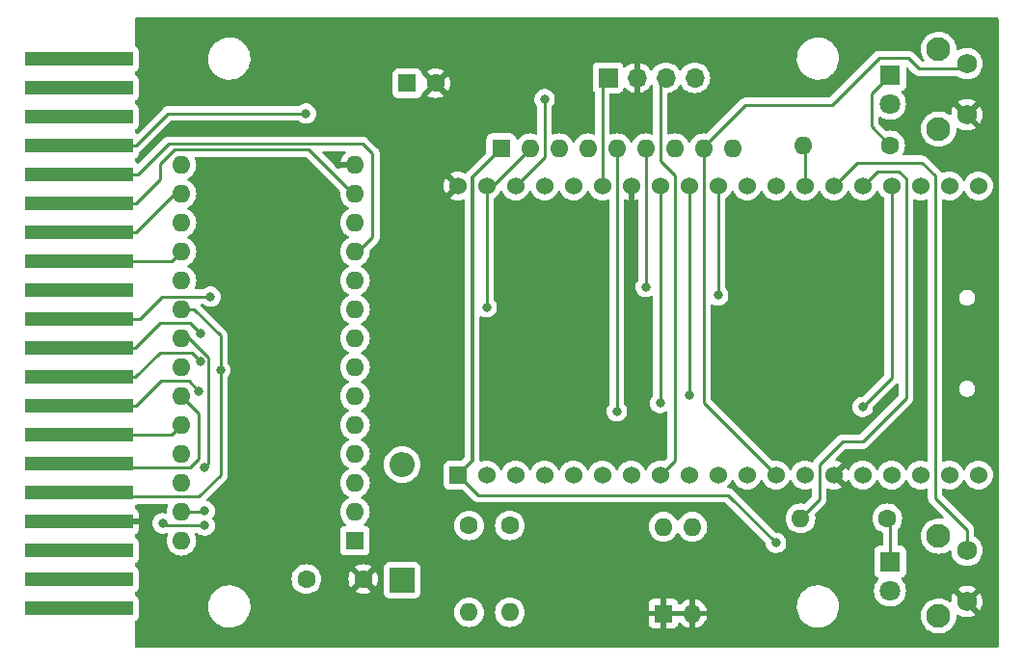
<source format=gbr>
%TF.GenerationSoftware,KiCad,Pcbnew,7.0.10*%
%TF.CreationDate,2024-02-05T23:38:35-06:00*%
%TF.ProjectId,CoCo-FujiNet-Rev000,436f436f-2d46-4756-9a69-4e65742d5265,Rev 000*%
%TF.SameCoordinates,Original*%
%TF.FileFunction,Copper,L2,Bot*%
%TF.FilePolarity,Positive*%
%FSLAX46Y46*%
G04 Gerber Fmt 4.6, Leading zero omitted, Abs format (unit mm)*
G04 Created by KiCad (PCBNEW 7.0.10) date 2024-02-05 23:38:35*
%MOMM*%
%LPD*%
G01*
G04 APERTURE LIST*
%TA.AperFunction,SMDPad,CuDef*%
%ADD10R,9.525000X1.270000*%
%TD*%
%TA.AperFunction,ComponentPad*%
%ADD11R,1.600000X1.600000*%
%TD*%
%TA.AperFunction,ComponentPad*%
%ADD12O,1.600000X1.600000*%
%TD*%
%TA.AperFunction,ComponentPad*%
%ADD13C,1.600000*%
%TD*%
%TA.AperFunction,ComponentPad*%
%ADD14R,2.200000X2.200000*%
%TD*%
%TA.AperFunction,ComponentPad*%
%ADD15O,2.200000X2.200000*%
%TD*%
%TA.AperFunction,ComponentPad*%
%ADD16C,1.800000*%
%TD*%
%TA.AperFunction,ComponentPad*%
%ADD17R,1.800000X1.800000*%
%TD*%
%TA.AperFunction,ComponentPad*%
%ADD18C,1.750000*%
%TD*%
%TA.AperFunction,ComponentPad*%
%ADD19C,2.100000*%
%TD*%
%TA.AperFunction,ComponentPad*%
%ADD20R,1.700000X1.700000*%
%TD*%
%TA.AperFunction,ComponentPad*%
%ADD21O,1.700000X1.700000*%
%TD*%
%TA.AperFunction,ComponentPad*%
%ADD22R,1.530000X1.530000*%
%TD*%
%TA.AperFunction,ComponentPad*%
%ADD23C,1.530000*%
%TD*%
%TA.AperFunction,ViaPad*%
%ADD24C,0.800000*%
%TD*%
%TA.AperFunction,Conductor*%
%ADD25C,0.250000*%
%TD*%
%TA.AperFunction,Conductor*%
%ADD26C,0.500000*%
%TD*%
%TA.AperFunction,Conductor*%
%ADD27C,0.300000*%
%TD*%
G04 APERTURE END LIST*
D10*
%TO.P,P1,40,~{SLENB}*%
%TO.N,unconnected-(P1-~{SLENB}-Pad40)*%
X103231000Y-114079750D03*
%TO.P,P1,38,A14*%
%TO.N,unconnected-(P1-A14-Pad38)*%
X103231000Y-111539750D03*
%TO.P,P1,36,~{SCS}*%
%TO.N,unconnected-(P1-~{SCS}-Pad36)*%
X103231000Y-108999750D03*
%TO.P,P1,34,GND@2*%
%TO.N,GND*%
X103231000Y-106459750D03*
%TO.P,P1,32,~{CTS}*%
%TO.N,/CTS*%
X103231000Y-103919750D03*
%TO.P,P1,30,A11*%
%TO.N,Net-(P1-A11)*%
X103231000Y-101379750D03*
%TO.P,P1,28,A9*%
%TO.N,Net-(P1-A9)*%
X103231000Y-98839750D03*
%TO.P,P1,26,A7*%
%TO.N,Net-(P1-A7)*%
X103231000Y-96299750D03*
%TO.P,P1,24,A5*%
%TO.N,Net-(P1-A5)*%
X103231000Y-93759750D03*
%TO.P,P1,22,A3*%
%TO.N,Net-(P1-A3)*%
X103231000Y-91219750D03*
%TO.P,P1,20,A1*%
%TO.N,Net-(P1-A1)*%
X103231000Y-88679750D03*
%TO.P,P1,18,R/~{W}*%
%TO.N,unconnected-(P1-R{slash}~{W}-Pad18)*%
X103231000Y-86139750D03*
%TO.P,P1,16,D6*%
%TO.N,/D6*%
X103231000Y-83599750D03*
%TO.P,P1,14,D4*%
%TO.N,/D4*%
X103231000Y-81059750D03*
%TO.P,P1,12,D2*%
%TO.N,/D2*%
X103231000Y-78519750D03*
%TO.P,P1,10,D0*%
%TO.N,/D0*%
X103231000Y-75979750D03*
%TO.P,P1,8,~{CART}*%
%TO.N,/~{CART}*%
X103231000Y-73439750D03*
%TO.P,P1,6,E*%
%TO.N,unconnected-(P1-E-Pad6)*%
X103231000Y-70899750D03*
%TO.P,P1,4,~{NMI}*%
%TO.N,unconnected-(P1-~{NMI}-Pad4)*%
X103231000Y-68359750D03*
%TO.P,P1,2,+12V*%
%TO.N,unconnected-(P1-+12V-Pad2)*%
X103231000Y-65819750D03*
%TD*%
D11*
%TO.P,SW1,1*%
%TO.N,GND*%
X154584400Y-114528600D03*
D12*
%TO.P,SW1,2*%
X157124400Y-114528600D03*
%TO.P,SW1,3*%
%TO.N,/A15*%
X157124400Y-106908600D03*
%TO.P,SW1,4*%
%TO.N,/A14*%
X154584400Y-106908600D03*
%TD*%
D13*
%TO.P,R2,1*%
%TO.N,/A15*%
X141097000Y-106807000D03*
D12*
%TO.P,R2,2*%
%TO.N,+5V*%
X141097000Y-114427000D03*
%TD*%
D13*
%TO.P,R1,1*%
%TO.N,/A14*%
X137515600Y-106807000D03*
D12*
%TO.P,R1,2*%
%TO.N,+5V*%
X137515600Y-114427000D03*
%TD*%
D14*
%TO.P,D1,1,K*%
%TO.N,+5V*%
X131648200Y-111607600D03*
D15*
%TO.P,D1,2,A*%
%TO.N,/COCO_5V*%
X131648200Y-101447600D03*
%TD*%
D11*
%TO.P,U1,1,A15*%
%TO.N,/A15*%
X127493000Y-108144500D03*
D12*
%TO.P,U1,2,A12*%
%TO.N,Net-(P1-A12)*%
X127493000Y-105604500D03*
%TO.P,U1,3,A7*%
%TO.N,Net-(P1-A7)*%
X127493000Y-103064500D03*
%TO.P,U1,4,A6*%
%TO.N,Net-(P1-A6)*%
X127493000Y-100524500D03*
%TO.P,U1,5,A5*%
%TO.N,Net-(P1-A5)*%
X127493000Y-97984500D03*
%TO.P,U1,6,A4*%
%TO.N,Net-(P1-A4)*%
X127493000Y-95444500D03*
%TO.P,U1,7,A3*%
%TO.N,Net-(P1-A3)*%
X127493000Y-92904500D03*
%TO.P,U1,8,A2*%
%TO.N,Net-(P1-A2)*%
X127493000Y-90364500D03*
%TO.P,U1,9,A1*%
%TO.N,Net-(P1-A1)*%
X127493000Y-87824500D03*
%TO.P,U1,10,A0*%
%TO.N,Net-(P1-A0)*%
X127493000Y-85284500D03*
%TO.P,U1,11,D0*%
%TO.N,/D0*%
X127493000Y-82744500D03*
%TO.P,U1,12,D1*%
%TO.N,/D1*%
X127493000Y-80204500D03*
%TO.P,U1,13,D2*%
%TO.N,/D2*%
X127493000Y-77664500D03*
%TO.P,U1,14,GND*%
%TO.N,GND*%
X127493000Y-75124500D03*
%TO.P,U1,15,D3*%
%TO.N,/D3*%
X112253000Y-75124500D03*
%TO.P,U1,16,D4*%
%TO.N,/D4*%
X112253000Y-77664500D03*
%TO.P,U1,17,D5*%
%TO.N,/D5*%
X112253000Y-80204500D03*
%TO.P,U1,18,D6*%
%TO.N,/D6*%
X112253000Y-82744500D03*
%TO.P,U1,19,D7*%
%TO.N,/D7*%
X112253000Y-85284500D03*
%TO.P,U1,20,~{CE}*%
%TO.N,/CTS*%
X112253000Y-87824500D03*
%TO.P,U1,21,A10*%
%TO.N,Net-(P1-A10)*%
X112253000Y-90364500D03*
%TO.P,U1,22,~{OE}*%
%TO.N,/CTS*%
X112253000Y-92904500D03*
%TO.P,U1,23,A11*%
%TO.N,Net-(P1-A11)*%
X112253000Y-95444500D03*
%TO.P,U1,24,A9*%
%TO.N,Net-(P1-A9)*%
X112253000Y-97984500D03*
%TO.P,U1,25,A8*%
%TO.N,Net-(P1-A8)*%
X112253000Y-100524500D03*
%TO.P,U1,26,A13*%
%TO.N,Net-(P1-A13)*%
X112253000Y-103064500D03*
%TO.P,U1,27,A14*%
%TO.N,/A14*%
X112253000Y-105604500D03*
%TO.P,U1,28,VCC*%
%TO.N,+5V*%
X112253000Y-108144500D03*
%TD*%
D16*
%TO.P,D2,2,A*%
%TO.N,+3.3V*%
X174478000Y-112527200D03*
D17*
%TO.P,D2,1,K*%
%TO.N,Net-(D2-K)*%
X174478000Y-109987200D03*
%TD*%
D18*
%TO.P,SW2,2,B*%
%TO.N,GND*%
X181229000Y-113487200D03*
%TO.P,SW2,1,A*%
%TO.N,/IO0{slash}BUTTON_A*%
X181229000Y-108987200D03*
D19*
%TO.P,SW2,*%
%TO.N,*%
X178739000Y-114747200D03*
X178739000Y-107737200D03*
%TD*%
D20*
%TO.P,J1,1,Pin_1*%
%TO.N,/SER_PIN2_RX*%
X149713000Y-67464500D03*
D21*
%TO.P,J1,2,Pin_2*%
%TO.N,GND*%
X152253000Y-67464500D03*
%TO.P,J1,3,Pin_3*%
%TO.N,/SER_PIN4_TX*%
X154793000Y-67464500D03*
%TO.P,J1,4,Pin_4*%
%TO.N,/SER_PIN1_CD*%
X157333000Y-67464500D03*
%TD*%
D17*
%TO.P,D3,1,K*%
%TO.N,Net-(D3-K)*%
X174478000Y-67214500D03*
D16*
%TO.P,D3,2,A*%
%TO.N,+3.3V*%
X174478000Y-69754500D03*
%TD*%
D22*
%TO.P,U2,1,3V3*%
%TO.N,+3.3V*%
X136525000Y-102362000D03*
D23*
%TO.P,U2,2,EN*%
%TO.N,unconnected-(U2-EN-Pad2)*%
X139065000Y-102362000D03*
%TO.P,U2,3,SENSOR_VP*%
%TO.N,unconnected-(U2-SENSOR_VP-Pad3)*%
X141605000Y-102362000D03*
%TO.P,U2,4,SENSOR_VN*%
%TO.N,unconnected-(U2-SENSOR_VN-Pad4)*%
X144145000Y-102362000D03*
%TO.P,U2,5,IO34*%
%TO.N,unconnected-(U2-IO34-Pad5)*%
X146685000Y-102362000D03*
%TO.P,U2,6,IO35*%
%TO.N,unconnected-(U2-IO35-Pad6)*%
X149225000Y-102362000D03*
%TO.P,U2,7,IO32*%
%TO.N,unconnected-(U2-IO32-Pad7)*%
X151765000Y-102362000D03*
%TO.P,U2,8,IO33*%
%TO.N,/SER_PIN4_TX*%
X154305000Y-102362000D03*
%TO.P,U2,9,IO25*%
%TO.N,unconnected-(U2-IO25-Pad9)*%
X156845000Y-102362000D03*
%TO.P,U2,10,IO26*%
%TO.N,unconnected-(U2-IO26-Pad10)*%
X159385000Y-102362000D03*
%TO.P,U2,11,IO27*%
%TO.N,unconnected-(U2-IO27-Pad11)*%
X161925000Y-102362000D03*
%TO.P,U2,12,IO14*%
%TO.N,/IO14{slash}SAFE_RESET*%
X164465000Y-102362000D03*
%TO.P,U2,13,IO12*%
%TO.N,unconnected-(U2-IO12-Pad13)*%
X167005000Y-102362000D03*
%TO.P,U2,14,GND1*%
%TO.N,GND*%
X169545000Y-102362000D03*
%TO.P,U2,15,IO13*%
%TO.N,unconnected-(U2-IO13-Pad15)*%
X172085000Y-102362000D03*
%TO.P,U2,16,SD2*%
%TO.N,unconnected-(U2-SD2-Pad16)*%
X174625000Y-102362000D03*
%TO.P,U2,17,SD3*%
%TO.N,unconnected-(U2-SD3-Pad17)*%
X177165000Y-102362000D03*
%TO.P,U2,18,CMD*%
%TO.N,unconnected-(U2-CMD-Pad18)*%
X179705000Y-102362000D03*
%TO.P,U2,19,EXT_5V*%
%TO.N,+5V*%
X182245000Y-102362000D03*
%TO.P,U2,20,CLK*%
%TO.N,unconnected-(U2-CLK-Pad20)*%
X182245000Y-76962000D03*
%TO.P,U2,21,SD0*%
%TO.N,unconnected-(U2-SD0-Pad21)*%
X179705000Y-76962000D03*
%TO.P,U2,22,SD1*%
%TO.N,unconnected-(U2-SD1-Pad22)*%
X177165000Y-76962000D03*
%TO.P,U2,23,IO15*%
%TO.N,/IO15{slash}CD*%
X174625000Y-76962000D03*
%TO.P,U2,24,IO2*%
%TO.N,/IO2{slash}LED_WIFI*%
X172085000Y-76962000D03*
%TO.P,U2,25,IO0*%
%TO.N,/IO0{slash}BUTTON_A*%
X169545000Y-76962000D03*
%TO.P,U2,26,IO4*%
%TO.N,/IO4{slash}LED_BUS*%
X167005000Y-76962000D03*
%TO.P,U2,27,IO16*%
%TO.N,unconnected-(U2-IO16-Pad27)*%
X164465000Y-76962000D03*
%TO.P,U2,28,IO17*%
%TO.N,unconnected-(U2-IO17-Pad28)*%
X161925000Y-76962000D03*
%TO.P,U2,29,IO5*%
%TO.N,/IO5{slash}SPI_CS*%
X159385000Y-76962000D03*
%TO.P,U2,30,IO18*%
%TO.N,/IO18{slash}SPI_CLK*%
X156845000Y-76962000D03*
%TO.P,U2,31,IO19*%
%TO.N,/IO19{slash}SPI_MISO*%
X154305000Y-76962000D03*
%TO.P,U2,32,GND2*%
%TO.N,GND*%
X151765000Y-76962000D03*
%TO.P,U2,33,IO21*%
%TO.N,/SER_PIN2_RX*%
X149225000Y-76962000D03*
%TO.P,U2,34,RXD0*%
%TO.N,unconnected-(U2-RXD0-Pad34)*%
X146685000Y-76962000D03*
%TO.P,U2,35,TXD0*%
%TO.N,unconnected-(U2-TXD0-Pad35)*%
X144145000Y-76962000D03*
%TO.P,U2,36,IO22*%
%TO.N,/SER_PIN1_CD*%
X141605000Y-76962000D03*
%TO.P,U2,37,IO23*%
%TO.N,/IO23{slash}SPI_MOSI*%
X139065000Y-76962000D03*
%TO.P,U2,38,GND3*%
%TO.N,GND*%
X136525000Y-76962000D03*
%TD*%
D13*
%TO.P,R3,1*%
%TO.N,Net-(D2-K)*%
X174244000Y-106172000D03*
D12*
%TO.P,R3,2*%
%TO.N,/IO2{slash}LED_WIFI*%
X166624000Y-106172000D03*
%TD*%
D11*
%TO.P,C2,1*%
%TO.N,/COCO_5V*%
X132080000Y-67945000D03*
D13*
%TO.P,C2,2*%
%TO.N,GND*%
X134580000Y-67945000D03*
%TD*%
%TO.P,R4,1*%
%TO.N,Net-(D3-K)*%
X174498000Y-73406000D03*
D12*
%TO.P,R4,2*%
%TO.N,/IO4{slash}LED_BUS*%
X166878000Y-73406000D03*
%TD*%
D19*
%TO.P,SW3,*%
%TO.N,*%
X178739000Y-64964500D03*
X178739000Y-71974500D03*
D18*
%TO.P,SW3,1,A*%
%TO.N,/IO14{slash}SAFE_RESET*%
X181229000Y-66214500D03*
%TO.P,SW3,2,B*%
%TO.N,GND*%
X181229000Y-70714500D03*
%TD*%
D11*
%TO.P,RN1,1,common*%
%TO.N,+3.3V*%
X140335000Y-73660000D03*
D12*
%TO.P,RN1,2,R1*%
%TO.N,/IO23{slash}SPI_MOSI*%
X142875000Y-73660000D03*
%TO.P,RN1,3,R2*%
%TO.N,/IO19{slash}SPI_MISO*%
X145415000Y-73660000D03*
%TO.P,RN1,4,R3*%
%TO.N,/IO5{slash}SPI_CS*%
X147955000Y-73660000D03*
%TO.P,RN1,5,R4*%
%TO.N,Net-(P2-DAT1)*%
X150495000Y-73660000D03*
%TO.P,RN1,6,R5*%
%TO.N,Net-(P2-DAT2)*%
X153035000Y-73660000D03*
%TO.P,RN1,7,R6*%
%TO.N,/IO15{slash}CD*%
X155575000Y-73660000D03*
%TO.P,RN1,8,R7*%
%TO.N,/IO14{slash}SAFE_RESET*%
X158115000Y-73660000D03*
%TO.P,RN1,9,R8*%
%TO.N,/IO0{slash}BUTTON_A*%
X160655000Y-73660000D03*
%TD*%
D13*
%TO.P,C1,1*%
%TO.N,+5V*%
X123230000Y-111506000D03*
%TO.P,C1,2*%
%TO.N,GND*%
X128230000Y-111506000D03*
%TD*%
D24*
%TO.N,/~{CART}*%
X123190000Y-70612653D03*
%TO.N,Net-(P1-A12)*%
X114300000Y-106807000D03*
%TO.N,/A14*%
X114300000Y-105537000D03*
%TO.N,/SER_PIN1_CD*%
X144145000Y-69342000D03*
%TO.N,GND*%
X109220000Y-107696000D03*
%TO.N,/IO23{slash}SPI_MOSI*%
X139065000Y-87630000D03*
%TO.N,GND*%
X119888000Y-97282000D03*
X123190000Y-108331000D03*
X173101000Y-84709000D03*
X182626000Y-83566000D03*
X182626000Y-95758000D03*
X152400000Y-90170000D03*
X151765000Y-80264000D03*
X120015000Y-80391000D03*
X143891000Y-90170000D03*
X172339000Y-93091000D03*
%TO.N,+3.3V*%
X164465000Y-108331000D03*
%TO.N,GND*%
X108839000Y-106426000D03*
%TO.N,Net-(P2-DAT2)*%
X153035000Y-85852000D03*
%TO.N,/IO5{slash}SPI_CS*%
X159385000Y-86577000D03*
%TO.N,/IO18{slash}SPI_CLK*%
X156845000Y-95377000D03*
%TO.N,/IO19{slash}SPI_MISO*%
X154305000Y-96049000D03*
%TO.N,Net-(P2-DAT1)*%
X150495000Y-96774000D03*
%TO.N,/IO15{slash}CD*%
X172085000Y-96386498D03*
%TO.N,Net-(P1-A1)*%
X114808000Y-86699500D03*
%TO.N,Net-(P1-A3)*%
X113899000Y-89946500D03*
%TO.N,Net-(P1-A5)*%
X113899000Y-92359500D03*
%TO.N,Net-(P1-A7)*%
X113772000Y-94996000D03*
%TO.N,Net-(P1-A10)*%
X114280000Y-101667500D03*
%TO.N,Net-(P1-A12)*%
X110597000Y-106620500D03*
%TO.N,/CTS*%
X115677000Y-93158500D03*
%TD*%
D25*
%TO.N,+3.3V*%
X164465000Y-108331000D02*
X160274000Y-104140000D01*
X160274000Y-104140000D02*
X138303000Y-104140000D01*
X138303000Y-104140000D02*
X136525000Y-102362000D01*
%TO.N,/~{CART}*%
X108243500Y-73439750D02*
X103231000Y-73439750D01*
X123177347Y-70600000D02*
X111083250Y-70600000D01*
X123190000Y-70612653D02*
X123177347Y-70600000D01*
X111083250Y-70600000D02*
X108243500Y-73439750D01*
%TO.N,Net-(P1-A12)*%
X110783500Y-106807000D02*
X114300000Y-106807000D01*
%TO.N,/A14*%
X114232500Y-105604500D02*
X114300000Y-105537000D01*
X112253000Y-105604500D02*
X114232500Y-105604500D01*
%TO.N,/IO0{slash}BUTTON_A*%
X181229000Y-107188000D02*
X181229000Y-109038000D01*
X178435000Y-104394000D02*
X181229000Y-107188000D01*
X178435000Y-76073000D02*
X178435000Y-104394000D01*
X177292000Y-74930000D02*
X178435000Y-76073000D01*
X171577000Y-74930000D02*
X177292000Y-74930000D01*
X169545000Y-76962000D02*
X171577000Y-74930000D01*
%TO.N,/CTS*%
X103578250Y-104267000D02*
X103231000Y-103919750D01*
X113792000Y-104267000D02*
X103578250Y-104267000D01*
X115677000Y-93158500D02*
X115677000Y-102382000D01*
X115677000Y-102382000D02*
X113792000Y-104267000D01*
%TO.N,/IO2{slash}LED_WIFI*%
X168275000Y-104521000D02*
X166624000Y-106172000D01*
X168275000Y-101473000D02*
X168275000Y-104521000D01*
X172085000Y-99441000D02*
X170307000Y-99441000D01*
X175256493Y-75692000D02*
X175895000Y-76330507D01*
X175895000Y-95631000D02*
X172085000Y-99441000D01*
X173355000Y-75692000D02*
X175256493Y-75692000D01*
X172085000Y-76962000D02*
X173355000Y-75692000D01*
X170307000Y-99441000D02*
X168275000Y-101473000D01*
X175895000Y-76330507D02*
X175895000Y-95631000D01*
%TO.N,/IO14{slash}SAFE_RESET*%
X158115000Y-96012000D02*
X164465000Y-102362000D01*
X158115000Y-73660000D02*
X158115000Y-96012000D01*
%TO.N,/SER_PIN1_CD*%
X144145000Y-74422000D02*
X144145000Y-69342000D01*
X141605000Y-76962000D02*
X144145000Y-74422000D01*
%TO.N,/SER_PIN2_RX*%
X149225000Y-67952500D02*
X149713000Y-67464500D01*
X149225000Y-76962000D02*
X149225000Y-67952500D01*
%TO.N,/SER_PIN4_TX*%
X154305000Y-67952500D02*
X154793000Y-67464500D01*
X154305000Y-74803000D02*
X154305000Y-67952500D01*
X155575000Y-76073000D02*
X154305000Y-74803000D01*
X155575000Y-101092000D02*
X155575000Y-76073000D01*
X154305000Y-102362000D02*
X155575000Y-101092000D01*
%TO.N,/IO14{slash}SAFE_RESET*%
X177038000Y-66675000D02*
X180768500Y-66675000D01*
X173507300Y-65735200D02*
X176098200Y-65735200D01*
X169392500Y-69850000D02*
X173507300Y-65735200D01*
X161798000Y-69850000D02*
X169392500Y-69850000D01*
X158115000Y-73533000D02*
X161798000Y-69850000D01*
X158115000Y-73660000D02*
X158115000Y-73533000D01*
X176098200Y-65735200D02*
X177038000Y-66675000D01*
D26*
%TO.N,GND*%
X151765000Y-76962000D02*
X151765000Y-80264000D01*
D25*
%TO.N,Net-(D2-K)*%
X174498000Y-106426000D02*
X174498000Y-110029500D01*
%TO.N,Net-(D3-K)*%
X172847000Y-68845500D02*
X174188000Y-67504500D01*
X172847000Y-71755000D02*
X172847000Y-68845500D01*
X174498000Y-73406000D02*
X172847000Y-71755000D01*
%TO.N,/IO18{slash}SPI_CLK*%
X156845000Y-95377000D02*
X156845000Y-76962000D01*
%TO.N,/IO19{slash}SPI_MISO*%
X154305000Y-96049000D02*
X154305000Y-76962000D01*
%TO.N,Net-(P2-DAT1)*%
X150495000Y-96774000D02*
X150495000Y-73660000D01*
%TO.N,/IO23{slash}SPI_MOSI*%
X139065000Y-87630000D02*
X139065000Y-76962000D01*
%TO.N,/IO5{slash}SPI_CS*%
X159385000Y-86577000D02*
X159385000Y-76962000D01*
%TO.N,Net-(P2-DAT2)*%
X153035000Y-85852000D02*
X153035000Y-73660000D01*
D27*
%TO.N,+3.3V*%
X137795000Y-101092000D02*
X137795000Y-76200000D01*
X137795000Y-76200000D02*
X140335000Y-73660000D01*
X136525000Y-102362000D02*
X137795000Y-101092000D01*
D25*
%TO.N,/IO23{slash}SPI_MOSI*%
X139573000Y-76962000D02*
X142875000Y-73660000D01*
%TO.N,/IO15{slash}CD*%
X174625000Y-93846498D02*
X174625000Y-76962000D01*
X172085000Y-96386498D02*
X174625000Y-93846498D01*
%TO.N,/IO4{slash}LED_BUS*%
X167005000Y-76962000D02*
X167005000Y-73533000D01*
%TO.N,/D0*%
X111125000Y-73279000D02*
X128182500Y-73279000D01*
X129032000Y-74128500D02*
X129032000Y-81454500D01*
X129032000Y-81454500D02*
X127742000Y-82744500D01*
X128182500Y-73279000D02*
X129032000Y-74128500D01*
X108424250Y-75979750D02*
X111125000Y-73279000D01*
X103231000Y-75979750D02*
X108424250Y-75979750D01*
%TO.N,/D2*%
X108243500Y-78519750D02*
X110363000Y-76400250D01*
X110363000Y-75057000D02*
X111633000Y-73787000D01*
X111633000Y-73787000D02*
X123444000Y-73787000D01*
X110363000Y-76400250D02*
X110363000Y-75057000D01*
X103231000Y-78519750D02*
X108243500Y-78519750D01*
X123444000Y-73787000D02*
X127321500Y-77664500D01*
%TO.N,/D4*%
X108243500Y-81059750D02*
X103231000Y-81059750D01*
X111638750Y-77664500D02*
X108243500Y-81059750D01*
%TO.N,/D6*%
X112253000Y-82744500D02*
X111397750Y-83599750D01*
X111397750Y-83599750D02*
X103231000Y-83599750D01*
%TO.N,Net-(P1-A1)*%
X110562809Y-86699500D02*
X108582559Y-88679750D01*
X114808000Y-86699500D02*
X110562809Y-86699500D01*
X108582559Y-88679750D02*
X103231000Y-88679750D01*
%TO.N,Net-(P1-A3)*%
X103231000Y-91219750D02*
X108170250Y-91219750D01*
X110363000Y-89027000D02*
X112979500Y-89027000D01*
X108170250Y-91219750D02*
X110363000Y-89027000D01*
X112979500Y-89027000D02*
X113899000Y-89946500D01*
%TO.N,Net-(P1-A5)*%
X103231000Y-93759750D02*
X108217750Y-93759750D01*
X110343000Y-91634500D02*
X113174000Y-91634500D01*
X108217750Y-93759750D02*
X110343000Y-91634500D01*
X113174000Y-91634500D02*
X113899000Y-92359500D01*
%TO.N,Net-(P1-A7)*%
X108243500Y-96299750D02*
X103231000Y-96299750D01*
X113772000Y-94996000D02*
X112883000Y-94107000D01*
X112883000Y-94107000D02*
X110436250Y-94107000D01*
X110436250Y-94107000D02*
X108243500Y-96299750D01*
%TO.N,Net-(P1-A9)*%
X111397750Y-98839750D02*
X112253000Y-97984500D01*
X103231000Y-98839750D02*
X111397750Y-98839750D01*
%TO.N,Net-(P1-A10)*%
X114624000Y-101323500D02*
X114280000Y-101667500D01*
X114624000Y-92059195D02*
X114624000Y-101323500D01*
X112253000Y-90364500D02*
X112929305Y-90364500D01*
X112929305Y-90364500D02*
X114624000Y-92059195D01*
%TO.N,Net-(P1-A11)*%
X103578250Y-101727000D02*
X113030000Y-101727000D01*
X113792000Y-100965000D02*
X113792000Y-96983500D01*
X113792000Y-96983500D02*
X112253000Y-95444500D01*
X113030000Y-101727000D02*
X113792000Y-100965000D01*
%TO.N,Net-(P1-A12)*%
X110597000Y-106620500D02*
X110783500Y-106807000D01*
%TO.N,/CTS*%
X113384370Y-87824500D02*
X115677000Y-90117130D01*
X112253000Y-87824500D02*
X113384370Y-87824500D01*
X115677000Y-90117130D02*
X115677000Y-93158500D01*
%TD*%
%TA.AperFunction,Conductor*%
%TO.N,GND*%
G36*
X156796759Y-114290555D02*
G01*
X156739235Y-114403452D01*
X156719414Y-114528600D01*
X156739235Y-114653748D01*
X156796759Y-114766645D01*
X156808714Y-114778600D01*
X154900086Y-114778600D01*
X154912041Y-114766645D01*
X154969565Y-114653748D01*
X154989386Y-114528600D01*
X154969565Y-114403452D01*
X154912041Y-114290555D01*
X154900086Y-114278600D01*
X156808714Y-114278600D01*
X156796759Y-114290555D01*
G37*
%TD.AperFunction*%
%TA.AperFunction,Conductor*%
G36*
X177765957Y-78158076D02*
G01*
X177804196Y-78216553D01*
X177809500Y-78252430D01*
X177809500Y-101071569D01*
X177789815Y-101138608D01*
X177737011Y-101184363D01*
X177667853Y-101194307D01*
X177633098Y-101183952D01*
X177599487Y-101168279D01*
X177599475Y-101168275D01*
X177385592Y-101110965D01*
X177385585Y-101110964D01*
X177165002Y-101091666D01*
X177164998Y-101091666D01*
X176944414Y-101110964D01*
X176944407Y-101110965D01*
X176730524Y-101168275D01*
X176730513Y-101168279D01*
X176529836Y-101261856D01*
X176529834Y-101261857D01*
X176348444Y-101388868D01*
X176191868Y-101545444D01*
X176064857Y-101726834D01*
X176064856Y-101726836D01*
X176007382Y-101850091D01*
X175961210Y-101902531D01*
X175894017Y-101921683D01*
X175827135Y-101901467D01*
X175782618Y-101850091D01*
X175754050Y-101788828D01*
X175725142Y-101726833D01*
X175598132Y-101545445D01*
X175441555Y-101388868D01*
X175260167Y-101261858D01*
X175260163Y-101261856D01*
X175059486Y-101168279D01*
X175059475Y-101168275D01*
X174845592Y-101110965D01*
X174845585Y-101110964D01*
X174625002Y-101091666D01*
X174624998Y-101091666D01*
X174404414Y-101110964D01*
X174404407Y-101110965D01*
X174190524Y-101168275D01*
X174190513Y-101168279D01*
X173989836Y-101261856D01*
X173989834Y-101261857D01*
X173808444Y-101388868D01*
X173651868Y-101545444D01*
X173524857Y-101726834D01*
X173524856Y-101726836D01*
X173467382Y-101850091D01*
X173421210Y-101902531D01*
X173354017Y-101921683D01*
X173287135Y-101901467D01*
X173242618Y-101850091D01*
X173214050Y-101788828D01*
X173185142Y-101726833D01*
X173058132Y-101545445D01*
X172901555Y-101388868D01*
X172720167Y-101261858D01*
X172720163Y-101261856D01*
X172519486Y-101168279D01*
X172519475Y-101168275D01*
X172305592Y-101110965D01*
X172305585Y-101110964D01*
X172085002Y-101091666D01*
X172084998Y-101091666D01*
X171864414Y-101110964D01*
X171864407Y-101110965D01*
X171650524Y-101168275D01*
X171650513Y-101168279D01*
X171449836Y-101261856D01*
X171449834Y-101261857D01*
X171268444Y-101388868D01*
X171111868Y-101545444D01*
X170984857Y-101726833D01*
X170927106Y-101850683D01*
X170880934Y-101903122D01*
X170813740Y-101922274D01*
X170746859Y-101902058D01*
X170702342Y-101850683D01*
X170644707Y-101727085D01*
X170644706Y-101727083D01*
X170598894Y-101661657D01*
X170598894Y-101661656D01*
X170036132Y-102224418D01*
X170013682Y-102147960D01*
X169934395Y-102024587D01*
X169823562Y-101928549D01*
X169690161Y-101867627D01*
X169686365Y-101867081D01*
X170245342Y-101308104D01*
X170245341Y-101308103D01*
X170179919Y-101262295D01*
X169979309Y-101168749D01*
X169979300Y-101168745D01*
X169780228Y-101115405D01*
X169720567Y-101079040D01*
X169690038Y-101016193D01*
X169698333Y-100946818D01*
X169724636Y-100907953D01*
X170529772Y-100102819D01*
X170591095Y-100069334D01*
X170617453Y-100066500D01*
X172002257Y-100066500D01*
X172017877Y-100068224D01*
X172017904Y-100067939D01*
X172025660Y-100068671D01*
X172025667Y-100068673D01*
X172092873Y-100066561D01*
X172096768Y-100066500D01*
X172124346Y-100066500D01*
X172124350Y-100066500D01*
X172128324Y-100065997D01*
X172139963Y-100065080D01*
X172183627Y-100063709D01*
X172202869Y-100058117D01*
X172221912Y-100054174D01*
X172241792Y-100051664D01*
X172282401Y-100035585D01*
X172293444Y-100031803D01*
X172335390Y-100019618D01*
X172352629Y-100009422D01*
X172370103Y-100000862D01*
X172388727Y-99993488D01*
X172388727Y-99993487D01*
X172388732Y-99993486D01*
X172424083Y-99967800D01*
X172433814Y-99961408D01*
X172471420Y-99939170D01*
X172485589Y-99924999D01*
X172500379Y-99912368D01*
X172516587Y-99900594D01*
X172544438Y-99866926D01*
X172552279Y-99858309D01*
X176278786Y-96131802D01*
X176291048Y-96121980D01*
X176290865Y-96121759D01*
X176296868Y-96116791D01*
X176296877Y-96116786D01*
X176342934Y-96067739D01*
X176345582Y-96065006D01*
X176365120Y-96045470D01*
X176367570Y-96042310D01*
X176375154Y-96033429D01*
X176405062Y-96001582D01*
X176414714Y-95984023D01*
X176425389Y-95967772D01*
X176437674Y-95951936D01*
X176455030Y-95911825D01*
X176460161Y-95901354D01*
X176481194Y-95863098D01*
X176481194Y-95863097D01*
X176481197Y-95863092D01*
X176486180Y-95843680D01*
X176492477Y-95825291D01*
X176500438Y-95806895D01*
X176507270Y-95763748D01*
X176509639Y-95752316D01*
X176520499Y-95710022D01*
X176520500Y-95710017D01*
X176520500Y-95689983D01*
X176522027Y-95670582D01*
X176525160Y-95650804D01*
X176521050Y-95607324D01*
X176520500Y-95595655D01*
X176520500Y-78252430D01*
X176540185Y-78185391D01*
X176592989Y-78139636D01*
X176662147Y-78129692D01*
X176696904Y-78140048D01*
X176730513Y-78155720D01*
X176730515Y-78155720D01*
X176730520Y-78155723D01*
X176944409Y-78213035D01*
X177101974Y-78226820D01*
X177164998Y-78232334D01*
X177165000Y-78232334D01*
X177165002Y-78232334D01*
X177220147Y-78227509D01*
X177385591Y-78213035D01*
X177599480Y-78155723D01*
X177631779Y-78140662D01*
X177633096Y-78140048D01*
X177702173Y-78129556D01*
X177765957Y-78158076D01*
G37*
%TD.AperFunction*%
%TA.AperFunction,Conductor*%
G36*
X148022864Y-77422531D02*
G01*
X148067381Y-77473907D01*
X148124858Y-77597167D01*
X148251868Y-77778555D01*
X148408445Y-77935132D01*
X148589833Y-78062142D01*
X148641988Y-78086462D01*
X148790513Y-78155720D01*
X148790515Y-78155720D01*
X148790520Y-78155723D01*
X149004409Y-78213035D01*
X149161974Y-78226820D01*
X149224998Y-78232334D01*
X149225000Y-78232334D01*
X149225002Y-78232334D01*
X149280147Y-78227509D01*
X149445591Y-78213035D01*
X149659480Y-78155723D01*
X149691779Y-78140662D01*
X149693096Y-78140048D01*
X149762173Y-78129556D01*
X149825957Y-78158076D01*
X149864196Y-78216553D01*
X149869500Y-78252430D01*
X149869500Y-96075312D01*
X149849815Y-96142351D01*
X149837650Y-96158284D01*
X149762466Y-96241784D01*
X149667821Y-96405715D01*
X149667818Y-96405722D01*
X149612897Y-96574754D01*
X149609326Y-96585744D01*
X149589540Y-96774000D01*
X149609326Y-96962256D01*
X149609327Y-96962259D01*
X149667818Y-97142277D01*
X149667821Y-97142284D01*
X149762467Y-97306216D01*
X149829037Y-97380149D01*
X149889129Y-97446888D01*
X150042265Y-97558148D01*
X150042270Y-97558151D01*
X150215192Y-97635142D01*
X150215197Y-97635144D01*
X150400354Y-97674500D01*
X150400355Y-97674500D01*
X150589644Y-97674500D01*
X150589646Y-97674500D01*
X150774803Y-97635144D01*
X150947730Y-97558151D01*
X151100871Y-97446888D01*
X151227533Y-97306216D01*
X151322179Y-97142284D01*
X151380674Y-96962256D01*
X151400460Y-96774000D01*
X151380674Y-96585744D01*
X151324409Y-96412580D01*
X151322181Y-96405722D01*
X151322180Y-96405721D01*
X151322179Y-96405716D01*
X151227533Y-96241784D01*
X151188324Y-96198238D01*
X151152350Y-96158284D01*
X151122120Y-96095292D01*
X151120500Y-96075312D01*
X151120500Y-78251878D01*
X151140185Y-78184839D01*
X151192989Y-78139084D01*
X151262147Y-78129140D01*
X151296906Y-78139497D01*
X151330685Y-78155249D01*
X151330699Y-78155254D01*
X151544490Y-78212538D01*
X151544500Y-78212540D01*
X151764999Y-78231832D01*
X151765001Y-78231832D01*
X151985499Y-78212540D01*
X151985509Y-78212538D01*
X152199300Y-78155254D01*
X152199314Y-78155249D01*
X152233094Y-78139497D01*
X152302171Y-78129004D01*
X152365955Y-78157523D01*
X152404196Y-78215999D01*
X152409500Y-78251878D01*
X152409500Y-85153312D01*
X152389815Y-85220351D01*
X152377650Y-85236284D01*
X152302466Y-85319784D01*
X152207821Y-85483715D01*
X152207818Y-85483722D01*
X152149327Y-85663740D01*
X152149326Y-85663744D01*
X152129540Y-85852000D01*
X152149326Y-86040256D01*
X152149327Y-86040259D01*
X152207818Y-86220277D01*
X152207821Y-86220284D01*
X152302467Y-86384216D01*
X152390500Y-86481986D01*
X152429129Y-86524888D01*
X152582265Y-86636148D01*
X152582270Y-86636151D01*
X152755192Y-86713142D01*
X152755197Y-86713144D01*
X152940354Y-86752500D01*
X152940355Y-86752500D01*
X153129644Y-86752500D01*
X153129646Y-86752500D01*
X153314803Y-86713144D01*
X153487730Y-86636151D01*
X153487733Y-86636148D01*
X153493363Y-86632899D01*
X153494904Y-86635569D01*
X153547948Y-86616415D01*
X153616062Y-86631980D01*
X153664948Y-86681900D01*
X153679500Y-86740185D01*
X153679500Y-95350312D01*
X153659815Y-95417351D01*
X153647650Y-95433284D01*
X153572466Y-95516784D01*
X153477821Y-95680715D01*
X153477818Y-95680722D01*
X153419327Y-95860740D01*
X153419326Y-95860744D01*
X153399540Y-96049000D01*
X153419326Y-96237256D01*
X153419327Y-96237259D01*
X153477818Y-96417277D01*
X153477821Y-96417284D01*
X153572467Y-96581216D01*
X153660500Y-96678986D01*
X153699129Y-96721888D01*
X153852265Y-96833148D01*
X153852270Y-96833151D01*
X154025192Y-96910142D01*
X154025197Y-96910144D01*
X154210354Y-96949500D01*
X154210355Y-96949500D01*
X154399644Y-96949500D01*
X154399646Y-96949500D01*
X154584803Y-96910144D01*
X154757730Y-96833151D01*
X154757733Y-96833148D01*
X154763363Y-96829899D01*
X154764904Y-96832569D01*
X154817948Y-96813415D01*
X154886062Y-96828980D01*
X154934948Y-96878900D01*
X154949500Y-96937185D01*
X154949500Y-100781546D01*
X154929815Y-100848585D01*
X154913181Y-100869227D01*
X154691243Y-101091164D01*
X154629920Y-101124649D01*
X154571469Y-101123258D01*
X154525596Y-101110966D01*
X154525592Y-101110965D01*
X154525591Y-101110965D01*
X154525590Y-101110964D01*
X154525585Y-101110964D01*
X154305002Y-101091666D01*
X154304998Y-101091666D01*
X154084414Y-101110964D01*
X154084407Y-101110965D01*
X153870524Y-101168275D01*
X153870513Y-101168279D01*
X153669836Y-101261856D01*
X153669834Y-101261857D01*
X153488444Y-101388868D01*
X153331868Y-101545444D01*
X153204857Y-101726834D01*
X153204856Y-101726836D01*
X153147382Y-101850091D01*
X153101210Y-101902531D01*
X153034017Y-101921683D01*
X152967135Y-101901467D01*
X152922618Y-101850091D01*
X152894050Y-101788828D01*
X152865142Y-101726833D01*
X152738132Y-101545445D01*
X152581555Y-101388868D01*
X152400167Y-101261858D01*
X152400163Y-101261856D01*
X152199486Y-101168279D01*
X152199475Y-101168275D01*
X151985592Y-101110965D01*
X151985585Y-101110964D01*
X151765002Y-101091666D01*
X151764998Y-101091666D01*
X151544414Y-101110964D01*
X151544407Y-101110965D01*
X151330524Y-101168275D01*
X151330513Y-101168279D01*
X151129836Y-101261856D01*
X151129834Y-101261857D01*
X150948444Y-101388868D01*
X150791868Y-101545444D01*
X150664857Y-101726834D01*
X150664856Y-101726836D01*
X150607382Y-101850091D01*
X150561210Y-101902531D01*
X150494017Y-101921683D01*
X150427135Y-101901467D01*
X150382618Y-101850091D01*
X150354050Y-101788828D01*
X150325142Y-101726833D01*
X150198132Y-101545445D01*
X150041555Y-101388868D01*
X149860167Y-101261858D01*
X149860163Y-101261856D01*
X149659486Y-101168279D01*
X149659475Y-101168275D01*
X149445592Y-101110965D01*
X149445585Y-101110964D01*
X149225002Y-101091666D01*
X149224998Y-101091666D01*
X149004414Y-101110964D01*
X149004407Y-101110965D01*
X148790524Y-101168275D01*
X148790513Y-101168279D01*
X148589836Y-101261856D01*
X148589834Y-101261857D01*
X148408444Y-101388868D01*
X148251868Y-101545444D01*
X148124857Y-101726834D01*
X148124856Y-101726836D01*
X148067382Y-101850091D01*
X148021210Y-101902531D01*
X147954017Y-101921683D01*
X147887135Y-101901467D01*
X147842618Y-101850091D01*
X147814050Y-101788828D01*
X147785142Y-101726833D01*
X147658132Y-101545445D01*
X147501555Y-101388868D01*
X147320167Y-101261858D01*
X147320163Y-101261856D01*
X147119486Y-101168279D01*
X147119475Y-101168275D01*
X146905592Y-101110965D01*
X146905585Y-101110964D01*
X146685002Y-101091666D01*
X146684998Y-101091666D01*
X146464414Y-101110964D01*
X146464407Y-101110965D01*
X146250524Y-101168275D01*
X146250513Y-101168279D01*
X146049836Y-101261856D01*
X146049834Y-101261857D01*
X145868444Y-101388868D01*
X145711868Y-101545444D01*
X145584857Y-101726834D01*
X145584856Y-101726836D01*
X145527382Y-101850091D01*
X145481210Y-101902531D01*
X145414017Y-101921683D01*
X145347135Y-101901467D01*
X145302618Y-101850091D01*
X145274050Y-101788828D01*
X145245142Y-101726833D01*
X145118132Y-101545445D01*
X144961555Y-101388868D01*
X144780167Y-101261858D01*
X144780163Y-101261856D01*
X144579486Y-101168279D01*
X144579475Y-101168275D01*
X144365592Y-101110965D01*
X144365585Y-101110964D01*
X144145002Y-101091666D01*
X144144998Y-101091666D01*
X143924414Y-101110964D01*
X143924407Y-101110965D01*
X143710524Y-101168275D01*
X143710513Y-101168279D01*
X143509836Y-101261856D01*
X143509834Y-101261857D01*
X143328444Y-101388868D01*
X143171868Y-101545444D01*
X143044857Y-101726834D01*
X143044856Y-101726836D01*
X142987382Y-101850091D01*
X142941210Y-101902531D01*
X142874017Y-101921683D01*
X142807135Y-101901467D01*
X142762618Y-101850091D01*
X142734050Y-101788828D01*
X142705142Y-101726833D01*
X142578132Y-101545445D01*
X142421555Y-101388868D01*
X142240167Y-101261858D01*
X142240163Y-101261856D01*
X142039486Y-101168279D01*
X142039475Y-101168275D01*
X141825592Y-101110965D01*
X141825585Y-101110964D01*
X141605002Y-101091666D01*
X141604998Y-101091666D01*
X141384414Y-101110964D01*
X141384407Y-101110965D01*
X141170524Y-101168275D01*
X141170513Y-101168279D01*
X140969836Y-101261856D01*
X140969834Y-101261857D01*
X140788444Y-101388868D01*
X140631868Y-101545444D01*
X140504857Y-101726834D01*
X140504856Y-101726836D01*
X140447382Y-101850091D01*
X140401210Y-101902531D01*
X140334017Y-101921683D01*
X140267135Y-101901467D01*
X140222618Y-101850091D01*
X140194050Y-101788828D01*
X140165142Y-101726833D01*
X140038132Y-101545445D01*
X139881555Y-101388868D01*
X139700167Y-101261858D01*
X139700163Y-101261856D01*
X139499486Y-101168279D01*
X139499475Y-101168275D01*
X139285592Y-101110965D01*
X139285585Y-101110964D01*
X139065002Y-101091666D01*
X139064998Y-101091666D01*
X138844414Y-101110964D01*
X138844407Y-101110965D01*
X138630524Y-101168275D01*
X138630522Y-101168276D01*
X138630520Y-101168277D01*
X138622301Y-101172109D01*
X138553225Y-101182599D01*
X138489442Y-101154077D01*
X138451204Y-101095599D01*
X138446450Y-101071381D01*
X138446373Y-101070570D01*
X138446049Y-101067134D01*
X138445500Y-101055478D01*
X138445500Y-88530843D01*
X138465185Y-88463804D01*
X138517989Y-88418049D01*
X138587147Y-88408105D01*
X138619934Y-88417563D01*
X138785197Y-88491144D01*
X138970354Y-88530500D01*
X138970355Y-88530500D01*
X139159644Y-88530500D01*
X139159646Y-88530500D01*
X139344803Y-88491144D01*
X139517730Y-88414151D01*
X139670871Y-88302888D01*
X139797533Y-88162216D01*
X139892179Y-87998284D01*
X139950674Y-87818256D01*
X139970460Y-87630000D01*
X139950674Y-87441744D01*
X139892179Y-87261716D01*
X139797533Y-87097784D01*
X139770515Y-87067777D01*
X139722350Y-87014284D01*
X139692120Y-86951292D01*
X139690500Y-86931312D01*
X139690500Y-78133460D01*
X139710185Y-78066421D01*
X139743374Y-78031887D01*
X139881555Y-77935132D01*
X140038132Y-77778555D01*
X140165142Y-77597167D01*
X140222618Y-77473907D01*
X140268790Y-77421468D01*
X140335983Y-77402316D01*
X140402864Y-77422531D01*
X140447381Y-77473907D01*
X140504858Y-77597167D01*
X140631868Y-77778555D01*
X140788445Y-77935132D01*
X140969833Y-78062142D01*
X141021988Y-78086462D01*
X141170513Y-78155720D01*
X141170515Y-78155720D01*
X141170520Y-78155723D01*
X141384409Y-78213035D01*
X141541974Y-78226820D01*
X141604998Y-78232334D01*
X141605000Y-78232334D01*
X141605002Y-78232334D01*
X141660147Y-78227509D01*
X141825591Y-78213035D01*
X142039480Y-78155723D01*
X142240167Y-78062142D01*
X142421555Y-77935132D01*
X142578132Y-77778555D01*
X142705142Y-77597167D01*
X142762618Y-77473907D01*
X142808790Y-77421468D01*
X142875983Y-77402316D01*
X142942864Y-77422531D01*
X142987381Y-77473907D01*
X143044858Y-77597167D01*
X143171868Y-77778555D01*
X143328445Y-77935132D01*
X143509833Y-78062142D01*
X143561988Y-78086462D01*
X143710513Y-78155720D01*
X143710515Y-78155720D01*
X143710520Y-78155723D01*
X143924409Y-78213035D01*
X144081974Y-78226820D01*
X144144998Y-78232334D01*
X144145000Y-78232334D01*
X144145002Y-78232334D01*
X144200147Y-78227509D01*
X144365591Y-78213035D01*
X144579480Y-78155723D01*
X144780167Y-78062142D01*
X144961555Y-77935132D01*
X145118132Y-77778555D01*
X145245142Y-77597167D01*
X145302618Y-77473907D01*
X145348790Y-77421468D01*
X145415983Y-77402316D01*
X145482864Y-77422531D01*
X145527381Y-77473907D01*
X145584858Y-77597167D01*
X145711868Y-77778555D01*
X145868445Y-77935132D01*
X146049833Y-78062142D01*
X146101988Y-78086462D01*
X146250513Y-78155720D01*
X146250515Y-78155720D01*
X146250520Y-78155723D01*
X146464409Y-78213035D01*
X146621974Y-78226820D01*
X146684998Y-78232334D01*
X146685000Y-78232334D01*
X146685002Y-78232334D01*
X146740147Y-78227509D01*
X146905591Y-78213035D01*
X147119480Y-78155723D01*
X147320167Y-78062142D01*
X147501555Y-77935132D01*
X147658132Y-77778555D01*
X147785142Y-77597167D01*
X147842618Y-77473907D01*
X147888790Y-77421468D01*
X147955983Y-77402316D01*
X148022864Y-77422531D01*
G37*
%TD.AperFunction*%
%TA.AperFunction,Conductor*%
G36*
X173422864Y-77422531D02*
G01*
X173467381Y-77473907D01*
X173524858Y-77597167D01*
X173651868Y-77778555D01*
X173808445Y-77935132D01*
X173946624Y-78031886D01*
X173990248Y-78086462D01*
X173999500Y-78133460D01*
X173999500Y-93536045D01*
X173979815Y-93603084D01*
X173963181Y-93623726D01*
X172137228Y-95449679D01*
X172075905Y-95483164D01*
X172049547Y-95485998D01*
X171990354Y-95485998D01*
X171957897Y-95492896D01*
X171805197Y-95525353D01*
X171805192Y-95525355D01*
X171632270Y-95602346D01*
X171632265Y-95602349D01*
X171479129Y-95713609D01*
X171352468Y-95854281D01*
X171352466Y-95854282D01*
X171257821Y-96018213D01*
X171257818Y-96018220D01*
X171199357Y-96198146D01*
X171199326Y-96198242D01*
X171179540Y-96386498D01*
X171199326Y-96574754D01*
X171199327Y-96574757D01*
X171257818Y-96754775D01*
X171257821Y-96754782D01*
X171352467Y-96918714D01*
X171410023Y-96982636D01*
X171479129Y-97059386D01*
X171632265Y-97170646D01*
X171632270Y-97170649D01*
X171805192Y-97247640D01*
X171805197Y-97247642D01*
X171990354Y-97286998D01*
X171990355Y-97286998D01*
X172179644Y-97286998D01*
X172179646Y-97286998D01*
X172364803Y-97247642D01*
X172537730Y-97170649D01*
X172690871Y-97059386D01*
X172817533Y-96918714D01*
X172912179Y-96754782D01*
X172970674Y-96574754D01*
X172988321Y-96406842D01*
X173014904Y-96342232D01*
X173023951Y-96332136D01*
X175008788Y-94347299D01*
X175021042Y-94337484D01*
X175020859Y-94337262D01*
X175026868Y-94332289D01*
X175026877Y-94332284D01*
X175055109Y-94302218D01*
X175115347Y-94266825D01*
X175185161Y-94269617D01*
X175242382Y-94309709D01*
X175268845Y-94374374D01*
X175269500Y-94387103D01*
X175269500Y-95320547D01*
X175249815Y-95387586D01*
X175233181Y-95408228D01*
X171862228Y-98779181D01*
X171800905Y-98812666D01*
X171774547Y-98815500D01*
X170389743Y-98815500D01*
X170374122Y-98813775D01*
X170374096Y-98814061D01*
X170366334Y-98813327D01*
X170366333Y-98813327D01*
X170304109Y-98815282D01*
X170299127Y-98815439D01*
X170295232Y-98815500D01*
X170267647Y-98815500D01*
X170263661Y-98816003D01*
X170252033Y-98816918D01*
X170208373Y-98818290D01*
X170189129Y-98823881D01*
X170170079Y-98827825D01*
X170150211Y-98830334D01*
X170150210Y-98830334D01*
X170109599Y-98846413D01*
X170098554Y-98850194D01*
X170056614Y-98862379D01*
X170056610Y-98862381D01*
X170039366Y-98872579D01*
X170021905Y-98881133D01*
X170003274Y-98888510D01*
X170003262Y-98888517D01*
X169967933Y-98914185D01*
X169958173Y-98920596D01*
X169920580Y-98942829D01*
X169906414Y-98956995D01*
X169891624Y-98969627D01*
X169875414Y-98981404D01*
X169875411Y-98981407D01*
X169847573Y-99015058D01*
X169839711Y-99023697D01*
X167891208Y-100972199D01*
X167878951Y-100982020D01*
X167879134Y-100982241D01*
X167873122Y-100987214D01*
X167827098Y-101036223D01*
X167824391Y-101039016D01*
X167804889Y-101058517D01*
X167804875Y-101058534D01*
X167802407Y-101061715D01*
X167794843Y-101070570D01*
X167764937Y-101102418D01*
X167764936Y-101102420D01*
X167755284Y-101119976D01*
X167744610Y-101136226D01*
X167732329Y-101152061D01*
X167732323Y-101152071D01*
X167727957Y-101162160D01*
X167683266Y-101215867D01*
X167616633Y-101236886D01*
X167561753Y-101225293D01*
X167439486Y-101168279D01*
X167439475Y-101168275D01*
X167225592Y-101110965D01*
X167225585Y-101110964D01*
X167005002Y-101091666D01*
X167004998Y-101091666D01*
X166784414Y-101110964D01*
X166784407Y-101110965D01*
X166570524Y-101168275D01*
X166570513Y-101168279D01*
X166369836Y-101261856D01*
X166369834Y-101261857D01*
X166188444Y-101388868D01*
X166031868Y-101545444D01*
X165904857Y-101726834D01*
X165904856Y-101726836D01*
X165847382Y-101850091D01*
X165801210Y-101902531D01*
X165734017Y-101921683D01*
X165667135Y-101901467D01*
X165622618Y-101850091D01*
X165594050Y-101788828D01*
X165565142Y-101726833D01*
X165438132Y-101545445D01*
X165281555Y-101388868D01*
X165100167Y-101261858D01*
X165100163Y-101261856D01*
X164899486Y-101168279D01*
X164899475Y-101168275D01*
X164685592Y-101110965D01*
X164685585Y-101110964D01*
X164465002Y-101091666D01*
X164464998Y-101091666D01*
X164317939Y-101104532D01*
X164244409Y-101110965D01*
X164244407Y-101110965D01*
X164244403Y-101110966D01*
X164198528Y-101123258D01*
X164128678Y-101121595D01*
X164078755Y-101091164D01*
X158776819Y-95789228D01*
X158743334Y-95727905D01*
X158740500Y-95701547D01*
X158740500Y-87465185D01*
X158760185Y-87398146D01*
X158812989Y-87352391D01*
X158882147Y-87342447D01*
X158925373Y-87360087D01*
X158926637Y-87357899D01*
X158932270Y-87361151D01*
X159105192Y-87438142D01*
X159105197Y-87438144D01*
X159290354Y-87477500D01*
X159290355Y-87477500D01*
X159479644Y-87477500D01*
X159479646Y-87477500D01*
X159664803Y-87438144D01*
X159837730Y-87361151D01*
X159990871Y-87249888D01*
X160117533Y-87109216D01*
X160212179Y-86945284D01*
X160270674Y-86765256D01*
X160290460Y-86577000D01*
X160270674Y-86388744D01*
X160212179Y-86208716D01*
X160117533Y-86044784D01*
X160078570Y-86001511D01*
X160042350Y-85961284D01*
X160012120Y-85898292D01*
X160010500Y-85878312D01*
X160010500Y-78133460D01*
X160030185Y-78066421D01*
X160063374Y-78031887D01*
X160201555Y-77935132D01*
X160358132Y-77778555D01*
X160485142Y-77597167D01*
X160542618Y-77473907D01*
X160588790Y-77421468D01*
X160655983Y-77402316D01*
X160722864Y-77422531D01*
X160767381Y-77473907D01*
X160824858Y-77597167D01*
X160951868Y-77778555D01*
X161108445Y-77935132D01*
X161289833Y-78062142D01*
X161341988Y-78086462D01*
X161490513Y-78155720D01*
X161490515Y-78155720D01*
X161490520Y-78155723D01*
X161704409Y-78213035D01*
X161861974Y-78226820D01*
X161924998Y-78232334D01*
X161925000Y-78232334D01*
X161925002Y-78232334D01*
X161980147Y-78227509D01*
X162145591Y-78213035D01*
X162359480Y-78155723D01*
X162560167Y-78062142D01*
X162741555Y-77935132D01*
X162898132Y-77778555D01*
X163025142Y-77597167D01*
X163082618Y-77473907D01*
X163128790Y-77421468D01*
X163195983Y-77402316D01*
X163262864Y-77422531D01*
X163307381Y-77473907D01*
X163364858Y-77597167D01*
X163491868Y-77778555D01*
X163648445Y-77935132D01*
X163829833Y-78062142D01*
X163881988Y-78086462D01*
X164030513Y-78155720D01*
X164030515Y-78155720D01*
X164030520Y-78155723D01*
X164244409Y-78213035D01*
X164401974Y-78226820D01*
X164464998Y-78232334D01*
X164465000Y-78232334D01*
X164465002Y-78232334D01*
X164520147Y-78227509D01*
X164685591Y-78213035D01*
X164899480Y-78155723D01*
X165100167Y-78062142D01*
X165281555Y-77935132D01*
X165438132Y-77778555D01*
X165565142Y-77597167D01*
X165622618Y-77473907D01*
X165668790Y-77421468D01*
X165735983Y-77402316D01*
X165802864Y-77422531D01*
X165847381Y-77473907D01*
X165904858Y-77597167D01*
X166031868Y-77778555D01*
X166188445Y-77935132D01*
X166369833Y-78062142D01*
X166421988Y-78086462D01*
X166570513Y-78155720D01*
X166570515Y-78155720D01*
X166570520Y-78155723D01*
X166784409Y-78213035D01*
X166941974Y-78226820D01*
X167004998Y-78232334D01*
X167005000Y-78232334D01*
X167005002Y-78232334D01*
X167060147Y-78227509D01*
X167225591Y-78213035D01*
X167439480Y-78155723D01*
X167640167Y-78062142D01*
X167821555Y-77935132D01*
X167978132Y-77778555D01*
X168105142Y-77597167D01*
X168162618Y-77473907D01*
X168208790Y-77421468D01*
X168275983Y-77402316D01*
X168342864Y-77422531D01*
X168387381Y-77473907D01*
X168444858Y-77597167D01*
X168571868Y-77778555D01*
X168728445Y-77935132D01*
X168909833Y-78062142D01*
X168961988Y-78086462D01*
X169110513Y-78155720D01*
X169110515Y-78155720D01*
X169110520Y-78155723D01*
X169324409Y-78213035D01*
X169481974Y-78226820D01*
X169544998Y-78232334D01*
X169545000Y-78232334D01*
X169545002Y-78232334D01*
X169600147Y-78227509D01*
X169765591Y-78213035D01*
X169979480Y-78155723D01*
X170180167Y-78062142D01*
X170361555Y-77935132D01*
X170518132Y-77778555D01*
X170645142Y-77597167D01*
X170702618Y-77473907D01*
X170748790Y-77421468D01*
X170815983Y-77402316D01*
X170882864Y-77422531D01*
X170927381Y-77473907D01*
X170984858Y-77597167D01*
X171111868Y-77778555D01*
X171268445Y-77935132D01*
X171449833Y-78062142D01*
X171501988Y-78086462D01*
X171650513Y-78155720D01*
X171650515Y-78155720D01*
X171650520Y-78155723D01*
X171864409Y-78213035D01*
X172021974Y-78226820D01*
X172084998Y-78232334D01*
X172085000Y-78232334D01*
X172085002Y-78232334D01*
X172140147Y-78227509D01*
X172305591Y-78213035D01*
X172519480Y-78155723D01*
X172720167Y-78062142D01*
X172901555Y-77935132D01*
X173058132Y-77778555D01*
X173185142Y-77597167D01*
X173242618Y-77473907D01*
X173288790Y-77421468D01*
X173355983Y-77402316D01*
X173422864Y-77422531D01*
G37*
%TD.AperFunction*%
%TA.AperFunction,Conductor*%
G36*
X152503000Y-68795133D02*
G01*
X152716483Y-68737933D01*
X152716492Y-68737929D01*
X152930578Y-68638100D01*
X153124082Y-68502605D01*
X153291105Y-68335582D01*
X153421119Y-68149905D01*
X153475696Y-68106281D01*
X153545195Y-68099088D01*
X153607549Y-68130610D01*
X153624267Y-68149903D01*
X153632993Y-68162364D01*
X153657073Y-68196754D01*
X153679402Y-68262957D01*
X153679500Y-68267878D01*
X153679500Y-72330950D01*
X153659815Y-72397989D01*
X153607011Y-72443744D01*
X153537853Y-72453688D01*
X153503099Y-72443334D01*
X153481498Y-72433262D01*
X153481488Y-72433258D01*
X153261697Y-72374366D01*
X153261693Y-72374365D01*
X153261692Y-72374365D01*
X153261691Y-72374364D01*
X153261686Y-72374364D01*
X153035002Y-72354532D01*
X153034998Y-72354532D01*
X152808313Y-72374364D01*
X152808302Y-72374366D01*
X152588511Y-72433258D01*
X152588502Y-72433261D01*
X152382267Y-72529431D01*
X152382265Y-72529432D01*
X152195858Y-72659954D01*
X152034954Y-72820858D01*
X151904432Y-73007265D01*
X151904431Y-73007267D01*
X151877382Y-73065275D01*
X151831209Y-73117714D01*
X151764016Y-73136866D01*
X151697135Y-73116650D01*
X151652618Y-73065275D01*
X151625568Y-73007266D01*
X151495047Y-72820861D01*
X151495045Y-72820858D01*
X151334141Y-72659954D01*
X151147734Y-72529432D01*
X151147732Y-72529431D01*
X150941497Y-72433261D01*
X150941488Y-72433258D01*
X150721697Y-72374366D01*
X150721693Y-72374365D01*
X150721692Y-72374365D01*
X150721691Y-72374364D01*
X150721686Y-72374364D01*
X150495002Y-72354532D01*
X150494998Y-72354532D01*
X150268313Y-72374364D01*
X150268302Y-72374366D01*
X150048511Y-72433258D01*
X150048501Y-72433262D01*
X150026901Y-72443334D01*
X149957824Y-72453824D01*
X149894040Y-72425302D01*
X149855803Y-72366824D01*
X149850500Y-72330950D01*
X149850500Y-68938999D01*
X149870185Y-68871960D01*
X149922989Y-68826205D01*
X149974500Y-68814999D01*
X150610871Y-68814999D01*
X150610872Y-68814999D01*
X150670483Y-68808591D01*
X150805331Y-68758296D01*
X150920546Y-68672046D01*
X151006796Y-68556831D01*
X151056002Y-68424901D01*
X151097872Y-68368968D01*
X151163337Y-68344550D01*
X151231610Y-68359401D01*
X151259865Y-68380553D01*
X151381917Y-68502605D01*
X151575421Y-68638100D01*
X151789507Y-68737929D01*
X151789516Y-68737933D01*
X152003000Y-68795134D01*
X152003000Y-67900001D01*
X152110685Y-67949180D01*
X152217237Y-67964500D01*
X152288763Y-67964500D01*
X152395315Y-67949180D01*
X152503000Y-67900001D01*
X152503000Y-68795133D01*
G37*
%TD.AperFunction*%
%TA.AperFunction,Conductor*%
G36*
X183945539Y-62190685D02*
G01*
X183991294Y-62243489D01*
X184002500Y-62295000D01*
X184002500Y-117418000D01*
X183982815Y-117485039D01*
X183930011Y-117530794D01*
X183878500Y-117542000D01*
X108308500Y-117542000D01*
X108241461Y-117522315D01*
X108195706Y-117469511D01*
X108184500Y-117418000D01*
X108184500Y-116671156D01*
X108184558Y-116670955D01*
X108184549Y-116619750D01*
X108184550Y-116619750D01*
X108184543Y-116579438D01*
X108184542Y-116579435D01*
X108184541Y-116573127D01*
X108184000Y-116566248D01*
X108184000Y-115259416D01*
X108203685Y-115192377D01*
X108233689Y-115160149D01*
X108235829Y-115158546D01*
X108235831Y-115158546D01*
X108351046Y-115072296D01*
X108437296Y-114957081D01*
X108487591Y-114822233D01*
X108494000Y-114762623D01*
X108493999Y-113986763D01*
X114604787Y-113986763D01*
X114634413Y-114256013D01*
X114634415Y-114256024D01*
X114699218Y-114503898D01*
X114702928Y-114518088D01*
X114808870Y-114767390D01*
X114924635Y-114957078D01*
X114949979Y-114998605D01*
X114949986Y-114998615D01*
X115123253Y-115206819D01*
X115123259Y-115206824D01*
X115266394Y-115335073D01*
X115324998Y-115387582D01*
X115550910Y-115537044D01*
X115796176Y-115652020D01*
X115796183Y-115652022D01*
X115796185Y-115652023D01*
X116055557Y-115730057D01*
X116055564Y-115730058D01*
X116055569Y-115730060D01*
X116323561Y-115769500D01*
X116323566Y-115769500D01*
X116526629Y-115769500D01*
X116526631Y-115769500D01*
X116526636Y-115769499D01*
X116526648Y-115769499D01*
X116564191Y-115766750D01*
X116729156Y-115754677D01*
X116841758Y-115729593D01*
X116993546Y-115695782D01*
X116993548Y-115695781D01*
X116993553Y-115695780D01*
X117246558Y-115599014D01*
X117482777Y-115466441D01*
X117697177Y-115300888D01*
X117885186Y-115105881D01*
X118042799Y-114885579D01*
X118116787Y-114741669D01*
X118166649Y-114644690D01*
X118166651Y-114644684D01*
X118166656Y-114644675D01*
X118240917Y-114427001D01*
X136210132Y-114427001D01*
X136229964Y-114653686D01*
X136229966Y-114653697D01*
X136288858Y-114873488D01*
X136288861Y-114873497D01*
X136385031Y-115079732D01*
X136385032Y-115079734D01*
X136515554Y-115266141D01*
X136676458Y-115427045D01*
X136676461Y-115427047D01*
X136862866Y-115557568D01*
X137069104Y-115653739D01*
X137069109Y-115653740D01*
X137069111Y-115653741D01*
X137097606Y-115661376D01*
X137288908Y-115712635D01*
X137450830Y-115726801D01*
X137515598Y-115732468D01*
X137515600Y-115732468D01*
X137515602Y-115732468D01*
X137572273Y-115727509D01*
X137742292Y-115712635D01*
X137962096Y-115653739D01*
X138168334Y-115557568D01*
X138354739Y-115427047D01*
X138515647Y-115266139D01*
X138646168Y-115079734D01*
X138742339Y-114873496D01*
X138801235Y-114653692D01*
X138821068Y-114427001D01*
X139791532Y-114427001D01*
X139811364Y-114653686D01*
X139811366Y-114653697D01*
X139870258Y-114873488D01*
X139870261Y-114873497D01*
X139966431Y-115079732D01*
X139966432Y-115079734D01*
X140096954Y-115266141D01*
X140257858Y-115427045D01*
X140257861Y-115427047D01*
X140444266Y-115557568D01*
X140650504Y-115653739D01*
X140650509Y-115653740D01*
X140650511Y-115653741D01*
X140679006Y-115661376D01*
X140870308Y-115712635D01*
X141032230Y-115726801D01*
X141096998Y-115732468D01*
X141097000Y-115732468D01*
X141097002Y-115732468D01*
X141153673Y-115727509D01*
X141323692Y-115712635D01*
X141543496Y-115653739D01*
X141749734Y-115557568D01*
X141936139Y-115427047D01*
X141986742Y-115376444D01*
X153284400Y-115376444D01*
X153290801Y-115435972D01*
X153290803Y-115435979D01*
X153341045Y-115570686D01*
X153341049Y-115570693D01*
X153427209Y-115685787D01*
X153427212Y-115685790D01*
X153542306Y-115771950D01*
X153542313Y-115771954D01*
X153677020Y-115822196D01*
X153677027Y-115822198D01*
X153736555Y-115828599D01*
X153736572Y-115828600D01*
X154334400Y-115828600D01*
X154334400Y-114844286D01*
X154346355Y-114856241D01*
X154459252Y-114913765D01*
X154552919Y-114928600D01*
X154615881Y-114928600D01*
X154709548Y-114913765D01*
X154822445Y-114856241D01*
X154834400Y-114844286D01*
X154834400Y-115828600D01*
X155432228Y-115828600D01*
X155432244Y-115828599D01*
X155491772Y-115822198D01*
X155491779Y-115822196D01*
X155626486Y-115771954D01*
X155626493Y-115771950D01*
X155741587Y-115685790D01*
X155741590Y-115685787D01*
X155827750Y-115570693D01*
X155827754Y-115570686D01*
X155877996Y-115435979D01*
X155881905Y-115399624D01*
X155908643Y-115335073D01*
X155966035Y-115295224D01*
X156035860Y-115292729D01*
X156095949Y-115328381D01*
X156106769Y-115341753D01*
X156124740Y-115367418D01*
X156285579Y-115528257D01*
X156471917Y-115658734D01*
X156678073Y-115754865D01*
X156678082Y-115754869D01*
X156874399Y-115807472D01*
X156874400Y-115807471D01*
X156874400Y-114844286D01*
X156886355Y-114856241D01*
X156999252Y-114913765D01*
X157092919Y-114928600D01*
X157155881Y-114928600D01*
X157249548Y-114913765D01*
X157362445Y-114856241D01*
X157374400Y-114844286D01*
X157374400Y-115807472D01*
X157570717Y-115754869D01*
X157570726Y-115754865D01*
X157776882Y-115658734D01*
X157963220Y-115528257D01*
X158124057Y-115367420D01*
X158254534Y-115181082D01*
X158350665Y-114974926D01*
X158350669Y-114974917D01*
X158403272Y-114778600D01*
X157440086Y-114778600D01*
X157452041Y-114766645D01*
X157509565Y-114653748D01*
X157529386Y-114528600D01*
X157509565Y-114403452D01*
X157452041Y-114290555D01*
X157440086Y-114278600D01*
X158403272Y-114278600D01*
X158403272Y-114278599D01*
X158350669Y-114082282D01*
X158350665Y-114082273D01*
X158306128Y-113986763D01*
X166293787Y-113986763D01*
X166323413Y-114256013D01*
X166323415Y-114256024D01*
X166388218Y-114503898D01*
X166391928Y-114518088D01*
X166497870Y-114767390D01*
X166613635Y-114957078D01*
X166638979Y-114998605D01*
X166638986Y-114998615D01*
X166812253Y-115206819D01*
X166812259Y-115206824D01*
X166955394Y-115335073D01*
X167013998Y-115387582D01*
X167239910Y-115537044D01*
X167485176Y-115652020D01*
X167485183Y-115652022D01*
X167485185Y-115652023D01*
X167744557Y-115730057D01*
X167744564Y-115730058D01*
X167744569Y-115730060D01*
X168012561Y-115769500D01*
X168012566Y-115769500D01*
X168215629Y-115769500D01*
X168215631Y-115769500D01*
X168215636Y-115769499D01*
X168215648Y-115769499D01*
X168253191Y-115766750D01*
X168418156Y-115754677D01*
X168530758Y-115729593D01*
X168682546Y-115695782D01*
X168682548Y-115695781D01*
X168682553Y-115695780D01*
X168935558Y-115599014D01*
X169171777Y-115466441D01*
X169386177Y-115300888D01*
X169574186Y-115105881D01*
X169731799Y-114885579D01*
X169802943Y-114747200D01*
X177183706Y-114747200D01*
X177202853Y-114990497D01*
X177202853Y-114990500D01*
X177202854Y-114990502D01*
X177252814Y-115198599D01*
X177259830Y-115227819D01*
X177353222Y-115453289D01*
X177480737Y-115661373D01*
X177480738Y-115661376D01*
X177480741Y-115661379D01*
X177639241Y-115846959D01*
X177782897Y-115969653D01*
X177824823Y-116005461D01*
X177824826Y-116005462D01*
X178032910Y-116132977D01*
X178258381Y-116226369D01*
X178258378Y-116226369D01*
X178258384Y-116226370D01*
X178258388Y-116226372D01*
X178495698Y-116283346D01*
X178739000Y-116302494D01*
X178982302Y-116283346D01*
X179219612Y-116226372D01*
X179445089Y-116132977D01*
X179653179Y-116005459D01*
X179838759Y-115846959D01*
X179997259Y-115661379D01*
X180124777Y-115453289D01*
X180218172Y-115227812D01*
X180275146Y-114990502D01*
X180294294Y-114747200D01*
X180294293Y-114747193D01*
X180294613Y-114743134D01*
X180319497Y-114677845D01*
X180375727Y-114636374D01*
X180445453Y-114631887D01*
X180477248Y-114643807D01*
X180674769Y-114750699D01*
X180674780Y-114750704D01*
X180890298Y-114824692D01*
X181115065Y-114862200D01*
X181342935Y-114862200D01*
X181567701Y-114824692D01*
X181783219Y-114750704D01*
X181783230Y-114750699D01*
X181983627Y-114642250D01*
X181983633Y-114642246D01*
X182009983Y-114621737D01*
X182009984Y-114621736D01*
X181357116Y-113968869D01*
X181369892Y-113967033D01*
X181499369Y-113907902D01*
X181606943Y-113814689D01*
X181683898Y-113694945D01*
X181708048Y-113612695D01*
X182362123Y-114266771D01*
X182442419Y-114143871D01*
X182533954Y-113935193D01*
X182589894Y-113714293D01*
X182589896Y-113714285D01*
X182608712Y-113487206D01*
X182608712Y-113487193D01*
X182589896Y-113260114D01*
X182589894Y-113260106D01*
X182533954Y-113039206D01*
X182442421Y-112830533D01*
X182362123Y-112707627D01*
X181708048Y-113361703D01*
X181683898Y-113279455D01*
X181606943Y-113159711D01*
X181499369Y-113066498D01*
X181369892Y-113007367D01*
X181357117Y-113005530D01*
X182009983Y-112352662D01*
X181983626Y-112332148D01*
X181783230Y-112223700D01*
X181783219Y-112223695D01*
X181567701Y-112149707D01*
X181342935Y-112112200D01*
X181115065Y-112112200D01*
X180890298Y-112149707D01*
X180674780Y-112223695D01*
X180674769Y-112223700D01*
X180474366Y-112332152D01*
X180448015Y-112352661D01*
X180448015Y-112352663D01*
X181100883Y-113005530D01*
X181088108Y-113007367D01*
X180958631Y-113066498D01*
X180851057Y-113159711D01*
X180774102Y-113279455D01*
X180749951Y-113361704D01*
X180095874Y-112707627D01*
X180015579Y-112830530D01*
X179924045Y-113039206D01*
X179868105Y-113260106D01*
X179868103Y-113260115D01*
X179856185Y-113403950D01*
X179831032Y-113469135D01*
X179774630Y-113510373D01*
X179704886Y-113514571D01*
X179657788Y-113490874D01*
X179657115Y-113491801D01*
X179653173Y-113488937D01*
X179445089Y-113361422D01*
X179219618Y-113268030D01*
X179219621Y-113268030D01*
X179055385Y-113228600D01*
X178982302Y-113211054D01*
X178982300Y-113211053D01*
X178982297Y-113211053D01*
X178739000Y-113191906D01*
X178495702Y-113211053D01*
X178495698Y-113211054D01*
X178291348Y-113260115D01*
X178258380Y-113268030D01*
X178032910Y-113361422D01*
X177824826Y-113488937D01*
X177824823Y-113488938D01*
X177639241Y-113647441D01*
X177480738Y-113833023D01*
X177480737Y-113833026D01*
X177353222Y-114041110D01*
X177259830Y-114266580D01*
X177202853Y-114503902D01*
X177183706Y-114747200D01*
X169802943Y-114747200D01*
X169805787Y-114741669D01*
X169855649Y-114644690D01*
X169855651Y-114644684D01*
X169855656Y-114644675D01*
X169943118Y-114388305D01*
X169992319Y-114121933D01*
X170002212Y-113851235D01*
X169972586Y-113581982D01*
X169904072Y-113319912D01*
X169798130Y-113070610D01*
X169657018Y-112839390D01*
X169633781Y-112811468D01*
X169483746Y-112631180D01*
X169483740Y-112631175D01*
X169282002Y-112450418D01*
X169056092Y-112300957D01*
X169016148Y-112282232D01*
X168810824Y-112185980D01*
X168810819Y-112185978D01*
X168810814Y-112185976D01*
X168551442Y-112107942D01*
X168551428Y-112107939D01*
X168435791Y-112090921D01*
X168283439Y-112068500D01*
X168080369Y-112068500D01*
X168080351Y-112068500D01*
X167877844Y-112083323D01*
X167877831Y-112083325D01*
X167613453Y-112142217D01*
X167613446Y-112142220D01*
X167360439Y-112238987D01*
X167124226Y-112371557D01*
X166909822Y-112537112D01*
X166721822Y-112732109D01*
X166721816Y-112732116D01*
X166564202Y-112952419D01*
X166564199Y-112952424D01*
X166440350Y-113193309D01*
X166440343Y-113193327D01*
X166352884Y-113449685D01*
X166352881Y-113449699D01*
X166345633Y-113488941D01*
X166307583Y-113694945D01*
X166303681Y-113716068D01*
X166303680Y-113716075D01*
X166293787Y-113986763D01*
X158306128Y-113986763D01*
X158254534Y-113876117D01*
X158124057Y-113689779D01*
X157963220Y-113528942D01*
X157776882Y-113398465D01*
X157570728Y-113302334D01*
X157374400Y-113249727D01*
X157374400Y-114212914D01*
X157362445Y-114200959D01*
X157249548Y-114143435D01*
X157155881Y-114128600D01*
X157092919Y-114128600D01*
X156999252Y-114143435D01*
X156886355Y-114200959D01*
X156874400Y-114212914D01*
X156874400Y-113249727D01*
X156678071Y-113302334D01*
X156471917Y-113398465D01*
X156285579Y-113528942D01*
X156124739Y-113689782D01*
X156106768Y-113715447D01*
X156052190Y-113759071D01*
X155982691Y-113766262D01*
X155920337Y-113734738D01*
X155884925Y-113674507D01*
X155881905Y-113657575D01*
X155877996Y-113621220D01*
X155827754Y-113486513D01*
X155827750Y-113486506D01*
X155741590Y-113371412D01*
X155741587Y-113371409D01*
X155626493Y-113285249D01*
X155626486Y-113285245D01*
X155491779Y-113235003D01*
X155491772Y-113235001D01*
X155432244Y-113228600D01*
X154834400Y-113228600D01*
X154834400Y-114212914D01*
X154822445Y-114200959D01*
X154709548Y-114143435D01*
X154615881Y-114128600D01*
X154552919Y-114128600D01*
X154459252Y-114143435D01*
X154346355Y-114200959D01*
X154334400Y-114212914D01*
X154334400Y-113228600D01*
X153736555Y-113228600D01*
X153677027Y-113235001D01*
X153677020Y-113235003D01*
X153542313Y-113285245D01*
X153542306Y-113285249D01*
X153427212Y-113371409D01*
X153427209Y-113371412D01*
X153341049Y-113486506D01*
X153341045Y-113486513D01*
X153290803Y-113621220D01*
X153290801Y-113621227D01*
X153284400Y-113680755D01*
X153284400Y-114278600D01*
X154268714Y-114278600D01*
X154256759Y-114290555D01*
X154199235Y-114403452D01*
X154179414Y-114528600D01*
X154199235Y-114653748D01*
X154256759Y-114766645D01*
X154268714Y-114778600D01*
X153284400Y-114778600D01*
X153284400Y-115376444D01*
X141986742Y-115376444D01*
X142097047Y-115266139D01*
X142227568Y-115079734D01*
X142323739Y-114873496D01*
X142382635Y-114653692D01*
X142402468Y-114427000D01*
X142382635Y-114200308D01*
X142325416Y-113986763D01*
X142323741Y-113980511D01*
X142323738Y-113980502D01*
X142263459Y-113851235D01*
X142227568Y-113774266D01*
X142097047Y-113587861D01*
X142097045Y-113587858D01*
X141936141Y-113426954D01*
X141749734Y-113296432D01*
X141749732Y-113296431D01*
X141543497Y-113200261D01*
X141543488Y-113200258D01*
X141323697Y-113141366D01*
X141323693Y-113141365D01*
X141323692Y-113141365D01*
X141323691Y-113141364D01*
X141323686Y-113141364D01*
X141097002Y-113121532D01*
X141096998Y-113121532D01*
X140870313Y-113141364D01*
X140870302Y-113141366D01*
X140650511Y-113200258D01*
X140650502Y-113200261D01*
X140444267Y-113296431D01*
X140444265Y-113296432D01*
X140257858Y-113426954D01*
X140096954Y-113587858D01*
X139966432Y-113774265D01*
X139966431Y-113774267D01*
X139870261Y-113980502D01*
X139870258Y-113980511D01*
X139811366Y-114200302D01*
X139811364Y-114200313D01*
X139791532Y-114426998D01*
X139791532Y-114427001D01*
X138821068Y-114427001D01*
X138821068Y-114427000D01*
X138801235Y-114200308D01*
X138744016Y-113986763D01*
X138742341Y-113980511D01*
X138742338Y-113980502D01*
X138682059Y-113851235D01*
X138646168Y-113774266D01*
X138515647Y-113587861D01*
X138515645Y-113587858D01*
X138354741Y-113426954D01*
X138168334Y-113296432D01*
X138168332Y-113296431D01*
X137962097Y-113200261D01*
X137962088Y-113200258D01*
X137742297Y-113141366D01*
X137742293Y-113141365D01*
X137742292Y-113141365D01*
X137742291Y-113141364D01*
X137742286Y-113141364D01*
X137515602Y-113121532D01*
X137515598Y-113121532D01*
X137288913Y-113141364D01*
X137288902Y-113141366D01*
X137069111Y-113200258D01*
X137069102Y-113200261D01*
X136862867Y-113296431D01*
X136862865Y-113296432D01*
X136676458Y-113426954D01*
X136515554Y-113587858D01*
X136385032Y-113774265D01*
X136385031Y-113774267D01*
X136288861Y-113980502D01*
X136288858Y-113980511D01*
X136229966Y-114200302D01*
X136229964Y-114200313D01*
X136210132Y-114426998D01*
X136210132Y-114427001D01*
X118240917Y-114427001D01*
X118254118Y-114388305D01*
X118303319Y-114121933D01*
X118313212Y-113851235D01*
X118283586Y-113581982D01*
X118215072Y-113319912D01*
X118109130Y-113070610D01*
X117968018Y-112839390D01*
X117944781Y-112811468D01*
X117794746Y-112631180D01*
X117794740Y-112631175D01*
X117593002Y-112450418D01*
X117367092Y-112300957D01*
X117327148Y-112282232D01*
X117121824Y-112185980D01*
X117121819Y-112185978D01*
X117121814Y-112185976D01*
X116862442Y-112107942D01*
X116862428Y-112107939D01*
X116746791Y-112090921D01*
X116594439Y-112068500D01*
X116391369Y-112068500D01*
X116391351Y-112068500D01*
X116188844Y-112083323D01*
X116188831Y-112083325D01*
X115924453Y-112142217D01*
X115924446Y-112142220D01*
X115671439Y-112238987D01*
X115435226Y-112371557D01*
X115220822Y-112537112D01*
X115032822Y-112732109D01*
X115032816Y-112732116D01*
X114875202Y-112952419D01*
X114875199Y-112952424D01*
X114751350Y-113193309D01*
X114751343Y-113193327D01*
X114663884Y-113449685D01*
X114663881Y-113449699D01*
X114656633Y-113488941D01*
X114618583Y-113694945D01*
X114614681Y-113716068D01*
X114614680Y-113716075D01*
X114604787Y-113986763D01*
X108493999Y-113986763D01*
X108493999Y-113396878D01*
X108487591Y-113337267D01*
X108472360Y-113296431D01*
X108437297Y-113202421D01*
X108437293Y-113202414D01*
X108351047Y-113087205D01*
X108233688Y-112999349D01*
X108191818Y-112943415D01*
X108184000Y-112900083D01*
X108184000Y-112719416D01*
X108203685Y-112652377D01*
X108233689Y-112620149D01*
X108235829Y-112618546D01*
X108235831Y-112618546D01*
X108351046Y-112532296D01*
X108437296Y-112417081D01*
X108487591Y-112282233D01*
X108494000Y-112222623D01*
X108493999Y-111506001D01*
X121924532Y-111506001D01*
X121944364Y-111732686D01*
X121944366Y-111732697D01*
X122003258Y-111952488D01*
X122003261Y-111952497D01*
X122099431Y-112158732D01*
X122099432Y-112158734D01*
X122229954Y-112345141D01*
X122390858Y-112506045D01*
X122428349Y-112532296D01*
X122577266Y-112636568D01*
X122783504Y-112732739D01*
X123003308Y-112791635D01*
X123165230Y-112805801D01*
X123229998Y-112811468D01*
X123230000Y-112811468D01*
X123230002Y-112811468D01*
X123286673Y-112806509D01*
X123456692Y-112791635D01*
X123676496Y-112732739D01*
X123882734Y-112636568D01*
X124069139Y-112506047D01*
X124230047Y-112345139D01*
X124360568Y-112158734D01*
X124456739Y-111952496D01*
X124515635Y-111732692D01*
X124535468Y-111506002D01*
X126925034Y-111506002D01*
X126944858Y-111732599D01*
X126944860Y-111732610D01*
X127003730Y-111952317D01*
X127003735Y-111952331D01*
X127099863Y-112158478D01*
X127150974Y-112231472D01*
X127832046Y-111550400D01*
X127844835Y-111631148D01*
X127902359Y-111744045D01*
X127991955Y-111833641D01*
X128104852Y-111891165D01*
X128185599Y-111903953D01*
X127504526Y-112585025D01*
X127577513Y-112636132D01*
X127577521Y-112636136D01*
X127783668Y-112732264D01*
X127783682Y-112732269D01*
X128003389Y-112791139D01*
X128003400Y-112791141D01*
X128229998Y-112810966D01*
X128230002Y-112810966D01*
X128456599Y-112791141D01*
X128456610Y-112791139D01*
X128589729Y-112755470D01*
X130047700Y-112755470D01*
X130047701Y-112755476D01*
X130054108Y-112815083D01*
X130104402Y-112949928D01*
X130104406Y-112949935D01*
X130190652Y-113065144D01*
X130190655Y-113065147D01*
X130305864Y-113151393D01*
X130305871Y-113151397D01*
X130440717Y-113201691D01*
X130440716Y-113201691D01*
X130447442Y-113202414D01*
X130500327Y-113208100D01*
X132796072Y-113208099D01*
X132855683Y-113201691D01*
X132990531Y-113151396D01*
X133105746Y-113065146D01*
X133191996Y-112949931D01*
X133242291Y-112815083D01*
X133248700Y-112755473D01*
X133248699Y-110459728D01*
X133242291Y-110400117D01*
X133228335Y-110362700D01*
X133191997Y-110265271D01*
X133191993Y-110265264D01*
X133105747Y-110150055D01*
X133105744Y-110150052D01*
X132990535Y-110063806D01*
X132990528Y-110063802D01*
X132855682Y-110013508D01*
X132855683Y-110013508D01*
X132796083Y-110007101D01*
X132796081Y-110007100D01*
X132796073Y-110007100D01*
X132796064Y-110007100D01*
X130500329Y-110007100D01*
X130500323Y-110007101D01*
X130440716Y-110013508D01*
X130305871Y-110063802D01*
X130305864Y-110063806D01*
X130190655Y-110150052D01*
X130190652Y-110150055D01*
X130104406Y-110265264D01*
X130104402Y-110265271D01*
X130054108Y-110400117D01*
X130047701Y-110459716D01*
X130047701Y-110459723D01*
X130047700Y-110459735D01*
X130047700Y-112755470D01*
X128589729Y-112755470D01*
X128676317Y-112732269D01*
X128676331Y-112732264D01*
X128882478Y-112636136D01*
X128955471Y-112585024D01*
X128274400Y-111903953D01*
X128355148Y-111891165D01*
X128468045Y-111833641D01*
X128557641Y-111744045D01*
X128615165Y-111631148D01*
X128627953Y-111550400D01*
X129309024Y-112231471D01*
X129360136Y-112158478D01*
X129456264Y-111952331D01*
X129456269Y-111952317D01*
X129515139Y-111732610D01*
X129515141Y-111732599D01*
X129534966Y-111506002D01*
X129534966Y-111505997D01*
X129515141Y-111279400D01*
X129515139Y-111279389D01*
X129456269Y-111059682D01*
X129456264Y-111059668D01*
X129360136Y-110853521D01*
X129360132Y-110853513D01*
X129309025Y-110780526D01*
X128627953Y-111461598D01*
X128615165Y-111380852D01*
X128557641Y-111267955D01*
X128468045Y-111178359D01*
X128355148Y-111120835D01*
X128274401Y-111108046D01*
X128955472Y-110426974D01*
X128882478Y-110375863D01*
X128676331Y-110279735D01*
X128676317Y-110279730D01*
X128456610Y-110220860D01*
X128456599Y-110220858D01*
X128230002Y-110201034D01*
X128229998Y-110201034D01*
X128003400Y-110220858D01*
X128003389Y-110220860D01*
X127783682Y-110279730D01*
X127783673Y-110279734D01*
X127577516Y-110375866D01*
X127577512Y-110375868D01*
X127504526Y-110426973D01*
X127504526Y-110426974D01*
X128185599Y-111108046D01*
X128104852Y-111120835D01*
X127991955Y-111178359D01*
X127902359Y-111267955D01*
X127844835Y-111380852D01*
X127832046Y-111461598D01*
X127150974Y-110780526D01*
X127150973Y-110780526D01*
X127099868Y-110853512D01*
X127099866Y-110853516D01*
X127003734Y-111059673D01*
X127003730Y-111059682D01*
X126944860Y-111279389D01*
X126944858Y-111279400D01*
X126925034Y-111505997D01*
X126925034Y-111506002D01*
X124535468Y-111506002D01*
X124535468Y-111506000D01*
X124515635Y-111279308D01*
X124456739Y-111059504D01*
X124360568Y-110853266D01*
X124230047Y-110666861D01*
X124230045Y-110666858D01*
X124069141Y-110505954D01*
X123882734Y-110375432D01*
X123882732Y-110375431D01*
X123676497Y-110279261D01*
X123676488Y-110279258D01*
X123456697Y-110220366D01*
X123456693Y-110220365D01*
X123456692Y-110220365D01*
X123456691Y-110220364D01*
X123456686Y-110220364D01*
X123230002Y-110200532D01*
X123229998Y-110200532D01*
X123003313Y-110220364D01*
X123003302Y-110220366D01*
X122783511Y-110279258D01*
X122783502Y-110279261D01*
X122577267Y-110375431D01*
X122577265Y-110375432D01*
X122390858Y-110505954D01*
X122229954Y-110666858D01*
X122099432Y-110853265D01*
X122099431Y-110853267D01*
X122003261Y-111059502D01*
X122003258Y-111059511D01*
X121944366Y-111279302D01*
X121944364Y-111279313D01*
X121924532Y-111505998D01*
X121924532Y-111506001D01*
X108493999Y-111506001D01*
X108493999Y-110856878D01*
X108487591Y-110797267D01*
X108437296Y-110662419D01*
X108437295Y-110662418D01*
X108437293Y-110662414D01*
X108351047Y-110547205D01*
X108233688Y-110459349D01*
X108191818Y-110403415D01*
X108184000Y-110360083D01*
X108184000Y-110179416D01*
X108203685Y-110112377D01*
X108233689Y-110080149D01*
X108235829Y-110078546D01*
X108235831Y-110078546D01*
X108351046Y-109992296D01*
X108437296Y-109877081D01*
X108487591Y-109742233D01*
X108494000Y-109682623D01*
X108493999Y-108316878D01*
X108487591Y-108257267D01*
X108472875Y-108217812D01*
X108437297Y-108122421D01*
X108437293Y-108122414D01*
X108351047Y-108007205D01*
X108233688Y-107919349D01*
X108191818Y-107863415D01*
X108184000Y-107820083D01*
X108184000Y-107638792D01*
X108203685Y-107571753D01*
X108233689Y-107539526D01*
X108350687Y-107451940D01*
X108350690Y-107451937D01*
X108436850Y-107336843D01*
X108436854Y-107336836D01*
X108487096Y-107202129D01*
X108487098Y-107202122D01*
X108493499Y-107142594D01*
X108493500Y-107142577D01*
X108493500Y-106709750D01*
X103105000Y-106709750D01*
X103037961Y-106690065D01*
X102992206Y-106637261D01*
X102981000Y-106585750D01*
X102981000Y-106333750D01*
X103000685Y-106266711D01*
X103053489Y-106220956D01*
X103105000Y-106209750D01*
X108493500Y-106209750D01*
X108493500Y-105776922D01*
X108493499Y-105776905D01*
X108487098Y-105717377D01*
X108487096Y-105717370D01*
X108436854Y-105582663D01*
X108436850Y-105582656D01*
X108350690Y-105467562D01*
X108350687Y-105467559D01*
X108233689Y-105379974D01*
X108191818Y-105324041D01*
X108184000Y-105280708D01*
X108184000Y-105099416D01*
X108203685Y-105032377D01*
X108233689Y-105000149D01*
X108235829Y-104998546D01*
X108235831Y-104998546D01*
X108344451Y-104917232D01*
X108409916Y-104892816D01*
X108418762Y-104892500D01*
X110955427Y-104892500D01*
X111022466Y-104912185D01*
X111068221Y-104964989D01*
X111078165Y-105034147D01*
X111067809Y-105068905D01*
X111026262Y-105158002D01*
X111026258Y-105158011D01*
X110967366Y-105377802D01*
X110967364Y-105377813D01*
X110947532Y-105604499D01*
X110947532Y-105604501D01*
X110948072Y-105610678D01*
X110934301Y-105679177D01*
X110885682Y-105729357D01*
X110817653Y-105745286D01*
X110798762Y-105742768D01*
X110791837Y-105741296D01*
X110691646Y-105720000D01*
X110502354Y-105720000D01*
X110476427Y-105725511D01*
X110317197Y-105759355D01*
X110317192Y-105759357D01*
X110144270Y-105836348D01*
X110144265Y-105836351D01*
X109991129Y-105947611D01*
X109864466Y-106088285D01*
X109769821Y-106252215D01*
X109769818Y-106252222D01*
X109722226Y-106398697D01*
X109711326Y-106432244D01*
X109691540Y-106620500D01*
X109711326Y-106808756D01*
X109711327Y-106808759D01*
X109769818Y-106988777D01*
X109769821Y-106988784D01*
X109864467Y-107152716D01*
X109986912Y-107288705D01*
X109991129Y-107293388D01*
X110144265Y-107404648D01*
X110144270Y-107404651D01*
X110317192Y-107481642D01*
X110317197Y-107481644D01*
X110502354Y-107521000D01*
X110502355Y-107521000D01*
X110691644Y-107521000D01*
X110691646Y-107521000D01*
X110876803Y-107481644D01*
X110889760Y-107475874D01*
X110959009Y-107466587D01*
X111022287Y-107496212D01*
X111059503Y-107555346D01*
X111058841Y-107625212D01*
X111052583Y-107641555D01*
X111026262Y-107698002D01*
X111026258Y-107698011D01*
X110967366Y-107917802D01*
X110967364Y-107917813D01*
X110947532Y-108144498D01*
X110947532Y-108144501D01*
X110967364Y-108371186D01*
X110967366Y-108371197D01*
X111026258Y-108590988D01*
X111026261Y-108590997D01*
X111122431Y-108797232D01*
X111122432Y-108797234D01*
X111252954Y-108983641D01*
X111413858Y-109144545D01*
X111413861Y-109144547D01*
X111600266Y-109275068D01*
X111806504Y-109371239D01*
X112026308Y-109430135D01*
X112188230Y-109444301D01*
X112252998Y-109449968D01*
X112253000Y-109449968D01*
X112253002Y-109449968D01*
X112309807Y-109444998D01*
X112479692Y-109430135D01*
X112699496Y-109371239D01*
X112905734Y-109275068D01*
X113092139Y-109144547D01*
X113253047Y-108983639D01*
X113383568Y-108797234D01*
X113479739Y-108590996D01*
X113538635Y-108371192D01*
X113558468Y-108144500D01*
X113558314Y-108142744D01*
X113549253Y-108039168D01*
X113538635Y-107917808D01*
X113493040Y-107747645D01*
X113479741Y-107698011D01*
X113479740Y-107698010D01*
X113479739Y-107698004D01*
X113438190Y-107608904D01*
X113427699Y-107539828D01*
X113456219Y-107476044D01*
X113514695Y-107437804D01*
X113550573Y-107432500D01*
X113596252Y-107432500D01*
X113663291Y-107452185D01*
X113688400Y-107473526D01*
X113694126Y-107479885D01*
X113694130Y-107479889D01*
X113847265Y-107591148D01*
X113847270Y-107591151D01*
X114020192Y-107668142D01*
X114020197Y-107668144D01*
X114205354Y-107707500D01*
X114205355Y-107707500D01*
X114394644Y-107707500D01*
X114394646Y-107707500D01*
X114579803Y-107668144D01*
X114752730Y-107591151D01*
X114905871Y-107479888D01*
X115032533Y-107339216D01*
X115127179Y-107175284D01*
X115185674Y-106995256D01*
X115205460Y-106807000D01*
X115185674Y-106618744D01*
X115127179Y-106438716D01*
X115032533Y-106274784D01*
X115014693Y-106254971D01*
X114984464Y-106191981D01*
X114993089Y-106122646D01*
X115014694Y-106089028D01*
X115015364Y-106088284D01*
X115032533Y-106069216D01*
X115127179Y-105905284D01*
X115185674Y-105725256D01*
X115205460Y-105537000D01*
X115185674Y-105348744D01*
X115127179Y-105168716D01*
X115032533Y-105004784D01*
X114905871Y-104864112D01*
X114897130Y-104857761D01*
X114752734Y-104752851D01*
X114752729Y-104752848D01*
X114579807Y-104675857D01*
X114579800Y-104675855D01*
X114545827Y-104668634D01*
X114484345Y-104635442D01*
X114450568Y-104574279D01*
X114455220Y-104504565D01*
X114483924Y-104459665D01*
X116060786Y-102882802D01*
X116073048Y-102872980D01*
X116072865Y-102872759D01*
X116078868Y-102867791D01*
X116078877Y-102867786D01*
X116124934Y-102818739D01*
X116127582Y-102816006D01*
X116147120Y-102796470D01*
X116149570Y-102793310D01*
X116157154Y-102784429D01*
X116187062Y-102752582D01*
X116196714Y-102735023D01*
X116207389Y-102718772D01*
X116219674Y-102702936D01*
X116237030Y-102662825D01*
X116242161Y-102652354D01*
X116263194Y-102614098D01*
X116263194Y-102614097D01*
X116263197Y-102614092D01*
X116268180Y-102594680D01*
X116274477Y-102576291D01*
X116282438Y-102557895D01*
X116289270Y-102514748D01*
X116291639Y-102503316D01*
X116302499Y-102461022D01*
X116302500Y-102461017D01*
X116302500Y-102440983D01*
X116304027Y-102421582D01*
X116307160Y-102401804D01*
X116303050Y-102358324D01*
X116302500Y-102346655D01*
X116302500Y-93857187D01*
X116322185Y-93790148D01*
X116334350Y-93774215D01*
X116352891Y-93753622D01*
X116409533Y-93690716D01*
X116504179Y-93526784D01*
X116562674Y-93346756D01*
X116582460Y-93158500D01*
X116562674Y-92970244D01*
X116504179Y-92790216D01*
X116409533Y-92626284D01*
X116406949Y-92623414D01*
X116334350Y-92542784D01*
X116304120Y-92479792D01*
X116302500Y-92459812D01*
X116302500Y-90199867D01*
X116304224Y-90184253D01*
X116303938Y-90184226D01*
X116304672Y-90176463D01*
X116302561Y-90109273D01*
X116302500Y-90105379D01*
X116302500Y-90077781D01*
X116302500Y-90077780D01*
X116301997Y-90073800D01*
X116301080Y-90062151D01*
X116299709Y-90018504D01*
X116299709Y-90018502D01*
X116294120Y-89999267D01*
X116290174Y-89980214D01*
X116287664Y-89960338D01*
X116271578Y-89919711D01*
X116267803Y-89908684D01*
X116255617Y-89866740D01*
X116245421Y-89849499D01*
X116236860Y-89832023D01*
X116229486Y-89813399D01*
X116229485Y-89813397D01*
X116214213Y-89792377D01*
X116203809Y-89778056D01*
X116197412Y-89768320D01*
X116175170Y-89730709D01*
X116175167Y-89730706D01*
X116175165Y-89730703D01*
X116161005Y-89716543D01*
X116148370Y-89701750D01*
X116136593Y-89685542D01*
X116102945Y-89657706D01*
X116094304Y-89649843D01*
X113981142Y-87536681D01*
X113947657Y-87475358D01*
X113952641Y-87405666D01*
X113994513Y-87349733D01*
X114059977Y-87325316D01*
X114068823Y-87325000D01*
X114104252Y-87325000D01*
X114171291Y-87344685D01*
X114196400Y-87366026D01*
X114202126Y-87372385D01*
X114202130Y-87372389D01*
X114355265Y-87483648D01*
X114355270Y-87483651D01*
X114528192Y-87560642D01*
X114528197Y-87560644D01*
X114713354Y-87600000D01*
X114713355Y-87600000D01*
X114902644Y-87600000D01*
X114902646Y-87600000D01*
X115087803Y-87560644D01*
X115260730Y-87483651D01*
X115413871Y-87372388D01*
X115540533Y-87231716D01*
X115635179Y-87067784D01*
X115693674Y-86887756D01*
X115713460Y-86699500D01*
X115693674Y-86511244D01*
X115635179Y-86331216D01*
X115540533Y-86167284D01*
X115413871Y-86026612D01*
X115413870Y-86026611D01*
X115260734Y-85915351D01*
X115260729Y-85915348D01*
X115087807Y-85838357D01*
X115087802Y-85838355D01*
X114942001Y-85807365D01*
X114902646Y-85799000D01*
X114713354Y-85799000D01*
X114680897Y-85805898D01*
X114528197Y-85838355D01*
X114528192Y-85838357D01*
X114355270Y-85915348D01*
X114355265Y-85915351D01*
X114202130Y-86026610D01*
X114202126Y-86026614D01*
X114196400Y-86032974D01*
X114136913Y-86069621D01*
X114104252Y-86074000D01*
X113514434Y-86074000D01*
X113447395Y-86054315D01*
X113401640Y-86001511D01*
X113391696Y-85932353D01*
X113402052Y-85897595D01*
X113411044Y-85878312D01*
X113479739Y-85730996D01*
X113538635Y-85511192D01*
X113558468Y-85284500D01*
X113538635Y-85057808D01*
X113479739Y-84838004D01*
X113383568Y-84631766D01*
X113253047Y-84445361D01*
X113253045Y-84445358D01*
X113092141Y-84284454D01*
X112905734Y-84153932D01*
X112905728Y-84153929D01*
X112847725Y-84126882D01*
X112795285Y-84080710D01*
X112776133Y-84013517D01*
X112796348Y-83946635D01*
X112847725Y-83902118D01*
X112905734Y-83875068D01*
X113092139Y-83744547D01*
X113253047Y-83583639D01*
X113383568Y-83397234D01*
X113479739Y-83190996D01*
X113538635Y-82971192D01*
X113558468Y-82744500D01*
X113538635Y-82517808D01*
X113479739Y-82298004D01*
X113383568Y-82091766D01*
X113253047Y-81905361D01*
X113253045Y-81905358D01*
X113092141Y-81744454D01*
X112905734Y-81613932D01*
X112905728Y-81613929D01*
X112878038Y-81601017D01*
X112847724Y-81586881D01*
X112795285Y-81540710D01*
X112776133Y-81473517D01*
X112796348Y-81406635D01*
X112847725Y-81362118D01*
X112905734Y-81335068D01*
X113092139Y-81204547D01*
X113253047Y-81043639D01*
X113383568Y-80857234D01*
X113479739Y-80650996D01*
X113538635Y-80431192D01*
X113558468Y-80204500D01*
X113538635Y-79977808D01*
X113479739Y-79758004D01*
X113383568Y-79551766D01*
X113253047Y-79365361D01*
X113253045Y-79365358D01*
X113092141Y-79204454D01*
X112905734Y-79073932D01*
X112905728Y-79073929D01*
X112847725Y-79046882D01*
X112795285Y-79000710D01*
X112776133Y-78933517D01*
X112796348Y-78866635D01*
X112847725Y-78822118D01*
X112905734Y-78795068D01*
X113092139Y-78664547D01*
X113253047Y-78503639D01*
X113383568Y-78317234D01*
X113479739Y-78110996D01*
X113538635Y-77891192D01*
X113558468Y-77664500D01*
X113538635Y-77437808D01*
X113479739Y-77218004D01*
X113383568Y-77011766D01*
X113260215Y-76835598D01*
X113253045Y-76825358D01*
X113092141Y-76664454D01*
X112905734Y-76533932D01*
X112905728Y-76533929D01*
X112847725Y-76506882D01*
X112795285Y-76460710D01*
X112776133Y-76393517D01*
X112796348Y-76326635D01*
X112847725Y-76282118D01*
X112848319Y-76281841D01*
X112905734Y-76255068D01*
X113092139Y-76124547D01*
X113253047Y-75963639D01*
X113383568Y-75777234D01*
X113479739Y-75570996D01*
X113538635Y-75351192D01*
X113558468Y-75124500D01*
X113556913Y-75106732D01*
X113547297Y-74996818D01*
X113538635Y-74897808D01*
X113479739Y-74678004D01*
X113438190Y-74588904D01*
X113427699Y-74519828D01*
X113456219Y-74456044D01*
X113514695Y-74417804D01*
X113550573Y-74412500D01*
X123133548Y-74412500D01*
X123200587Y-74432185D01*
X123221228Y-74448818D01*
X126166709Y-77394300D01*
X126200193Y-77455621D01*
X126202555Y-77492786D01*
X126187532Y-77664498D01*
X126187532Y-77664501D01*
X126207364Y-77891186D01*
X126207366Y-77891197D01*
X126266258Y-78110988D01*
X126266261Y-78110997D01*
X126362431Y-78317232D01*
X126362432Y-78317234D01*
X126492954Y-78503641D01*
X126653858Y-78664545D01*
X126653861Y-78664547D01*
X126840266Y-78795068D01*
X126898275Y-78822118D01*
X126950714Y-78868291D01*
X126969866Y-78935484D01*
X126949650Y-79002365D01*
X126898275Y-79046882D01*
X126840267Y-79073931D01*
X126840265Y-79073932D01*
X126653858Y-79204454D01*
X126492954Y-79365358D01*
X126362432Y-79551765D01*
X126362431Y-79551767D01*
X126266261Y-79758002D01*
X126266258Y-79758011D01*
X126207366Y-79977802D01*
X126207364Y-79977813D01*
X126187532Y-80204498D01*
X126187532Y-80204501D01*
X126207364Y-80431186D01*
X126207366Y-80431197D01*
X126266258Y-80650988D01*
X126266261Y-80650997D01*
X126362431Y-80857232D01*
X126362432Y-80857234D01*
X126492954Y-81043641D01*
X126653858Y-81204545D01*
X126653861Y-81204547D01*
X126840266Y-81335068D01*
X126898275Y-81362118D01*
X126950714Y-81408291D01*
X126969866Y-81475484D01*
X126949650Y-81542365D01*
X126898275Y-81586881D01*
X126881272Y-81594810D01*
X126840267Y-81613931D01*
X126840265Y-81613932D01*
X126653858Y-81744454D01*
X126492954Y-81905358D01*
X126362432Y-82091765D01*
X126362431Y-82091767D01*
X126266261Y-82298002D01*
X126266258Y-82298011D01*
X126207366Y-82517802D01*
X126207364Y-82517813D01*
X126187532Y-82744498D01*
X126187532Y-82744501D01*
X126207364Y-82971186D01*
X126207366Y-82971197D01*
X126266258Y-83190988D01*
X126266261Y-83190997D01*
X126362431Y-83397232D01*
X126362432Y-83397234D01*
X126492954Y-83583641D01*
X126653858Y-83744545D01*
X126653861Y-83744547D01*
X126840266Y-83875068D01*
X126898275Y-83902118D01*
X126950714Y-83948291D01*
X126969866Y-84015484D01*
X126949650Y-84082365D01*
X126898275Y-84126882D01*
X126840267Y-84153931D01*
X126840265Y-84153932D01*
X126653858Y-84284454D01*
X126492954Y-84445358D01*
X126362432Y-84631765D01*
X126362431Y-84631767D01*
X126266261Y-84838002D01*
X126266258Y-84838011D01*
X126207366Y-85057802D01*
X126207364Y-85057813D01*
X126187532Y-85284498D01*
X126187532Y-85284501D01*
X126207364Y-85511186D01*
X126207366Y-85511197D01*
X126266258Y-85730988D01*
X126266261Y-85730997D01*
X126362431Y-85937232D01*
X126362432Y-85937234D01*
X126492954Y-86123641D01*
X126653858Y-86284545D01*
X126653861Y-86284547D01*
X126840266Y-86415068D01*
X126898275Y-86442118D01*
X126950714Y-86488291D01*
X126969866Y-86555484D01*
X126949650Y-86622365D01*
X126898275Y-86666882D01*
X126840267Y-86693931D01*
X126840265Y-86693932D01*
X126653858Y-86824454D01*
X126492954Y-86985358D01*
X126362432Y-87171765D01*
X126362431Y-87171767D01*
X126266261Y-87378002D01*
X126266258Y-87378011D01*
X126207366Y-87597802D01*
X126207364Y-87597813D01*
X126187532Y-87824498D01*
X126187532Y-87824501D01*
X126207364Y-88051186D01*
X126207366Y-88051197D01*
X126266258Y-88270988D01*
X126266261Y-88270997D01*
X126362431Y-88477232D01*
X126362432Y-88477234D01*
X126492954Y-88663641D01*
X126653858Y-88824545D01*
X126653861Y-88824547D01*
X126840266Y-88955068D01*
X126898275Y-88982118D01*
X126950714Y-89028291D01*
X126969866Y-89095484D01*
X126949650Y-89162365D01*
X126898275Y-89206882D01*
X126840267Y-89233931D01*
X126840265Y-89233932D01*
X126653858Y-89364454D01*
X126492954Y-89525358D01*
X126362432Y-89711765D01*
X126362431Y-89711767D01*
X126266261Y-89918002D01*
X126266258Y-89918011D01*
X126207366Y-90137802D01*
X126207364Y-90137813D01*
X126187532Y-90364498D01*
X126187532Y-90364501D01*
X126207364Y-90591186D01*
X126207366Y-90591197D01*
X126266258Y-90810988D01*
X126266261Y-90810997D01*
X126362431Y-91017232D01*
X126362432Y-91017234D01*
X126492954Y-91203641D01*
X126653858Y-91364545D01*
X126653861Y-91364547D01*
X126840266Y-91495068D01*
X126898275Y-91522118D01*
X126950714Y-91568291D01*
X126969866Y-91635484D01*
X126949650Y-91702365D01*
X126898275Y-91746882D01*
X126840267Y-91773931D01*
X126840265Y-91773932D01*
X126653858Y-91904454D01*
X126492954Y-92065358D01*
X126362432Y-92251765D01*
X126362431Y-92251767D01*
X126266261Y-92458002D01*
X126266258Y-92458011D01*
X126207366Y-92677802D01*
X126207364Y-92677813D01*
X126187532Y-92904498D01*
X126187532Y-92904501D01*
X126207364Y-93131186D01*
X126207366Y-93131197D01*
X126266258Y-93350988D01*
X126266261Y-93350997D01*
X126362431Y-93557232D01*
X126362432Y-93557234D01*
X126492954Y-93743641D01*
X126653858Y-93904545D01*
X126700693Y-93937339D01*
X126840266Y-94035068D01*
X126898275Y-94062118D01*
X126950714Y-94108291D01*
X126969866Y-94175484D01*
X126949650Y-94242365D01*
X126898275Y-94286882D01*
X126840267Y-94313931D01*
X126840265Y-94313932D01*
X126653858Y-94444454D01*
X126492954Y-94605358D01*
X126362432Y-94791765D01*
X126362431Y-94791767D01*
X126266261Y-94998002D01*
X126266258Y-94998011D01*
X126207366Y-95217802D01*
X126207364Y-95217813D01*
X126187532Y-95444498D01*
X126187532Y-95444501D01*
X126207364Y-95671186D01*
X126207366Y-95671197D01*
X126266258Y-95890988D01*
X126266261Y-95890997D01*
X126362431Y-96097232D01*
X126362432Y-96097234D01*
X126492954Y-96283641D01*
X126653858Y-96444545D01*
X126653861Y-96444547D01*
X126840266Y-96575068D01*
X126863161Y-96585744D01*
X126898275Y-96602118D01*
X126950714Y-96648291D01*
X126969866Y-96715484D01*
X126949650Y-96782365D01*
X126898275Y-96826881D01*
X126891805Y-96829899D01*
X126840267Y-96853931D01*
X126840265Y-96853932D01*
X126653858Y-96984454D01*
X126492954Y-97145358D01*
X126362432Y-97331765D01*
X126362431Y-97331767D01*
X126266261Y-97538002D01*
X126266258Y-97538011D01*
X126207366Y-97757802D01*
X126207364Y-97757813D01*
X126187532Y-97984498D01*
X126187532Y-97984501D01*
X126207364Y-98211186D01*
X126207366Y-98211197D01*
X126266258Y-98430988D01*
X126266261Y-98430997D01*
X126362431Y-98637232D01*
X126362432Y-98637234D01*
X126492954Y-98823641D01*
X126653858Y-98984545D01*
X126653861Y-98984547D01*
X126840266Y-99115068D01*
X126898275Y-99142118D01*
X126950714Y-99188291D01*
X126969866Y-99255484D01*
X126949650Y-99322365D01*
X126898275Y-99366882D01*
X126840267Y-99393931D01*
X126840265Y-99393932D01*
X126653858Y-99524454D01*
X126492954Y-99685358D01*
X126362432Y-99871765D01*
X126362431Y-99871767D01*
X126266261Y-100078002D01*
X126266258Y-100078011D01*
X126207366Y-100297802D01*
X126207364Y-100297813D01*
X126187532Y-100524498D01*
X126187532Y-100524501D01*
X126207364Y-100751186D01*
X126207366Y-100751197D01*
X126266258Y-100970988D01*
X126266261Y-100970997D01*
X126362431Y-101177232D01*
X126362432Y-101177234D01*
X126492954Y-101363641D01*
X126653858Y-101524545D01*
X126653861Y-101524547D01*
X126840266Y-101655068D01*
X126898275Y-101682118D01*
X126950714Y-101728291D01*
X126969866Y-101795484D01*
X126949650Y-101862365D01*
X126898275Y-101906882D01*
X126840267Y-101933931D01*
X126840265Y-101933932D01*
X126653858Y-102064454D01*
X126492954Y-102225358D01*
X126362432Y-102411765D01*
X126362431Y-102411767D01*
X126266261Y-102618002D01*
X126266258Y-102618011D01*
X126207366Y-102837802D01*
X126207364Y-102837813D01*
X126187532Y-103064498D01*
X126187532Y-103064501D01*
X126207364Y-103291186D01*
X126207366Y-103291197D01*
X126266258Y-103510988D01*
X126266261Y-103510997D01*
X126362431Y-103717232D01*
X126362432Y-103717234D01*
X126492954Y-103903641D01*
X126653858Y-104064545D01*
X126653861Y-104064547D01*
X126840266Y-104195068D01*
X126898275Y-104222118D01*
X126950714Y-104268291D01*
X126969866Y-104335484D01*
X126949650Y-104402365D01*
X126898275Y-104446881D01*
X126881272Y-104454810D01*
X126840267Y-104473931D01*
X126840265Y-104473932D01*
X126653858Y-104604454D01*
X126492954Y-104765358D01*
X126362432Y-104951765D01*
X126362431Y-104951767D01*
X126266261Y-105158002D01*
X126266258Y-105158011D01*
X126207366Y-105377802D01*
X126207364Y-105377813D01*
X126187532Y-105604498D01*
X126187532Y-105604501D01*
X126207364Y-105831186D01*
X126207366Y-105831197D01*
X126266258Y-106050988D01*
X126266261Y-106050997D01*
X126362431Y-106257232D01*
X126362432Y-106257234D01*
X126492954Y-106443641D01*
X126653858Y-106604545D01*
X126678462Y-106621773D01*
X126722087Y-106676349D01*
X126729281Y-106745848D01*
X126697758Y-106808203D01*
X126637529Y-106843617D01*
X126620593Y-106846638D01*
X126585516Y-106850408D01*
X126450671Y-106900702D01*
X126450664Y-106900706D01*
X126335455Y-106986952D01*
X126335452Y-106986955D01*
X126249206Y-107102164D01*
X126249202Y-107102171D01*
X126198908Y-107237017D01*
X126192848Y-107293388D01*
X126192501Y-107296623D01*
X126192500Y-107296635D01*
X126192500Y-108992370D01*
X126192501Y-108992376D01*
X126198908Y-109051983D01*
X126249202Y-109186828D01*
X126249206Y-109186835D01*
X126335452Y-109302044D01*
X126335455Y-109302047D01*
X126450664Y-109388293D01*
X126450671Y-109388297D01*
X126585517Y-109438591D01*
X126585516Y-109438591D01*
X126592444Y-109439335D01*
X126645127Y-109445000D01*
X128340872Y-109444999D01*
X128400483Y-109438591D01*
X128535331Y-109388296D01*
X128650546Y-109302046D01*
X128736796Y-109186831D01*
X128787091Y-109051983D01*
X128793500Y-108992373D01*
X128793499Y-107296628D01*
X128787091Y-107237017D01*
X128770913Y-107193642D01*
X128736797Y-107102171D01*
X128736793Y-107102164D01*
X128650547Y-106986955D01*
X128650544Y-106986952D01*
X128535335Y-106900706D01*
X128535328Y-106900702D01*
X128400482Y-106850408D01*
X128400483Y-106850408D01*
X128365404Y-106846637D01*
X128300853Y-106819899D01*
X128291898Y-106807001D01*
X136210132Y-106807001D01*
X136229964Y-107033686D01*
X136229966Y-107033697D01*
X136288858Y-107253488D01*
X136288861Y-107253497D01*
X136385031Y-107459732D01*
X136385032Y-107459734D01*
X136515554Y-107646141D01*
X136676458Y-107807045D01*
X136695514Y-107820388D01*
X136862866Y-107937568D01*
X137069104Y-108033739D01*
X137069109Y-108033740D01*
X137069111Y-108033741D01*
X137089365Y-108039168D01*
X137288908Y-108092635D01*
X137450830Y-108106801D01*
X137515598Y-108112468D01*
X137515600Y-108112468D01*
X137515602Y-108112468D01*
X137572273Y-108107509D01*
X137742292Y-108092635D01*
X137962096Y-108033739D01*
X138168334Y-107937568D01*
X138354739Y-107807047D01*
X138515647Y-107646139D01*
X138646168Y-107459734D01*
X138742339Y-107253496D01*
X138801235Y-107033692D01*
X138818947Y-106831239D01*
X138821068Y-106807001D01*
X139791532Y-106807001D01*
X139811364Y-107033686D01*
X139811366Y-107033697D01*
X139870258Y-107253488D01*
X139870261Y-107253497D01*
X139966431Y-107459732D01*
X139966432Y-107459734D01*
X140096954Y-107646141D01*
X140257858Y-107807045D01*
X140276914Y-107820388D01*
X140444266Y-107937568D01*
X140650504Y-108033739D01*
X140650509Y-108033740D01*
X140650511Y-108033741D01*
X140670765Y-108039168D01*
X140870308Y-108092635D01*
X141032230Y-108106801D01*
X141096998Y-108112468D01*
X141097000Y-108112468D01*
X141097002Y-108112468D01*
X141153673Y-108107509D01*
X141323692Y-108092635D01*
X141543496Y-108033739D01*
X141749734Y-107937568D01*
X141936139Y-107807047D01*
X142097047Y-107646139D01*
X142227568Y-107459734D01*
X142323739Y-107253496D01*
X142382635Y-107033692D01*
X142393579Y-106908601D01*
X153278932Y-106908601D01*
X153298764Y-107135286D01*
X153298766Y-107135297D01*
X153357658Y-107355088D01*
X153357661Y-107355097D01*
X153453831Y-107561332D01*
X153453832Y-107561334D01*
X153584354Y-107747741D01*
X153745258Y-107908645D01*
X153760545Y-107919349D01*
X153931666Y-108039168D01*
X154137904Y-108135339D01*
X154137909Y-108135340D01*
X154137911Y-108135341D01*
X154165525Y-108142740D01*
X154357708Y-108194235D01*
X154519630Y-108208401D01*
X154584398Y-108214068D01*
X154584400Y-108214068D01*
X154584402Y-108214068D01*
X154641073Y-108209109D01*
X154811092Y-108194235D01*
X155030896Y-108135339D01*
X155237134Y-108039168D01*
X155423539Y-107908647D01*
X155584447Y-107747739D01*
X155714968Y-107561334D01*
X155742018Y-107503324D01*
X155788190Y-107450885D01*
X155855383Y-107431733D01*
X155922265Y-107451948D01*
X155966782Y-107503325D01*
X155993829Y-107561328D01*
X155993832Y-107561334D01*
X156124354Y-107747741D01*
X156285258Y-107908645D01*
X156300545Y-107919349D01*
X156471666Y-108039168D01*
X156677904Y-108135339D01*
X156677909Y-108135340D01*
X156677911Y-108135341D01*
X156705525Y-108142740D01*
X156897708Y-108194235D01*
X157059630Y-108208401D01*
X157124398Y-108214068D01*
X157124400Y-108214068D01*
X157124402Y-108214068D01*
X157181073Y-108209109D01*
X157351092Y-108194235D01*
X157570896Y-108135339D01*
X157777134Y-108039168D01*
X157963539Y-107908647D01*
X158124447Y-107747739D01*
X158254968Y-107561334D01*
X158351139Y-107355096D01*
X158410035Y-107135292D01*
X158428838Y-106920371D01*
X158429868Y-106908601D01*
X158429868Y-106908598D01*
X158414686Y-106735068D01*
X158410035Y-106681908D01*
X158365316Y-106515015D01*
X158351141Y-106462111D01*
X158351138Y-106462102D01*
X158345833Y-106450725D01*
X158254968Y-106255866D01*
X158124447Y-106069461D01*
X158124445Y-106069458D01*
X157963541Y-105908554D01*
X157777134Y-105778032D01*
X157777132Y-105778031D01*
X157570897Y-105681861D01*
X157570888Y-105681858D01*
X157351097Y-105622966D01*
X157351093Y-105622965D01*
X157351092Y-105622965D01*
X157351091Y-105622964D01*
X157351086Y-105622964D01*
X157124402Y-105603132D01*
X157124398Y-105603132D01*
X156897713Y-105622964D01*
X156897702Y-105622966D01*
X156677911Y-105681858D01*
X156677902Y-105681861D01*
X156471667Y-105778031D01*
X156471665Y-105778032D01*
X156285258Y-105908554D01*
X156124354Y-106069458D01*
X155993832Y-106255865D01*
X155993831Y-106255867D01*
X155966782Y-106313875D01*
X155920609Y-106366314D01*
X155853416Y-106385466D01*
X155786535Y-106365250D01*
X155742018Y-106313875D01*
X155723790Y-106274785D01*
X155714968Y-106255866D01*
X155584447Y-106069461D01*
X155584445Y-106069458D01*
X155423541Y-105908554D01*
X155237134Y-105778032D01*
X155237132Y-105778031D01*
X155030897Y-105681861D01*
X155030888Y-105681858D01*
X154811097Y-105622966D01*
X154811093Y-105622965D01*
X154811092Y-105622965D01*
X154811091Y-105622964D01*
X154811086Y-105622964D01*
X154584402Y-105603132D01*
X154584398Y-105603132D01*
X154357713Y-105622964D01*
X154357702Y-105622966D01*
X154137911Y-105681858D01*
X154137902Y-105681861D01*
X153931667Y-105778031D01*
X153931665Y-105778032D01*
X153745258Y-105908554D01*
X153584354Y-106069458D01*
X153453832Y-106255865D01*
X153453831Y-106255867D01*
X153357661Y-106462102D01*
X153357658Y-106462111D01*
X153298766Y-106681902D01*
X153298764Y-106681913D01*
X153278932Y-106908598D01*
X153278932Y-106908601D01*
X142393579Y-106908601D01*
X142400347Y-106831239D01*
X142402468Y-106807001D01*
X142402468Y-106806998D01*
X142395606Y-106728572D01*
X142382635Y-106580308D01*
X142323739Y-106360504D01*
X142227568Y-106154266D01*
X142097047Y-105967861D01*
X142097045Y-105967858D01*
X141936141Y-105806954D01*
X141749734Y-105676432D01*
X141749732Y-105676431D01*
X141543497Y-105580261D01*
X141543488Y-105580258D01*
X141323697Y-105521366D01*
X141323693Y-105521365D01*
X141323692Y-105521365D01*
X141323691Y-105521364D01*
X141323686Y-105521364D01*
X141097002Y-105501532D01*
X141096998Y-105501532D01*
X140870313Y-105521364D01*
X140870302Y-105521366D01*
X140650511Y-105580258D01*
X140650502Y-105580261D01*
X140444267Y-105676431D01*
X140444265Y-105676432D01*
X140257858Y-105806954D01*
X140096954Y-105967858D01*
X139966432Y-106154265D01*
X139966431Y-106154267D01*
X139870261Y-106360502D01*
X139870258Y-106360511D01*
X139811366Y-106580302D01*
X139811364Y-106580313D01*
X139791532Y-106806998D01*
X139791532Y-106807001D01*
X138821068Y-106807001D01*
X138821068Y-106806998D01*
X138814206Y-106728572D01*
X138801235Y-106580308D01*
X138742339Y-106360504D01*
X138646168Y-106154266D01*
X138515647Y-105967861D01*
X138515645Y-105967858D01*
X138354741Y-105806954D01*
X138168334Y-105676432D01*
X138168332Y-105676431D01*
X137962097Y-105580261D01*
X137962088Y-105580258D01*
X137742297Y-105521366D01*
X137742293Y-105521365D01*
X137742292Y-105521365D01*
X137742291Y-105521364D01*
X137742286Y-105521364D01*
X137515602Y-105501532D01*
X137515598Y-105501532D01*
X137288913Y-105521364D01*
X137288902Y-105521366D01*
X137069111Y-105580258D01*
X137069102Y-105580261D01*
X136862867Y-105676431D01*
X136862865Y-105676432D01*
X136676458Y-105806954D01*
X136515554Y-105967858D01*
X136385032Y-106154265D01*
X136385031Y-106154267D01*
X136288861Y-106360502D01*
X136288858Y-106360511D01*
X136229966Y-106580302D01*
X136229964Y-106580313D01*
X136210132Y-106806998D01*
X136210132Y-106807001D01*
X128291898Y-106807001D01*
X128261005Y-106762506D01*
X128258512Y-106692681D01*
X128294165Y-106632592D01*
X128307539Y-106621772D01*
X128332140Y-106604546D01*
X128493045Y-106443641D01*
X128493047Y-106443639D01*
X128623568Y-106257234D01*
X128719739Y-106050996D01*
X128778635Y-105831192D01*
X128796853Y-105622964D01*
X128798468Y-105604501D01*
X128798468Y-105604498D01*
X128791195Y-105521365D01*
X128778635Y-105377808D01*
X128719739Y-105158004D01*
X128623568Y-104951766D01*
X128494214Y-104767027D01*
X128493045Y-104765358D01*
X128332141Y-104604454D01*
X128145734Y-104473932D01*
X128145728Y-104473929D01*
X128115134Y-104459663D01*
X128087724Y-104446881D01*
X128035285Y-104400710D01*
X128016133Y-104333517D01*
X128036348Y-104266635D01*
X128087725Y-104222118D01*
X128145734Y-104195068D01*
X128332139Y-104064547D01*
X128493047Y-103903639D01*
X128623568Y-103717234D01*
X128719739Y-103510996D01*
X128778635Y-103291192D01*
X128798468Y-103064500D01*
X128778635Y-102837808D01*
X128719739Y-102618004D01*
X128623568Y-102411766D01*
X128510563Y-102250377D01*
X128493045Y-102225358D01*
X128332141Y-102064454D01*
X128145734Y-101933932D01*
X128145728Y-101933929D01*
X128087725Y-101906882D01*
X128035285Y-101860710D01*
X128016133Y-101793517D01*
X128036348Y-101726635D01*
X128087725Y-101682118D01*
X128145734Y-101655068D01*
X128332139Y-101524547D01*
X128409086Y-101447600D01*
X130042751Y-101447600D01*
X130062517Y-101698751D01*
X130121326Y-101943710D01*
X130217733Y-102176459D01*
X130349360Y-102391253D01*
X130349361Y-102391256D01*
X130391832Y-102440983D01*
X130512976Y-102582824D01*
X130649484Y-102699413D01*
X130704543Y-102746438D01*
X130704546Y-102746439D01*
X130919340Y-102878066D01*
X131152089Y-102974473D01*
X131397052Y-103033283D01*
X131648200Y-103053049D01*
X131899348Y-103033283D01*
X132144311Y-102974473D01*
X132377059Y-102878066D01*
X132591859Y-102746436D01*
X132783424Y-102582824D01*
X132947036Y-102391259D01*
X133078666Y-102176459D01*
X133175073Y-101943711D01*
X133233883Y-101698748D01*
X133253649Y-101447600D01*
X133233883Y-101196452D01*
X133175073Y-100951489D01*
X133104681Y-100781546D01*
X133078666Y-100718740D01*
X132947039Y-100503946D01*
X132947038Y-100503943D01*
X132847333Y-100387204D01*
X132783424Y-100312376D01*
X132651946Y-100200083D01*
X132591856Y-100148761D01*
X132591853Y-100148760D01*
X132377059Y-100017133D01*
X132144310Y-99920726D01*
X131899351Y-99861917D01*
X131648200Y-99842151D01*
X131397048Y-99861917D01*
X131152089Y-99920726D01*
X130919340Y-100017133D01*
X130704546Y-100148760D01*
X130704543Y-100148761D01*
X130512976Y-100312376D01*
X130349361Y-100503943D01*
X130349360Y-100503946D01*
X130217733Y-100718740D01*
X130121326Y-100951489D01*
X130062517Y-101196448D01*
X130042751Y-101447600D01*
X128409086Y-101447600D01*
X128493047Y-101363639D01*
X128623568Y-101177234D01*
X128719739Y-100970996D01*
X128778635Y-100751192D01*
X128798468Y-100524500D01*
X128796669Y-100503943D01*
X128786456Y-100387204D01*
X128778635Y-100297808D01*
X128719739Y-100078004D01*
X128623568Y-99871766D01*
X128493047Y-99685361D01*
X128493045Y-99685358D01*
X128332141Y-99524454D01*
X128145734Y-99393932D01*
X128145728Y-99393929D01*
X128087725Y-99366882D01*
X128035285Y-99320710D01*
X128016133Y-99253517D01*
X128036348Y-99186635D01*
X128087725Y-99142118D01*
X128145734Y-99115068D01*
X128332139Y-98984547D01*
X128493047Y-98823639D01*
X128623568Y-98637234D01*
X128719739Y-98430996D01*
X128778635Y-98211192D01*
X128798468Y-97984500D01*
X128778635Y-97757808D01*
X128719739Y-97538004D01*
X128623568Y-97331766D01*
X128493047Y-97145361D01*
X128493045Y-97145358D01*
X128332141Y-96984454D01*
X128145734Y-96853932D01*
X128145728Y-96853929D01*
X128094195Y-96829899D01*
X128087724Y-96826881D01*
X128035285Y-96780710D01*
X128016133Y-96713517D01*
X128036348Y-96646635D01*
X128087725Y-96602118D01*
X128145734Y-96575068D01*
X128332139Y-96444547D01*
X128493047Y-96283639D01*
X128623568Y-96097234D01*
X128719739Y-95890996D01*
X128778635Y-95671192D01*
X128798468Y-95444500D01*
X128778635Y-95217808D01*
X128733916Y-95050915D01*
X128719741Y-94998011D01*
X128719738Y-94998002D01*
X128661983Y-94874147D01*
X128623568Y-94791766D01*
X128493047Y-94605361D01*
X128493045Y-94605358D01*
X128332141Y-94444454D01*
X128145734Y-94313932D01*
X128145728Y-94313929D01*
X128118038Y-94301017D01*
X128087724Y-94286881D01*
X128035285Y-94240710D01*
X128016133Y-94173517D01*
X128036348Y-94106635D01*
X128087725Y-94062118D01*
X128145734Y-94035068D01*
X128332139Y-93904547D01*
X128493047Y-93743639D01*
X128623568Y-93557234D01*
X128719739Y-93350996D01*
X128778635Y-93131192D01*
X128798468Y-92904500D01*
X128778635Y-92677808D01*
X128725577Y-92479792D01*
X128719741Y-92458011D01*
X128719738Y-92458002D01*
X128661210Y-92332489D01*
X128623568Y-92251766D01*
X128493047Y-92065361D01*
X128493045Y-92065358D01*
X128332141Y-91904454D01*
X128145734Y-91773932D01*
X128145728Y-91773929D01*
X128087725Y-91746882D01*
X128035285Y-91700710D01*
X128016133Y-91633517D01*
X128036348Y-91566635D01*
X128087725Y-91522118D01*
X128145734Y-91495068D01*
X128332139Y-91364547D01*
X128493047Y-91203639D01*
X128623568Y-91017234D01*
X128719739Y-90810996D01*
X128778635Y-90591192D01*
X128798468Y-90364500D01*
X128778635Y-90137808D01*
X128719739Y-89918004D01*
X128623568Y-89711766D01*
X128493047Y-89525361D01*
X128493045Y-89525358D01*
X128332141Y-89364454D01*
X128145734Y-89233932D01*
X128145728Y-89233929D01*
X128087725Y-89206882D01*
X128035285Y-89160710D01*
X128016133Y-89093517D01*
X128036348Y-89026635D01*
X128087725Y-88982118D01*
X128145734Y-88955068D01*
X128332139Y-88824547D01*
X128493047Y-88663639D01*
X128623568Y-88477234D01*
X128719739Y-88270996D01*
X128778635Y-88051192D01*
X128798468Y-87824500D01*
X128797081Y-87808652D01*
X128778910Y-87600954D01*
X128778635Y-87597808D01*
X128719739Y-87378004D01*
X128623568Y-87171766D01*
X128493047Y-86985361D01*
X128493045Y-86985358D01*
X128332141Y-86824454D01*
X128145734Y-86693932D01*
X128145728Y-86693929D01*
X128087725Y-86666882D01*
X128035285Y-86620710D01*
X128016133Y-86553517D01*
X128036348Y-86486635D01*
X128087725Y-86442118D01*
X128145734Y-86415068D01*
X128332139Y-86284547D01*
X128493047Y-86123639D01*
X128623568Y-85937234D01*
X128719739Y-85730996D01*
X128778635Y-85511192D01*
X128798468Y-85284500D01*
X128778635Y-85057808D01*
X128719739Y-84838004D01*
X128623568Y-84631766D01*
X128493047Y-84445361D01*
X128493045Y-84445358D01*
X128332141Y-84284454D01*
X128145734Y-84153932D01*
X128145728Y-84153929D01*
X128087725Y-84126882D01*
X128035285Y-84080710D01*
X128016133Y-84013517D01*
X128036348Y-83946635D01*
X128087725Y-83902118D01*
X128145734Y-83875068D01*
X128332139Y-83744547D01*
X128493047Y-83583639D01*
X128623568Y-83397234D01*
X128719739Y-83190996D01*
X128778635Y-82971192D01*
X128798468Y-82744500D01*
X128789679Y-82644049D01*
X128803445Y-82575552D01*
X128825523Y-82545566D01*
X129415788Y-81955301D01*
X129428042Y-81945486D01*
X129427859Y-81945264D01*
X129433868Y-81940291D01*
X129433877Y-81940286D01*
X129479949Y-81891222D01*
X129482566Y-81888523D01*
X129502120Y-81868971D01*
X129504576Y-81865803D01*
X129512156Y-81856927D01*
X129542062Y-81825082D01*
X129551713Y-81807524D01*
X129562396Y-81791261D01*
X129574673Y-81775436D01*
X129592021Y-81735344D01*
X129597151Y-81724871D01*
X129618197Y-81686592D01*
X129623180Y-81667180D01*
X129629481Y-81648780D01*
X129637437Y-81630396D01*
X129644270Y-81587248D01*
X129646633Y-81575838D01*
X129657500Y-81533519D01*
X129657500Y-81513483D01*
X129659027Y-81494082D01*
X129660356Y-81485692D01*
X129662160Y-81474304D01*
X129658049Y-81430827D01*
X129657500Y-81419158D01*
X129657500Y-76962000D01*
X135255168Y-76962000D01*
X135274459Y-77182499D01*
X135274461Y-77182509D01*
X135331745Y-77396300D01*
X135331749Y-77396309D01*
X135425295Y-77596919D01*
X135471103Y-77662341D01*
X135471105Y-77662342D01*
X136033866Y-77099580D01*
X136056318Y-77176040D01*
X136135605Y-77299413D01*
X136246438Y-77395451D01*
X136379839Y-77456373D01*
X136383632Y-77456918D01*
X135824656Y-78015894D01*
X135890083Y-78061706D01*
X135890085Y-78061707D01*
X136090690Y-78155250D01*
X136090699Y-78155254D01*
X136304490Y-78212538D01*
X136304500Y-78212540D01*
X136524999Y-78231832D01*
X136525001Y-78231832D01*
X136745499Y-78212540D01*
X136745509Y-78212538D01*
X136959300Y-78155254D01*
X136959309Y-78155251D01*
X136968093Y-78151155D01*
X137037170Y-78140662D01*
X137100955Y-78169180D01*
X137139195Y-78227656D01*
X137144500Y-78263536D01*
X137144500Y-100771191D01*
X137124815Y-100838230D01*
X137108181Y-100858872D01*
X136906872Y-101060181D01*
X136845549Y-101093666D01*
X136819191Y-101096500D01*
X135712129Y-101096500D01*
X135712123Y-101096501D01*
X135652516Y-101102908D01*
X135517671Y-101153202D01*
X135517664Y-101153206D01*
X135402455Y-101239452D01*
X135402452Y-101239455D01*
X135316206Y-101354664D01*
X135316202Y-101354671D01*
X135265908Y-101489517D01*
X135259501Y-101549116D01*
X135259500Y-101549135D01*
X135259500Y-103174870D01*
X135259501Y-103174876D01*
X135265908Y-103234483D01*
X135316202Y-103369328D01*
X135316206Y-103369335D01*
X135402452Y-103484544D01*
X135402455Y-103484547D01*
X135517664Y-103570793D01*
X135517671Y-103570797D01*
X135652517Y-103621091D01*
X135652516Y-103621091D01*
X135659251Y-103621815D01*
X135712127Y-103627500D01*
X136854547Y-103627499D01*
X136921586Y-103647184D01*
X136942228Y-103663818D01*
X137802194Y-104523784D01*
X137812019Y-104536048D01*
X137812240Y-104535866D01*
X137817210Y-104541874D01*
X137866239Y-104587915D01*
X137869036Y-104590626D01*
X137888530Y-104610120D01*
X137891695Y-104612575D01*
X137900571Y-104620156D01*
X137932418Y-104650062D01*
X137932422Y-104650064D01*
X137949973Y-104659713D01*
X137966231Y-104670392D01*
X137982064Y-104682674D01*
X138014924Y-104696893D01*
X138022155Y-104700022D01*
X138032635Y-104705155D01*
X138070908Y-104726197D01*
X138090312Y-104731179D01*
X138108710Y-104737478D01*
X138127105Y-104745438D01*
X138170254Y-104752271D01*
X138181680Y-104754638D01*
X138223981Y-104765500D01*
X138244016Y-104765500D01*
X138263413Y-104767026D01*
X138283196Y-104770160D01*
X138326675Y-104766050D01*
X138338344Y-104765500D01*
X159963548Y-104765500D01*
X160030587Y-104785185D01*
X160051229Y-104801819D01*
X163526038Y-108276629D01*
X163559523Y-108337952D01*
X163561678Y-108351348D01*
X163569968Y-108430227D01*
X163579326Y-108519256D01*
X163579327Y-108519259D01*
X163637818Y-108699277D01*
X163637821Y-108699284D01*
X163732467Y-108863216D01*
X163851541Y-108995461D01*
X163859129Y-109003888D01*
X164012265Y-109115148D01*
X164012270Y-109115151D01*
X164185192Y-109192142D01*
X164185197Y-109192144D01*
X164370354Y-109231500D01*
X164370355Y-109231500D01*
X164559644Y-109231500D01*
X164559646Y-109231500D01*
X164744803Y-109192144D01*
X164917730Y-109115151D01*
X165070871Y-109003888D01*
X165197533Y-108863216D01*
X165292179Y-108699284D01*
X165350674Y-108519256D01*
X165370460Y-108331000D01*
X165350674Y-108142744D01*
X165292179Y-107962716D01*
X165197533Y-107798784D01*
X165070871Y-107658112D01*
X165070870Y-107658111D01*
X164917734Y-107546851D01*
X164917729Y-107546848D01*
X164744807Y-107469857D01*
X164744802Y-107469855D01*
X164569055Y-107432500D01*
X164559646Y-107430500D01*
X164559645Y-107430500D01*
X164500452Y-107430500D01*
X164433413Y-107410815D01*
X164412771Y-107394181D01*
X162601253Y-105582663D01*
X160774803Y-103756212D01*
X160764980Y-103743950D01*
X160764759Y-103744134D01*
X160759786Y-103738122D01*
X160710776Y-103692099D01*
X160707977Y-103689386D01*
X160688477Y-103669885D01*
X160688471Y-103669880D01*
X160685286Y-103667409D01*
X160676434Y-103659848D01*
X160644582Y-103629938D01*
X160644580Y-103629936D01*
X160644577Y-103629935D01*
X160627029Y-103620288D01*
X160610763Y-103609604D01*
X160594932Y-103597324D01*
X160554849Y-103579978D01*
X160544363Y-103574841D01*
X160506094Y-103553803D01*
X160506092Y-103553802D01*
X160486693Y-103548822D01*
X160468281Y-103542518D01*
X160449898Y-103534562D01*
X160449892Y-103534560D01*
X160406760Y-103527729D01*
X160395322Y-103525361D01*
X160353020Y-103514500D01*
X160353019Y-103514500D01*
X160332984Y-103514500D01*
X160313590Y-103512973D01*
X160303708Y-103511408D01*
X160240575Y-103481476D01*
X160203647Y-103422163D01*
X160204647Y-103352301D01*
X160235427Y-103301259D01*
X160358132Y-103178555D01*
X160485142Y-102997167D01*
X160542618Y-102873907D01*
X160588790Y-102821468D01*
X160655983Y-102802316D01*
X160722864Y-102822531D01*
X160767381Y-102873907D01*
X160824858Y-102997167D01*
X160951868Y-103178555D01*
X161108445Y-103335132D01*
X161289833Y-103462142D01*
X161402116Y-103514500D01*
X161490513Y-103555720D01*
X161490515Y-103555720D01*
X161490520Y-103555723D01*
X161704409Y-103613035D01*
X161861974Y-103626820D01*
X161924998Y-103632334D01*
X161925000Y-103632334D01*
X161925002Y-103632334D01*
X161980276Y-103627498D01*
X162145591Y-103613035D01*
X162359480Y-103555723D01*
X162560167Y-103462142D01*
X162741555Y-103335132D01*
X162898132Y-103178555D01*
X163025142Y-102997167D01*
X163082618Y-102873907D01*
X163128790Y-102821468D01*
X163195983Y-102802316D01*
X163262864Y-102822531D01*
X163307381Y-102873907D01*
X163364858Y-102997167D01*
X163491868Y-103178555D01*
X163648445Y-103335132D01*
X163829833Y-103462142D01*
X163942116Y-103514500D01*
X164030513Y-103555720D01*
X164030515Y-103555720D01*
X164030520Y-103555723D01*
X164244409Y-103613035D01*
X164401974Y-103626820D01*
X164464998Y-103632334D01*
X164465000Y-103632334D01*
X164465002Y-103632334D01*
X164520276Y-103627498D01*
X164685591Y-103613035D01*
X164899480Y-103555723D01*
X165100167Y-103462142D01*
X165281555Y-103335132D01*
X165438132Y-103178555D01*
X165565142Y-102997167D01*
X165622618Y-102873907D01*
X165668790Y-102821468D01*
X165735983Y-102802316D01*
X165802864Y-102822531D01*
X165847381Y-102873907D01*
X165904858Y-102997167D01*
X166031868Y-103178555D01*
X166188445Y-103335132D01*
X166369833Y-103462142D01*
X166482116Y-103514500D01*
X166570513Y-103555720D01*
X166570515Y-103555720D01*
X166570520Y-103555723D01*
X166784409Y-103613035D01*
X166941974Y-103626820D01*
X167004998Y-103632334D01*
X167005000Y-103632334D01*
X167005002Y-103632334D01*
X167060276Y-103627498D01*
X167225591Y-103613035D01*
X167439480Y-103555723D01*
X167459484Y-103546395D01*
X167473096Y-103540048D01*
X167542173Y-103529556D01*
X167605957Y-103558076D01*
X167644196Y-103616553D01*
X167649500Y-103652430D01*
X167649500Y-104210546D01*
X167629815Y-104277585D01*
X167613181Y-104298227D01*
X167038821Y-104872586D01*
X166977498Y-104906071D01*
X166919048Y-104904680D01*
X166850697Y-104886366D01*
X166850693Y-104886365D01*
X166850692Y-104886365D01*
X166737346Y-104876448D01*
X166624001Y-104866532D01*
X166623998Y-104866532D01*
X166397313Y-104886364D01*
X166397302Y-104886366D01*
X166177511Y-104945258D01*
X166177502Y-104945261D01*
X165971267Y-105041431D01*
X165971265Y-105041432D01*
X165784858Y-105171954D01*
X165623954Y-105332858D01*
X165493432Y-105519265D01*
X165493431Y-105519267D01*
X165397261Y-105725502D01*
X165397258Y-105725511D01*
X165338366Y-105945302D01*
X165338364Y-105945313D01*
X165318532Y-106171998D01*
X165318532Y-106172001D01*
X165338364Y-106398686D01*
X165338366Y-106398697D01*
X165397258Y-106618488D01*
X165397261Y-106618497D01*
X165493431Y-106824732D01*
X165493432Y-106824734D01*
X165623954Y-107011141D01*
X165784858Y-107172045D01*
X165784861Y-107172047D01*
X165971266Y-107302568D01*
X166177504Y-107398739D01*
X166397308Y-107457635D01*
X166559230Y-107471801D01*
X166623998Y-107477468D01*
X166624000Y-107477468D01*
X166624002Y-107477468D01*
X166685425Y-107472094D01*
X166850692Y-107457635D01*
X167070496Y-107398739D01*
X167276734Y-107302568D01*
X167463139Y-107172047D01*
X167624047Y-107011139D01*
X167754568Y-106824734D01*
X167850739Y-106618496D01*
X167909635Y-106398692D01*
X167929468Y-106172001D01*
X172938532Y-106172001D01*
X172958364Y-106398686D01*
X172958366Y-106398697D01*
X173017258Y-106618488D01*
X173017261Y-106618497D01*
X173113431Y-106824732D01*
X173113432Y-106824734D01*
X173243954Y-107011141D01*
X173404858Y-107172045D01*
X173404861Y-107172047D01*
X173591266Y-107302568D01*
X173797504Y-107398739D01*
X173797508Y-107398740D01*
X173800905Y-107400324D01*
X173853344Y-107446496D01*
X173872500Y-107512706D01*
X173872500Y-108462700D01*
X173852815Y-108529739D01*
X173800011Y-108575494D01*
X173748501Y-108586700D01*
X173530130Y-108586700D01*
X173530123Y-108586701D01*
X173470516Y-108593108D01*
X173335671Y-108643402D01*
X173335664Y-108643406D01*
X173220455Y-108729652D01*
X173220452Y-108729655D01*
X173134206Y-108844864D01*
X173134202Y-108844871D01*
X173083908Y-108979717D01*
X173081310Y-109003888D01*
X173077501Y-109039323D01*
X173077500Y-109039335D01*
X173077500Y-110935070D01*
X173077501Y-110935076D01*
X173083908Y-110994683D01*
X173134202Y-111129528D01*
X173134206Y-111129535D01*
X173220452Y-111244744D01*
X173220455Y-111244747D01*
X173335664Y-111330993D01*
X173335673Y-111330998D01*
X173415904Y-111360922D01*
X173471838Y-111402793D01*
X173496256Y-111468257D01*
X173481405Y-111536530D01*
X173463802Y-111561086D01*
X173369019Y-111664049D01*
X173242075Y-111858351D01*
X173148842Y-112070899D01*
X173091866Y-112295891D01*
X173091864Y-112295902D01*
X173072700Y-112527193D01*
X173072700Y-112527206D01*
X173091864Y-112758497D01*
X173091866Y-112758508D01*
X173148842Y-112983500D01*
X173242075Y-113196048D01*
X173369016Y-113390347D01*
X173369019Y-113390351D01*
X173369021Y-113390353D01*
X173526216Y-113561113D01*
X173526219Y-113561115D01*
X173526222Y-113561118D01*
X173709365Y-113703664D01*
X173709371Y-113703668D01*
X173709374Y-113703670D01*
X173913497Y-113814136D01*
X173968522Y-113833026D01*
X174133015Y-113889497D01*
X174133017Y-113889497D01*
X174133019Y-113889498D01*
X174361951Y-113927700D01*
X174361952Y-113927700D01*
X174594048Y-113927700D01*
X174594049Y-113927700D01*
X174822981Y-113889498D01*
X175042503Y-113814136D01*
X175246626Y-113703670D01*
X175264470Y-113689782D01*
X175395418Y-113587861D01*
X175429784Y-113561113D01*
X175586979Y-113390353D01*
X175713924Y-113196049D01*
X175807157Y-112983500D01*
X175864134Y-112758505D01*
X175864135Y-112758497D01*
X175883300Y-112527206D01*
X175883300Y-112527193D01*
X175864135Y-112295902D01*
X175864133Y-112295891D01*
X175807157Y-112070899D01*
X175713924Y-111858351D01*
X175586983Y-111664052D01*
X175586980Y-111664049D01*
X175586979Y-111664047D01*
X175492195Y-111561084D01*
X175461275Y-111498432D01*
X175469135Y-111429006D01*
X175513283Y-111374851D01*
X175540095Y-111360922D01*
X175620326Y-111330998D01*
X175620326Y-111330997D01*
X175620331Y-111330996D01*
X175735546Y-111244746D01*
X175821796Y-111129531D01*
X175872091Y-110994683D01*
X175878500Y-110935073D01*
X175878499Y-109039328D01*
X175872091Y-108979717D01*
X175867561Y-108967572D01*
X175821797Y-108844871D01*
X175821793Y-108844864D01*
X175735547Y-108729655D01*
X175735544Y-108729652D01*
X175620335Y-108643406D01*
X175620328Y-108643402D01*
X175485482Y-108593108D01*
X175485483Y-108593108D01*
X175425883Y-108586701D01*
X175425881Y-108586700D01*
X175425873Y-108586700D01*
X175425865Y-108586700D01*
X175247500Y-108586700D01*
X175180461Y-108567015D01*
X175134706Y-108514211D01*
X175123500Y-108462700D01*
X175123500Y-107183048D01*
X175143185Y-107116009D01*
X175159814Y-107095371D01*
X175244047Y-107011139D01*
X175374568Y-106824734D01*
X175470739Y-106618496D01*
X175529635Y-106398692D01*
X175549468Y-106172000D01*
X175547916Y-106154266D01*
X175540497Y-106069458D01*
X175529635Y-105945308D01*
X175475365Y-105742768D01*
X175470741Y-105725511D01*
X175470738Y-105725502D01*
X175414314Y-105604501D01*
X175374568Y-105519266D01*
X175255168Y-105348744D01*
X175244045Y-105332858D01*
X175083141Y-105171954D01*
X174896734Y-105041432D01*
X174896732Y-105041431D01*
X174690497Y-104945261D01*
X174690488Y-104945258D01*
X174470697Y-104886366D01*
X174470693Y-104886365D01*
X174470692Y-104886365D01*
X174470691Y-104886364D01*
X174470686Y-104886364D01*
X174244002Y-104866532D01*
X174243998Y-104866532D01*
X174017313Y-104886364D01*
X174017302Y-104886366D01*
X173797511Y-104945258D01*
X173797502Y-104945261D01*
X173591267Y-105041431D01*
X173591265Y-105041432D01*
X173404858Y-105171954D01*
X173243954Y-105332858D01*
X173113432Y-105519265D01*
X173113431Y-105519267D01*
X173017261Y-105725502D01*
X173017258Y-105725511D01*
X172958366Y-105945302D01*
X172958364Y-105945313D01*
X172938532Y-106171998D01*
X172938532Y-106172001D01*
X167929468Y-106172001D01*
X167929468Y-106172000D01*
X167927916Y-106154266D01*
X167920497Y-106069458D01*
X167909635Y-105945308D01*
X167891318Y-105876947D01*
X167892981Y-105807101D01*
X167923410Y-105757178D01*
X168658786Y-105021802D01*
X168671048Y-105011980D01*
X168670865Y-105011759D01*
X168676868Y-105006791D01*
X168676877Y-105006786D01*
X168722934Y-104957739D01*
X168725582Y-104955006D01*
X168745120Y-104935470D01*
X168747570Y-104932310D01*
X168755154Y-104923429D01*
X168785062Y-104891582D01*
X168794714Y-104874023D01*
X168805389Y-104857772D01*
X168817674Y-104841936D01*
X168835033Y-104801819D01*
X168840161Y-104791354D01*
X168846173Y-104780420D01*
X168854453Y-104765358D01*
X168861194Y-104753098D01*
X168861194Y-104753097D01*
X168861197Y-104753092D01*
X168866180Y-104733680D01*
X168872477Y-104715291D01*
X168880438Y-104696895D01*
X168887270Y-104653748D01*
X168889639Y-104642316D01*
X168895328Y-104620160D01*
X168900500Y-104600019D01*
X168900500Y-104579983D01*
X168902027Y-104560582D01*
X168905160Y-104540804D01*
X168901050Y-104497324D01*
X168900500Y-104485655D01*
X168900500Y-103651878D01*
X168920185Y-103584839D01*
X168972989Y-103539084D01*
X169042147Y-103529140D01*
X169076906Y-103539497D01*
X169110685Y-103555249D01*
X169110699Y-103555254D01*
X169324490Y-103612538D01*
X169324500Y-103612540D01*
X169544999Y-103631832D01*
X169545001Y-103631832D01*
X169765499Y-103612540D01*
X169765509Y-103612538D01*
X169979300Y-103555254D01*
X169979309Y-103555250D01*
X170179915Y-103461706D01*
X170245342Y-103415894D01*
X169686366Y-102856918D01*
X169690161Y-102856373D01*
X169823562Y-102795451D01*
X169934395Y-102699413D01*
X170013682Y-102576040D01*
X170036132Y-102499580D01*
X170598894Y-103062342D01*
X170644707Y-102996914D01*
X170644708Y-102996912D01*
X170702342Y-102873317D01*
X170748514Y-102820877D01*
X170815707Y-102801725D01*
X170882589Y-102821941D01*
X170927106Y-102873317D01*
X170952234Y-102927204D01*
X170984858Y-102997167D01*
X171111868Y-103178555D01*
X171268445Y-103335132D01*
X171449833Y-103462142D01*
X171562116Y-103514500D01*
X171650513Y-103555720D01*
X171650515Y-103555720D01*
X171650520Y-103555723D01*
X171864409Y-103613035D01*
X172021974Y-103626820D01*
X172084998Y-103632334D01*
X172085000Y-103632334D01*
X172085002Y-103632334D01*
X172140276Y-103627498D01*
X172305591Y-103613035D01*
X172519480Y-103555723D01*
X172720167Y-103462142D01*
X172901555Y-103335132D01*
X173058132Y-103178555D01*
X173185142Y-102997167D01*
X173242618Y-102873907D01*
X173288790Y-102821468D01*
X173355983Y-102802316D01*
X173422864Y-102822531D01*
X173467381Y-102873907D01*
X173524858Y-102997167D01*
X173651868Y-103178555D01*
X173808445Y-103335132D01*
X173989833Y-103462142D01*
X174102116Y-103514500D01*
X174190513Y-103555720D01*
X174190515Y-103555720D01*
X174190520Y-103555723D01*
X174404409Y-103613035D01*
X174561974Y-103626820D01*
X174624998Y-103632334D01*
X174625000Y-103632334D01*
X174625002Y-103632334D01*
X174680276Y-103627498D01*
X174845591Y-103613035D01*
X175059480Y-103555723D01*
X175260167Y-103462142D01*
X175441555Y-103335132D01*
X175598132Y-103178555D01*
X175725142Y-102997167D01*
X175782618Y-102873907D01*
X175828790Y-102821468D01*
X175895983Y-102802316D01*
X175962864Y-102822531D01*
X176007381Y-102873907D01*
X176064858Y-102997167D01*
X176191868Y-103178555D01*
X176348445Y-103335132D01*
X176529833Y-103462142D01*
X176642116Y-103514500D01*
X176730513Y-103555720D01*
X176730515Y-103555720D01*
X176730520Y-103555723D01*
X176944409Y-103613035D01*
X177101974Y-103626820D01*
X177164998Y-103632334D01*
X177165000Y-103632334D01*
X177165002Y-103632334D01*
X177220276Y-103627498D01*
X177385591Y-103613035D01*
X177599480Y-103555723D01*
X177619484Y-103546395D01*
X177633096Y-103540048D01*
X177702173Y-103529556D01*
X177765957Y-103558076D01*
X177804196Y-103616553D01*
X177809500Y-103652430D01*
X177809500Y-104311255D01*
X177807775Y-104326872D01*
X177808061Y-104326899D01*
X177807326Y-104334665D01*
X177809439Y-104401872D01*
X177809500Y-104405767D01*
X177809500Y-104433357D01*
X177810003Y-104437335D01*
X177810918Y-104448967D01*
X177812290Y-104492624D01*
X177812291Y-104492627D01*
X177817880Y-104511867D01*
X177821824Y-104530911D01*
X177823210Y-104541877D01*
X177824336Y-104550792D01*
X177840414Y-104591403D01*
X177844197Y-104602452D01*
X177854089Y-104636500D01*
X177856382Y-104644390D01*
X177861924Y-104653762D01*
X177866580Y-104661634D01*
X177875136Y-104679100D01*
X177876552Y-104682674D01*
X177882514Y-104697732D01*
X177908181Y-104733060D01*
X177914593Y-104742821D01*
X177936828Y-104780417D01*
X177936833Y-104780424D01*
X177950990Y-104794580D01*
X177963628Y-104809376D01*
X177975405Y-104825586D01*
X177975406Y-104825587D01*
X178009057Y-104853425D01*
X178017698Y-104861288D01*
X179165094Y-106008684D01*
X179198579Y-106070007D01*
X179193595Y-106139699D01*
X179151723Y-106195632D01*
X179086259Y-106220049D01*
X179048467Y-106216939D01*
X178982302Y-106201054D01*
X178982300Y-106201053D01*
X178982297Y-106201053D01*
X178739000Y-106181906D01*
X178495702Y-106201053D01*
X178495698Y-106201054D01*
X178261696Y-106257234D01*
X178258380Y-106258030D01*
X178032910Y-106351422D01*
X177824826Y-106478937D01*
X177824823Y-106478938D01*
X177639241Y-106637441D01*
X177480738Y-106823023D01*
X177480737Y-106823026D01*
X177353222Y-107031110D01*
X177259830Y-107256580D01*
X177202853Y-107493902D01*
X177183706Y-107737200D01*
X177202853Y-107980497D01*
X177202853Y-107980500D01*
X177202854Y-107980502D01*
X177242227Y-108144501D01*
X177259830Y-108217819D01*
X177353222Y-108443289D01*
X177480737Y-108651373D01*
X177480738Y-108651376D01*
X177480741Y-108651379D01*
X177639241Y-108836959D01*
X177782897Y-108959653D01*
X177824823Y-108995461D01*
X177824826Y-108995462D01*
X178032910Y-109122977D01*
X178187062Y-109186828D01*
X178253576Y-109214379D01*
X178258381Y-109216369D01*
X178258378Y-109216369D01*
X178258384Y-109216370D01*
X178258388Y-109216372D01*
X178495698Y-109273346D01*
X178739000Y-109292494D01*
X178982302Y-109273346D01*
X179219612Y-109216372D01*
X179445089Y-109122977D01*
X179653179Y-108995459D01*
X179653189Y-108995449D01*
X179657115Y-108992599D01*
X179657896Y-108993674D01*
X179716111Y-108967572D01*
X179785200Y-108977990D01*
X179837688Y-109024107D01*
X179856490Y-109080188D01*
X179867608Y-109214367D01*
X179867610Y-109214379D01*
X179923569Y-109435355D01*
X180015137Y-109644108D01*
X180139814Y-109834942D01*
X180294208Y-110002658D01*
X180294212Y-110002661D01*
X180416545Y-110097877D01*
X180474094Y-110142669D01*
X180474096Y-110142670D01*
X180474099Y-110142672D01*
X180487740Y-110150054D01*
X180674574Y-110251163D01*
X180757798Y-110279734D01*
X180890173Y-110325179D01*
X180890175Y-110325179D01*
X180890177Y-110325180D01*
X181115023Y-110362700D01*
X181115024Y-110362700D01*
X181342976Y-110362700D01*
X181342977Y-110362700D01*
X181567823Y-110325180D01*
X181783426Y-110251163D01*
X181983906Y-110142669D01*
X182163794Y-110002656D01*
X182318183Y-109834945D01*
X182442862Y-109644109D01*
X182534430Y-109435355D01*
X182590390Y-109214376D01*
X182590391Y-109214367D01*
X182609214Y-108987206D01*
X182609214Y-108987193D01*
X182590391Y-108760031D01*
X182590389Y-108760020D01*
X182534430Y-108539044D01*
X182442862Y-108330291D01*
X182318185Y-108139457D01*
X182220864Y-108033739D01*
X182163794Y-107971744D01*
X182163793Y-107971743D01*
X182163791Y-107971741D01*
X182163787Y-107971738D01*
X181983909Y-107831733D01*
X181983895Y-107831724D01*
X181919482Y-107796865D01*
X181869891Y-107747645D01*
X181854500Y-107687811D01*
X181854500Y-107270742D01*
X181856224Y-107255122D01*
X181855939Y-107255095D01*
X181856673Y-107247333D01*
X181854561Y-107180112D01*
X181854500Y-107176218D01*
X181854500Y-107148656D01*
X181854500Y-107148650D01*
X181853996Y-107144668D01*
X181853081Y-107133029D01*
X181853039Y-107131686D01*
X181851710Y-107089373D01*
X181846119Y-107070130D01*
X181842173Y-107051078D01*
X181839664Y-107031208D01*
X181823579Y-106990583D01*
X181819806Y-106979562D01*
X181807618Y-106937610D01*
X181807617Y-106937609D01*
X181807617Y-106937607D01*
X181807616Y-106937606D01*
X181797423Y-106920371D01*
X181788861Y-106902894D01*
X181781487Y-106884269D01*
X181755816Y-106848937D01*
X181749405Y-106839177D01*
X181727170Y-106801580D01*
X181727168Y-106801578D01*
X181727165Y-106801574D01*
X181713006Y-106787415D01*
X181700368Y-106772619D01*
X181688594Y-106756413D01*
X181654940Y-106728572D01*
X181646299Y-106720709D01*
X179096819Y-104171228D01*
X179063334Y-104109905D01*
X179060500Y-104083547D01*
X179060500Y-103652430D01*
X179080185Y-103585391D01*
X179132989Y-103539636D01*
X179202147Y-103529692D01*
X179236904Y-103540048D01*
X179270513Y-103555720D01*
X179270515Y-103555720D01*
X179270520Y-103555723D01*
X179484409Y-103613035D01*
X179641974Y-103626820D01*
X179704998Y-103632334D01*
X179705000Y-103632334D01*
X179705002Y-103632334D01*
X179760276Y-103627498D01*
X179925591Y-103613035D01*
X180139480Y-103555723D01*
X180340167Y-103462142D01*
X180521555Y-103335132D01*
X180678132Y-103178555D01*
X180805142Y-102997167D01*
X180862618Y-102873907D01*
X180908790Y-102821468D01*
X180975983Y-102802316D01*
X181042864Y-102822531D01*
X181087381Y-102873907D01*
X181144858Y-102997167D01*
X181271868Y-103178555D01*
X181428445Y-103335132D01*
X181609833Y-103462142D01*
X181722116Y-103514500D01*
X181810513Y-103555720D01*
X181810515Y-103555720D01*
X181810520Y-103555723D01*
X182024409Y-103613035D01*
X182181974Y-103626820D01*
X182244998Y-103632334D01*
X182245000Y-103632334D01*
X182245002Y-103632334D01*
X182300276Y-103627498D01*
X182465591Y-103613035D01*
X182679480Y-103555723D01*
X182880167Y-103462142D01*
X183061555Y-103335132D01*
X183218132Y-103178555D01*
X183345142Y-102997167D01*
X183438723Y-102796480D01*
X183496035Y-102582591D01*
X183515334Y-102362000D01*
X183515012Y-102358324D01*
X183509346Y-102293551D01*
X183496035Y-102141409D01*
X183438723Y-101927520D01*
X183429099Y-101906882D01*
X183376237Y-101793517D01*
X183345142Y-101726833D01*
X183218132Y-101545445D01*
X183061555Y-101388868D01*
X182880167Y-101261858D01*
X182880163Y-101261856D01*
X182679486Y-101168279D01*
X182679475Y-101168275D01*
X182465592Y-101110965D01*
X182465585Y-101110964D01*
X182245002Y-101091666D01*
X182244998Y-101091666D01*
X182024414Y-101110964D01*
X182024407Y-101110965D01*
X181810524Y-101168275D01*
X181810513Y-101168279D01*
X181609836Y-101261856D01*
X181609834Y-101261857D01*
X181428444Y-101388868D01*
X181271868Y-101545444D01*
X181144857Y-101726834D01*
X181144856Y-101726836D01*
X181087382Y-101850091D01*
X181041210Y-101902531D01*
X180974017Y-101921683D01*
X180907135Y-101901467D01*
X180862618Y-101850091D01*
X180834050Y-101788828D01*
X180805142Y-101726833D01*
X180678132Y-101545445D01*
X180521555Y-101388868D01*
X180340167Y-101261858D01*
X180340163Y-101261856D01*
X180139486Y-101168279D01*
X180139475Y-101168275D01*
X179925592Y-101110965D01*
X179925585Y-101110964D01*
X179705002Y-101091666D01*
X179704998Y-101091666D01*
X179484414Y-101110964D01*
X179484407Y-101110965D01*
X179270524Y-101168275D01*
X179270512Y-101168279D01*
X179236902Y-101183952D01*
X179167824Y-101194443D01*
X179104041Y-101165921D01*
X179065803Y-101107444D01*
X179060500Y-101071569D01*
X179060500Y-94871556D01*
X180547500Y-94871556D01*
X180548139Y-94874147D01*
X180588210Y-95036726D01*
X180667263Y-95187349D01*
X180667266Y-95187352D01*
X180780071Y-95314683D01*
X180862977Y-95371909D01*
X180920068Y-95411317D01*
X180920069Y-95411317D01*
X180920070Y-95411318D01*
X181079128Y-95471640D01*
X181155028Y-95480856D01*
X181205626Y-95487000D01*
X181205628Y-95487000D01*
X181290374Y-95487000D01*
X181332538Y-95481880D01*
X181416872Y-95471640D01*
X181575930Y-95411318D01*
X181715929Y-95314683D01*
X181828734Y-95187352D01*
X181907790Y-95036725D01*
X181948500Y-94871556D01*
X181948500Y-94701444D01*
X181907790Y-94536275D01*
X181889923Y-94502233D01*
X181828736Y-94385650D01*
X181786184Y-94337619D01*
X181715929Y-94258317D01*
X181618364Y-94190972D01*
X181575931Y-94161682D01*
X181416874Y-94101360D01*
X181416868Y-94101359D01*
X181290374Y-94086000D01*
X181290372Y-94086000D01*
X181205628Y-94086000D01*
X181205626Y-94086000D01*
X181079131Y-94101359D01*
X181079125Y-94101360D01*
X180920068Y-94161682D01*
X180780072Y-94258316D01*
X180667263Y-94385650D01*
X180588210Y-94536273D01*
X180563364Y-94637081D01*
X180547500Y-94701444D01*
X180547500Y-94871556D01*
X179060500Y-94871556D01*
X179060500Y-86871556D01*
X180547500Y-86871556D01*
X180550132Y-86882233D01*
X180588210Y-87036726D01*
X180667263Y-87187349D01*
X180667266Y-87187352D01*
X180780071Y-87314683D01*
X180854454Y-87366026D01*
X180920068Y-87411317D01*
X180920069Y-87411317D01*
X180920070Y-87411318D01*
X181079128Y-87471640D01*
X181155028Y-87480856D01*
X181205626Y-87487000D01*
X181205628Y-87487000D01*
X181290374Y-87487000D01*
X181339020Y-87481093D01*
X181416872Y-87471640D01*
X181575930Y-87411318D01*
X181715929Y-87314683D01*
X181828734Y-87187352D01*
X181836915Y-87171766D01*
X181907789Y-87036726D01*
X181907790Y-87036725D01*
X181948500Y-86871556D01*
X181948500Y-86701444D01*
X181907790Y-86536275D01*
X181894653Y-86511244D01*
X181828736Y-86385650D01*
X181780517Y-86331222D01*
X181715929Y-86258317D01*
X181601163Y-86179099D01*
X181575931Y-86161682D01*
X181416874Y-86101360D01*
X181416868Y-86101359D01*
X181290374Y-86086000D01*
X181290372Y-86086000D01*
X181205628Y-86086000D01*
X181205626Y-86086000D01*
X181079131Y-86101359D01*
X181079125Y-86101360D01*
X180920068Y-86161682D01*
X180780072Y-86258316D01*
X180667263Y-86385650D01*
X180588210Y-86536273D01*
X180547979Y-86699500D01*
X180547500Y-86701444D01*
X180547500Y-86871556D01*
X179060500Y-86871556D01*
X179060500Y-78252430D01*
X179080185Y-78185391D01*
X179132989Y-78139636D01*
X179202147Y-78129692D01*
X179236904Y-78140048D01*
X179270513Y-78155720D01*
X179270515Y-78155720D01*
X179270520Y-78155723D01*
X179484409Y-78213035D01*
X179641974Y-78226820D01*
X179704998Y-78232334D01*
X179705000Y-78232334D01*
X179705002Y-78232334D01*
X179760147Y-78227509D01*
X179925591Y-78213035D01*
X180139480Y-78155723D01*
X180340167Y-78062142D01*
X180521555Y-77935132D01*
X180678132Y-77778555D01*
X180805142Y-77597167D01*
X180862618Y-77473907D01*
X180908790Y-77421468D01*
X180975983Y-77402316D01*
X181042864Y-77422531D01*
X181087381Y-77473907D01*
X181144858Y-77597167D01*
X181271868Y-77778555D01*
X181428445Y-77935132D01*
X181609833Y-78062142D01*
X181661988Y-78086462D01*
X181810513Y-78155720D01*
X181810515Y-78155720D01*
X181810520Y-78155723D01*
X182024409Y-78213035D01*
X182181974Y-78226820D01*
X182244998Y-78232334D01*
X182245000Y-78232334D01*
X182245002Y-78232334D01*
X182300147Y-78227509D01*
X182465591Y-78213035D01*
X182679480Y-78155723D01*
X182880167Y-78062142D01*
X183061555Y-77935132D01*
X183218132Y-77778555D01*
X183345142Y-77597167D01*
X183438723Y-77396480D01*
X183496035Y-77182591D01*
X183514433Y-76972296D01*
X183515334Y-76962001D01*
X183515334Y-76961998D01*
X183506155Y-76857081D01*
X183496035Y-76741409D01*
X183438723Y-76527520D01*
X183429099Y-76506882D01*
X183381914Y-76405692D01*
X183345142Y-76326833D01*
X183218132Y-76145445D01*
X183061555Y-75988868D01*
X182880167Y-75861858D01*
X182880161Y-75861855D01*
X182679486Y-75768279D01*
X182679475Y-75768275D01*
X182465592Y-75710965D01*
X182465585Y-75710964D01*
X182245002Y-75691666D01*
X182244998Y-75691666D01*
X182024414Y-75710964D01*
X182024407Y-75710965D01*
X181810524Y-75768275D01*
X181810513Y-75768279D01*
X181609836Y-75861856D01*
X181609834Y-75861857D01*
X181428444Y-75988868D01*
X181271868Y-76145444D01*
X181144857Y-76326834D01*
X181144856Y-76326836D01*
X181087382Y-76450091D01*
X181041210Y-76502531D01*
X180974017Y-76521683D01*
X180907135Y-76501467D01*
X180862618Y-76450091D01*
X180820156Y-76359032D01*
X180805142Y-76326833D01*
X180678132Y-76145445D01*
X180521555Y-75988868D01*
X180340167Y-75861858D01*
X180340161Y-75861855D01*
X180139486Y-75768279D01*
X180139475Y-75768275D01*
X179925592Y-75710965D01*
X179925585Y-75710964D01*
X179705002Y-75691666D01*
X179704998Y-75691666D01*
X179484414Y-75710964D01*
X179484407Y-75710965D01*
X179270524Y-75768275D01*
X179270522Y-75768276D01*
X179269017Y-75768978D01*
X179154002Y-75822610D01*
X179149968Y-75824491D01*
X179080890Y-75834982D01*
X179017107Y-75806462D01*
X178988900Y-75771842D01*
X178987487Y-75769272D01*
X178987486Y-75769268D01*
X178987479Y-75769259D01*
X178972488Y-75748625D01*
X178961811Y-75733930D01*
X178955405Y-75724177D01*
X178936475Y-75692168D01*
X178933172Y-75686583D01*
X178933165Y-75686574D01*
X178919006Y-75672415D01*
X178906368Y-75657619D01*
X178900900Y-75650093D01*
X178894594Y-75641413D01*
X178891139Y-75638555D01*
X178860940Y-75613572D01*
X178852299Y-75605709D01*
X177792803Y-74546212D01*
X177782980Y-74533950D01*
X177782759Y-74534134D01*
X177777786Y-74528122D01*
X177728776Y-74482099D01*
X177725977Y-74479386D01*
X177706477Y-74459885D01*
X177706471Y-74459880D01*
X177703286Y-74457409D01*
X177694434Y-74449848D01*
X177662582Y-74419938D01*
X177662580Y-74419936D01*
X177662577Y-74419935D01*
X177645029Y-74410288D01*
X177628763Y-74399604D01*
X177612932Y-74387324D01*
X177572849Y-74369978D01*
X177562363Y-74364841D01*
X177524094Y-74343803D01*
X177524092Y-74343802D01*
X177504693Y-74338822D01*
X177486281Y-74332518D01*
X177467898Y-74324562D01*
X177467892Y-74324560D01*
X177424760Y-74317729D01*
X177413322Y-74315361D01*
X177371020Y-74304500D01*
X177371019Y-74304500D01*
X177350984Y-74304500D01*
X177331586Y-74302973D01*
X177324162Y-74301797D01*
X177311805Y-74299840D01*
X177311804Y-74299840D01*
X177268325Y-74303950D01*
X177256656Y-74304500D01*
X175694683Y-74304500D01*
X175627644Y-74284815D01*
X175581889Y-74232011D01*
X175571945Y-74162853D01*
X175593107Y-74109378D01*
X175603807Y-74094096D01*
X175628568Y-74058734D01*
X175724739Y-73852496D01*
X175783635Y-73632692D01*
X175803468Y-73406000D01*
X175783635Y-73179308D01*
X175724739Y-72959504D01*
X175628568Y-72753266D01*
X175498047Y-72566861D01*
X175498045Y-72566858D01*
X175337141Y-72405954D01*
X175150734Y-72275432D01*
X175150732Y-72275431D01*
X174944497Y-72179261D01*
X174944488Y-72179258D01*
X174724697Y-72120366D01*
X174724693Y-72120365D01*
X174724692Y-72120365D01*
X174724691Y-72120364D01*
X174724686Y-72120364D01*
X174498002Y-72100532D01*
X174497999Y-72100532D01*
X174271313Y-72120364D01*
X174271296Y-72120367D01*
X174202949Y-72138680D01*
X174133099Y-72137016D01*
X174083177Y-72106586D01*
X173951091Y-71974500D01*
X177183706Y-71974500D01*
X177202853Y-72217797D01*
X177202853Y-72217800D01*
X177202854Y-72217802D01*
X177257929Y-72447204D01*
X177259830Y-72455119D01*
X177353222Y-72680589D01*
X177480737Y-72888673D01*
X177480738Y-72888676D01*
X177534449Y-72951563D01*
X177639241Y-73074259D01*
X177712545Y-73136866D01*
X177824823Y-73232761D01*
X177824826Y-73232762D01*
X178032910Y-73360277D01*
X178258381Y-73453669D01*
X178258378Y-73453669D01*
X178258384Y-73453670D01*
X178258388Y-73453672D01*
X178495698Y-73510646D01*
X178739000Y-73529794D01*
X178982302Y-73510646D01*
X179219612Y-73453672D01*
X179445089Y-73360277D01*
X179653179Y-73232759D01*
X179838759Y-73074259D01*
X179997259Y-72888679D01*
X180124777Y-72680589D01*
X180218172Y-72455112D01*
X180275146Y-72217802D01*
X180294294Y-71974500D01*
X180294293Y-71974493D01*
X180294613Y-71970434D01*
X180319497Y-71905145D01*
X180375727Y-71863674D01*
X180445453Y-71859187D01*
X180477248Y-71871107D01*
X180674769Y-71977999D01*
X180674780Y-71978004D01*
X180890298Y-72051992D01*
X181115065Y-72089500D01*
X181342935Y-72089500D01*
X181567701Y-72051992D01*
X181783219Y-71978004D01*
X181783230Y-71977999D01*
X181983627Y-71869550D01*
X181983633Y-71869546D01*
X182009983Y-71849037D01*
X182009984Y-71849036D01*
X181357116Y-71196169D01*
X181369892Y-71194333D01*
X181499369Y-71135202D01*
X181606943Y-71041989D01*
X181683898Y-70922245D01*
X181708048Y-70839995D01*
X182362123Y-71494071D01*
X182442419Y-71371171D01*
X182533954Y-71162493D01*
X182589894Y-70941593D01*
X182589896Y-70941585D01*
X182608712Y-70714506D01*
X182608712Y-70714493D01*
X182589896Y-70487414D01*
X182589894Y-70487406D01*
X182533954Y-70266506D01*
X182442421Y-70057833D01*
X182362123Y-69934927D01*
X181708048Y-70589003D01*
X181683898Y-70506755D01*
X181606943Y-70387011D01*
X181499369Y-70293798D01*
X181369892Y-70234667D01*
X181357117Y-70232830D01*
X182009983Y-69579962D01*
X181983626Y-69559448D01*
X181783230Y-69451000D01*
X181783219Y-69450995D01*
X181567701Y-69377007D01*
X181342935Y-69339500D01*
X181115065Y-69339500D01*
X180890298Y-69377007D01*
X180674780Y-69450995D01*
X180674769Y-69451000D01*
X180474366Y-69559452D01*
X180448015Y-69579961D01*
X180448015Y-69579963D01*
X181100883Y-70232830D01*
X181088108Y-70234667D01*
X180958631Y-70293798D01*
X180851057Y-70387011D01*
X180774102Y-70506755D01*
X180749951Y-70589004D01*
X180095874Y-69934927D01*
X180015579Y-70057830D01*
X179924045Y-70266506D01*
X179868105Y-70487406D01*
X179868103Y-70487415D01*
X179856185Y-70631250D01*
X179831032Y-70696435D01*
X179774630Y-70737673D01*
X179704886Y-70741871D01*
X179657788Y-70718174D01*
X179657115Y-70719101D01*
X179653173Y-70716237D01*
X179445089Y-70588722D01*
X179219618Y-70495330D01*
X179219621Y-70495330D01*
X179075220Y-70460662D01*
X178982302Y-70438354D01*
X178982300Y-70438353D01*
X178982297Y-70438353D01*
X178739000Y-70419206D01*
X178495702Y-70438353D01*
X178495698Y-70438354D01*
X178291348Y-70487415D01*
X178258380Y-70495330D01*
X178032910Y-70588722D01*
X177824826Y-70716237D01*
X177824823Y-70716238D01*
X177639241Y-70874741D01*
X177480738Y-71060323D01*
X177480737Y-71060326D01*
X177353222Y-71268410D01*
X177259830Y-71493880D01*
X177202853Y-71731202D01*
X177183706Y-71974500D01*
X173951091Y-71974500D01*
X173508819Y-71532228D01*
X173475334Y-71470905D01*
X173472500Y-71444547D01*
X173472500Y-71000250D01*
X173492185Y-70933211D01*
X173544989Y-70887456D01*
X173614147Y-70877512D01*
X173672662Y-70902397D01*
X173709365Y-70930964D01*
X173709371Y-70930968D01*
X173709374Y-70930970D01*
X173913497Y-71041436D01*
X173968522Y-71060326D01*
X174133015Y-71116797D01*
X174133017Y-71116797D01*
X174133019Y-71116798D01*
X174361951Y-71155000D01*
X174361952Y-71155000D01*
X174594048Y-71155000D01*
X174594049Y-71155000D01*
X174822981Y-71116798D01*
X175042503Y-71041436D01*
X175246626Y-70930970D01*
X175429784Y-70788413D01*
X175586979Y-70617653D01*
X175713924Y-70423349D01*
X175807157Y-70210800D01*
X175864134Y-69985805D01*
X175864151Y-69985602D01*
X175883300Y-69754506D01*
X175883300Y-69754493D01*
X175864135Y-69523202D01*
X175864133Y-69523191D01*
X175807157Y-69298199D01*
X175713924Y-69085651D01*
X175586983Y-68891352D01*
X175586980Y-68891349D01*
X175586979Y-68891347D01*
X175492195Y-68788384D01*
X175461275Y-68725732D01*
X175469135Y-68656306D01*
X175513283Y-68602151D01*
X175540095Y-68588222D01*
X175620326Y-68558298D01*
X175620326Y-68558297D01*
X175620331Y-68558296D01*
X175735546Y-68472046D01*
X175821796Y-68356831D01*
X175872091Y-68221983D01*
X175878500Y-68162373D01*
X175878499Y-66699450D01*
X175898184Y-66632412D01*
X175950987Y-66586657D01*
X176020146Y-66576713D01*
X176083702Y-66605738D01*
X176090175Y-66611765D01*
X176344014Y-66865605D01*
X176537197Y-67058788D01*
X176547022Y-67071051D01*
X176547243Y-67070869D01*
X176552211Y-67076874D01*
X176601222Y-67122899D01*
X176604021Y-67125612D01*
X176623522Y-67145114D01*
X176623526Y-67145117D01*
X176623529Y-67145120D01*
X176626702Y-67147581D01*
X176635574Y-67155159D01*
X176667418Y-67185062D01*
X176684976Y-67194714D01*
X176701233Y-67205393D01*
X176717064Y-67217673D01*
X176743438Y-67229086D01*
X176757152Y-67235021D01*
X176767641Y-67240160D01*
X176791457Y-67253252D01*
X176805908Y-67261197D01*
X176818523Y-67264435D01*
X176825305Y-67266177D01*
X176843719Y-67272481D01*
X176862104Y-67280438D01*
X176905261Y-67287273D01*
X176916656Y-67289632D01*
X176958981Y-67300500D01*
X176979016Y-67300500D01*
X176998413Y-67302026D01*
X177018196Y-67305160D01*
X177061675Y-67301050D01*
X177073344Y-67300500D01*
X180342272Y-67300500D01*
X180409311Y-67320185D01*
X180418428Y-67326642D01*
X180474094Y-67369969D01*
X180474096Y-67369970D01*
X180474099Y-67369972D01*
X180537059Y-67404044D01*
X180674574Y-67478463D01*
X180733429Y-67498668D01*
X180890173Y-67552479D01*
X180890175Y-67552479D01*
X180890177Y-67552480D01*
X181115023Y-67590000D01*
X181115024Y-67590000D01*
X181342976Y-67590000D01*
X181342977Y-67590000D01*
X181567823Y-67552480D01*
X181783426Y-67478463D01*
X181983906Y-67369969D01*
X182163794Y-67229956D01*
X182318183Y-67062245D01*
X182442862Y-66871409D01*
X182534430Y-66662655D01*
X182590390Y-66441676D01*
X182590391Y-66441668D01*
X182609214Y-66214506D01*
X182609214Y-66214493D01*
X182590391Y-65987331D01*
X182590389Y-65987320D01*
X182534430Y-65766344D01*
X182442862Y-65557591D01*
X182318185Y-65366757D01*
X182256427Y-65299670D01*
X182163794Y-65199044D01*
X182163793Y-65199043D01*
X182163791Y-65199041D01*
X182163787Y-65199038D01*
X181983909Y-65059033D01*
X181983900Y-65059027D01*
X181783432Y-64950540D01*
X181783429Y-64950539D01*
X181783426Y-64950537D01*
X181783420Y-64950535D01*
X181783418Y-64950534D01*
X181567826Y-64876520D01*
X181399188Y-64848380D01*
X181342977Y-64839000D01*
X181115023Y-64839000D01*
X181070053Y-64846504D01*
X180890173Y-64876520D01*
X180674581Y-64950534D01*
X180674567Y-64950540D01*
X180476451Y-65057755D01*
X180408123Y-65072350D01*
X180342751Y-65047687D01*
X180301090Y-64991596D01*
X180293816Y-64958429D01*
X180283489Y-64827205D01*
X180275146Y-64721198D01*
X180218172Y-64483888D01*
X180185128Y-64404112D01*
X180124777Y-64258410D01*
X179997262Y-64050326D01*
X179997261Y-64050323D01*
X179932879Y-63974942D01*
X179838759Y-63864741D01*
X179716063Y-63759949D01*
X179653176Y-63706238D01*
X179653173Y-63706237D01*
X179445089Y-63578722D01*
X179219618Y-63485330D01*
X179219621Y-63485330D01*
X179113992Y-63459970D01*
X178982302Y-63428354D01*
X178982300Y-63428353D01*
X178982297Y-63428353D01*
X178739000Y-63409206D01*
X178495702Y-63428353D01*
X178258380Y-63485330D01*
X178032910Y-63578722D01*
X177824826Y-63706237D01*
X177824823Y-63706238D01*
X177639241Y-63864741D01*
X177480738Y-64050323D01*
X177480737Y-64050326D01*
X177353222Y-64258410D01*
X177259830Y-64483880D01*
X177202853Y-64721202D01*
X177183706Y-64964500D01*
X177202853Y-65207797D01*
X177202853Y-65207800D01*
X177202854Y-65207802D01*
X177241016Y-65366757D01*
X177259830Y-65445119D01*
X177353222Y-65670589D01*
X177469729Y-65860710D01*
X177487974Y-65928156D01*
X177466858Y-65994758D01*
X177413086Y-66039372D01*
X177364002Y-66049500D01*
X177348452Y-66049500D01*
X177281413Y-66029815D01*
X177260771Y-66013181D01*
X176599003Y-65351412D01*
X176589180Y-65339150D01*
X176588959Y-65339334D01*
X176583986Y-65333322D01*
X176534976Y-65287299D01*
X176532177Y-65284586D01*
X176512677Y-65265085D01*
X176512671Y-65265080D01*
X176509486Y-65262609D01*
X176500634Y-65255048D01*
X176468782Y-65225138D01*
X176468780Y-65225136D01*
X176468777Y-65225135D01*
X176451229Y-65215488D01*
X176434963Y-65204804D01*
X176427537Y-65199044D01*
X176419136Y-65192527D01*
X176419135Y-65192526D01*
X176419132Y-65192524D01*
X176379049Y-65175178D01*
X176368563Y-65170041D01*
X176330294Y-65149003D01*
X176330292Y-65149002D01*
X176310893Y-65144022D01*
X176292481Y-65137718D01*
X176274098Y-65129762D01*
X176274092Y-65129760D01*
X176230960Y-65122929D01*
X176219522Y-65120561D01*
X176177220Y-65109700D01*
X176177219Y-65109700D01*
X176157184Y-65109700D01*
X176137786Y-65108173D01*
X176130362Y-65106997D01*
X176118005Y-65105040D01*
X176118004Y-65105040D01*
X176074525Y-65109150D01*
X176062856Y-65109700D01*
X173590043Y-65109700D01*
X173574422Y-65107975D01*
X173574396Y-65108261D01*
X173566634Y-65107527D01*
X173566633Y-65107527D01*
X173514988Y-65109150D01*
X173499427Y-65109639D01*
X173495532Y-65109700D01*
X173467947Y-65109700D01*
X173463961Y-65110203D01*
X173452333Y-65111118D01*
X173408673Y-65112490D01*
X173389429Y-65118081D01*
X173370379Y-65122025D01*
X173350511Y-65124534D01*
X173350510Y-65124534D01*
X173309899Y-65140613D01*
X173298854Y-65144394D01*
X173256914Y-65156579D01*
X173256910Y-65156581D01*
X173239666Y-65166779D01*
X173222205Y-65175333D01*
X173203574Y-65182710D01*
X173203562Y-65182717D01*
X173168233Y-65208385D01*
X173158473Y-65214796D01*
X173120880Y-65237029D01*
X173106714Y-65251195D01*
X173091924Y-65263827D01*
X173075714Y-65275604D01*
X173075711Y-65275607D01*
X173047873Y-65309258D01*
X173040011Y-65317897D01*
X169169728Y-69188181D01*
X169108405Y-69221666D01*
X169082047Y-69224500D01*
X161880743Y-69224500D01*
X161865122Y-69222775D01*
X161865095Y-69223061D01*
X161857333Y-69222326D01*
X161790113Y-69224439D01*
X161786219Y-69224500D01*
X161758650Y-69224500D01*
X161754673Y-69225002D01*
X161743042Y-69225917D01*
X161699374Y-69227289D01*
X161699368Y-69227290D01*
X161680126Y-69232880D01*
X161661087Y-69236823D01*
X161641217Y-69239334D01*
X161641203Y-69239337D01*
X161600598Y-69255413D01*
X161589554Y-69259194D01*
X161547614Y-69271379D01*
X161547610Y-69271381D01*
X161530366Y-69281579D01*
X161512905Y-69290133D01*
X161494274Y-69297510D01*
X161494262Y-69297517D01*
X161458933Y-69323185D01*
X161449173Y-69329596D01*
X161411580Y-69351829D01*
X161397414Y-69365995D01*
X161382624Y-69378627D01*
X161366414Y-69390404D01*
X161366411Y-69390407D01*
X161338573Y-69424058D01*
X161330711Y-69432697D01*
X158426119Y-72337288D01*
X158364796Y-72370773D01*
X158327631Y-72373134D01*
X158167505Y-72359125D01*
X158115001Y-72354532D01*
X158114998Y-72354532D01*
X157888313Y-72374364D01*
X157888302Y-72374366D01*
X157668511Y-72433258D01*
X157668502Y-72433261D01*
X157462267Y-72529431D01*
X157462265Y-72529432D01*
X157275858Y-72659954D01*
X157114954Y-72820858D01*
X156984432Y-73007265D01*
X156984431Y-73007267D01*
X156957382Y-73065275D01*
X156911209Y-73117714D01*
X156844016Y-73136866D01*
X156777135Y-73116650D01*
X156732618Y-73065275D01*
X156705568Y-73007266D01*
X156575047Y-72820861D01*
X156575045Y-72820858D01*
X156414141Y-72659954D01*
X156227734Y-72529432D01*
X156227732Y-72529431D01*
X156021497Y-72433261D01*
X156021488Y-72433258D01*
X155801697Y-72374366D01*
X155801693Y-72374365D01*
X155801692Y-72374365D01*
X155801691Y-72374364D01*
X155801686Y-72374364D01*
X155575002Y-72354532D01*
X155574998Y-72354532D01*
X155348313Y-72374364D01*
X155348302Y-72374366D01*
X155128511Y-72433258D01*
X155128501Y-72433262D01*
X155106901Y-72443334D01*
X155037824Y-72453824D01*
X154974040Y-72425302D01*
X154935803Y-72366824D01*
X154930500Y-72330950D01*
X154930500Y-68920875D01*
X154950185Y-68853836D01*
X155002989Y-68808081D01*
X155023386Y-68801739D01*
X155023179Y-68800964D01*
X155028415Y-68799561D01*
X155256663Y-68738403D01*
X155470830Y-68638535D01*
X155664401Y-68502995D01*
X155831495Y-68335901D01*
X155961425Y-68150342D01*
X156016002Y-68106717D01*
X156085500Y-68099523D01*
X156147855Y-68131046D01*
X156164575Y-68150342D01*
X156294500Y-68335895D01*
X156294505Y-68335901D01*
X156461599Y-68502995D01*
X156540573Y-68558293D01*
X156655165Y-68638532D01*
X156655167Y-68638533D01*
X156655170Y-68638535D01*
X156869337Y-68738403D01*
X157097592Y-68799563D01*
X157285918Y-68816039D01*
X157332999Y-68820159D01*
X157333000Y-68820159D01*
X157333001Y-68820159D01*
X157372234Y-68816726D01*
X157568408Y-68799563D01*
X157796663Y-68738403D01*
X158010830Y-68638535D01*
X158204401Y-68502995D01*
X158371495Y-68335901D01*
X158507035Y-68142330D01*
X158606903Y-67928163D01*
X158668063Y-67699908D01*
X158688659Y-67464500D01*
X158668063Y-67229092D01*
X158606903Y-67000837D01*
X158507035Y-66786671D01*
X158501731Y-66779095D01*
X158371494Y-66593097D01*
X158204402Y-66426006D01*
X158204395Y-66426001D01*
X158010834Y-66290467D01*
X158010830Y-66290465D01*
X158010828Y-66290464D01*
X157796663Y-66190597D01*
X157796659Y-66190596D01*
X157796655Y-66190594D01*
X157568413Y-66129438D01*
X157568403Y-66129436D01*
X157333001Y-66108841D01*
X157332999Y-66108841D01*
X157097596Y-66129436D01*
X157097586Y-66129438D01*
X156869344Y-66190594D01*
X156869335Y-66190598D01*
X156655171Y-66290464D01*
X156655169Y-66290465D01*
X156461597Y-66426005D01*
X156294505Y-66593097D01*
X156164575Y-66778658D01*
X156109998Y-66822283D01*
X156040500Y-66829477D01*
X155978145Y-66797954D01*
X155961425Y-66778658D01*
X155831494Y-66593097D01*
X155664402Y-66426006D01*
X155664395Y-66426001D01*
X155470834Y-66290467D01*
X155470830Y-66290465D01*
X155470828Y-66290464D01*
X155256663Y-66190597D01*
X155256659Y-66190596D01*
X155256655Y-66190594D01*
X155028413Y-66129438D01*
X155028403Y-66129436D01*
X154793001Y-66108841D01*
X154792999Y-66108841D01*
X154557596Y-66129436D01*
X154557586Y-66129438D01*
X154329344Y-66190594D01*
X154329335Y-66190598D01*
X154115171Y-66290464D01*
X154115169Y-66290465D01*
X153921597Y-66426005D01*
X153754508Y-66593094D01*
X153624269Y-66779095D01*
X153569692Y-66822719D01*
X153500193Y-66829912D01*
X153437839Y-66798390D01*
X153421119Y-66779094D01*
X153291113Y-66593426D01*
X153291108Y-66593420D01*
X153124082Y-66426394D01*
X152930578Y-66290899D01*
X152716492Y-66191070D01*
X152716486Y-66191067D01*
X152503000Y-66133864D01*
X152503000Y-67028998D01*
X152395315Y-66979820D01*
X152288763Y-66964500D01*
X152217237Y-66964500D01*
X152110685Y-66979820D01*
X152003000Y-67028998D01*
X152003000Y-66133864D01*
X152002999Y-66133864D01*
X151789513Y-66191067D01*
X151789507Y-66191070D01*
X151575422Y-66290899D01*
X151575420Y-66290900D01*
X151381926Y-66426386D01*
X151259865Y-66548447D01*
X151198542Y-66581931D01*
X151128850Y-66576947D01*
X151072917Y-66535075D01*
X151056002Y-66504098D01*
X151055451Y-66502622D01*
X151026874Y-66426001D01*
X151006797Y-66372171D01*
X151006793Y-66372164D01*
X150920547Y-66256955D01*
X150920544Y-66256952D01*
X150805335Y-66170706D01*
X150805328Y-66170702D01*
X150670482Y-66120408D01*
X150670483Y-66120408D01*
X150610883Y-66114001D01*
X150610881Y-66114000D01*
X150610873Y-66114000D01*
X150610864Y-66114000D01*
X148815129Y-66114000D01*
X148815123Y-66114001D01*
X148755516Y-66120408D01*
X148620671Y-66170702D01*
X148620664Y-66170706D01*
X148505455Y-66256952D01*
X148505452Y-66256955D01*
X148419206Y-66372164D01*
X148419202Y-66372171D01*
X148368908Y-66507017D01*
X148362501Y-66566616D01*
X148362500Y-66566635D01*
X148362500Y-68362370D01*
X148362501Y-68362376D01*
X148368908Y-68421983D01*
X148419202Y-68556828D01*
X148419203Y-68556829D01*
X148419204Y-68556831D01*
X148505452Y-68672043D01*
X148505451Y-68672043D01*
X148505452Y-68672044D01*
X148505454Y-68672046D01*
X148549812Y-68705252D01*
X148591682Y-68761183D01*
X148599500Y-68804517D01*
X148599500Y-72330950D01*
X148579815Y-72397989D01*
X148527011Y-72443744D01*
X148457853Y-72453688D01*
X148423099Y-72443334D01*
X148401498Y-72433262D01*
X148401488Y-72433258D01*
X148181697Y-72374366D01*
X148181693Y-72374365D01*
X148181692Y-72374365D01*
X148181691Y-72374364D01*
X148181686Y-72374364D01*
X147955002Y-72354532D01*
X147954998Y-72354532D01*
X147728313Y-72374364D01*
X147728302Y-72374366D01*
X147508511Y-72433258D01*
X147508502Y-72433261D01*
X147302267Y-72529431D01*
X147302265Y-72529432D01*
X147115858Y-72659954D01*
X146954954Y-72820858D01*
X146824432Y-73007265D01*
X146824431Y-73007267D01*
X146797382Y-73065275D01*
X146751209Y-73117714D01*
X146684016Y-73136866D01*
X146617135Y-73116650D01*
X146572618Y-73065275D01*
X146545568Y-73007266D01*
X146415047Y-72820861D01*
X146415045Y-72820858D01*
X146254141Y-72659954D01*
X146067734Y-72529432D01*
X146067732Y-72529431D01*
X145861497Y-72433261D01*
X145861488Y-72433258D01*
X145641697Y-72374366D01*
X145641693Y-72374365D01*
X145641692Y-72374365D01*
X145641691Y-72374364D01*
X145641686Y-72374364D01*
X145415002Y-72354532D01*
X145414998Y-72354532D01*
X145188313Y-72374364D01*
X145188302Y-72374366D01*
X144968511Y-72433258D01*
X144968501Y-72433262D01*
X144946901Y-72443334D01*
X144877824Y-72453824D01*
X144814040Y-72425302D01*
X144775803Y-72366824D01*
X144770500Y-72330950D01*
X144770500Y-70040687D01*
X144790185Y-69973648D01*
X144802350Y-69957715D01*
X144822868Y-69934927D01*
X144877533Y-69874216D01*
X144972179Y-69710284D01*
X145030674Y-69530256D01*
X145050460Y-69342000D01*
X145030674Y-69153744D01*
X144972179Y-68973716D01*
X144877533Y-68809784D01*
X144750871Y-68669112D01*
X144713911Y-68642259D01*
X144597734Y-68557851D01*
X144597729Y-68557848D01*
X144424807Y-68480857D01*
X144424802Y-68480855D01*
X144247032Y-68443070D01*
X144239646Y-68441500D01*
X144050354Y-68441500D01*
X144042968Y-68443070D01*
X143865197Y-68480855D01*
X143865192Y-68480857D01*
X143692270Y-68557848D01*
X143692265Y-68557851D01*
X143539129Y-68669111D01*
X143412466Y-68809785D01*
X143317821Y-68973715D01*
X143317818Y-68973722D01*
X143275961Y-69102546D01*
X143259326Y-69153744D01*
X143239540Y-69342000D01*
X143259326Y-69530256D01*
X143259327Y-69530259D01*
X143317818Y-69710277D01*
X143317821Y-69710284D01*
X143412467Y-69874216D01*
X143442170Y-69907204D01*
X143487650Y-69957715D01*
X143517880Y-70020706D01*
X143519500Y-70040687D01*
X143519500Y-72330950D01*
X143499815Y-72397989D01*
X143447011Y-72443744D01*
X143377853Y-72453688D01*
X143343099Y-72443334D01*
X143321498Y-72433262D01*
X143321488Y-72433258D01*
X143101697Y-72374366D01*
X143101693Y-72374365D01*
X143101692Y-72374365D01*
X143101691Y-72374364D01*
X143101686Y-72374364D01*
X142875002Y-72354532D01*
X142874998Y-72354532D01*
X142648313Y-72374364D01*
X142648302Y-72374366D01*
X142428511Y-72433258D01*
X142428502Y-72433261D01*
X142222267Y-72529431D01*
X142222265Y-72529432D01*
X142035858Y-72659954D01*
X141874954Y-72820858D01*
X141857725Y-72845464D01*
X141803147Y-72889088D01*
X141733648Y-72896280D01*
X141671294Y-72864757D01*
X141635882Y-72804526D01*
X141632861Y-72787591D01*
X141632134Y-72780830D01*
X141629172Y-72753266D01*
X141629091Y-72752516D01*
X141578797Y-72617671D01*
X141578793Y-72617664D01*
X141492547Y-72502455D01*
X141492544Y-72502452D01*
X141377335Y-72416206D01*
X141377328Y-72416202D01*
X141242482Y-72365908D01*
X141242483Y-72365908D01*
X141182883Y-72359501D01*
X141182881Y-72359500D01*
X141182873Y-72359500D01*
X141182864Y-72359500D01*
X139487129Y-72359500D01*
X139487123Y-72359501D01*
X139427516Y-72365908D01*
X139292671Y-72416202D01*
X139292664Y-72416206D01*
X139177455Y-72502452D01*
X139177452Y-72502455D01*
X139091206Y-72617664D01*
X139091202Y-72617671D01*
X139040908Y-72752517D01*
X139034501Y-72812116D01*
X139034500Y-72812135D01*
X139034500Y-73989191D01*
X139014815Y-74056230D01*
X138998181Y-74076872D01*
X137395483Y-75679569D01*
X137382910Y-75689643D01*
X137383065Y-75689830D01*
X137377058Y-75694799D01*
X137329133Y-75745833D01*
X137326427Y-75748625D01*
X137306090Y-75768963D01*
X137306077Y-75768978D01*
X137303373Y-75772463D01*
X137295804Y-75781324D01*
X137262990Y-75816269D01*
X137202750Y-75851665D01*
X137132936Y-75848874D01*
X137120191Y-75843769D01*
X136959309Y-75768749D01*
X136959300Y-75768745D01*
X136745509Y-75711461D01*
X136745499Y-75711459D01*
X136525001Y-75692168D01*
X136524999Y-75692168D01*
X136304500Y-75711459D01*
X136304490Y-75711461D01*
X136090699Y-75768745D01*
X136090690Y-75768749D01*
X135890084Y-75862293D01*
X135824657Y-75908104D01*
X136383634Y-76467081D01*
X136379839Y-76467627D01*
X136246438Y-76528549D01*
X136135605Y-76624587D01*
X136056318Y-76747960D01*
X136033866Y-76824419D01*
X135471104Y-76261657D01*
X135425293Y-76327084D01*
X135331749Y-76527690D01*
X135331745Y-76527699D01*
X135274461Y-76741490D01*
X135274459Y-76741500D01*
X135255168Y-76961999D01*
X135255168Y-76962000D01*
X129657500Y-76962000D01*
X129657500Y-74211237D01*
X129659224Y-74195623D01*
X129658938Y-74195596D01*
X129659672Y-74187833D01*
X129657561Y-74120643D01*
X129657500Y-74116749D01*
X129657500Y-74089151D01*
X129657500Y-74089150D01*
X129656997Y-74085170D01*
X129656080Y-74073521D01*
X129655615Y-74058732D01*
X129654709Y-74029872D01*
X129649120Y-74010637D01*
X129645174Y-73991584D01*
X129644872Y-73989191D01*
X129642664Y-73971708D01*
X129626578Y-73931081D01*
X129622803Y-73920054D01*
X129610617Y-73878110D01*
X129600421Y-73860869D01*
X129591860Y-73843393D01*
X129584486Y-73824769D01*
X129584485Y-73824767D01*
X129558809Y-73789426D01*
X129552412Y-73779690D01*
X129530170Y-73742079D01*
X129530167Y-73742076D01*
X129530165Y-73742073D01*
X129516005Y-73727913D01*
X129503370Y-73713120D01*
X129491593Y-73696912D01*
X129457945Y-73669076D01*
X129449304Y-73661213D01*
X128683303Y-72895212D01*
X128673480Y-72882950D01*
X128673259Y-72883134D01*
X128668286Y-72877122D01*
X128619276Y-72831099D01*
X128616477Y-72828386D01*
X128596977Y-72808885D01*
X128596971Y-72808880D01*
X128593786Y-72806409D01*
X128584934Y-72798848D01*
X128553082Y-72768938D01*
X128553080Y-72768936D01*
X128553077Y-72768935D01*
X128535529Y-72759288D01*
X128519263Y-72748604D01*
X128503432Y-72736324D01*
X128463349Y-72718978D01*
X128452863Y-72713841D01*
X128414594Y-72692803D01*
X128414592Y-72692802D01*
X128395193Y-72687822D01*
X128376781Y-72681518D01*
X128358398Y-72673562D01*
X128358392Y-72673560D01*
X128315260Y-72666729D01*
X128303822Y-72664361D01*
X128261520Y-72653500D01*
X128261519Y-72653500D01*
X128241484Y-72653500D01*
X128222086Y-72651973D01*
X128214662Y-72650797D01*
X128202305Y-72648840D01*
X128202304Y-72648840D01*
X128158825Y-72652950D01*
X128147156Y-72653500D01*
X111207737Y-72653500D01*
X111192120Y-72651776D01*
X111192093Y-72652062D01*
X111184331Y-72651327D01*
X111117144Y-72653439D01*
X111113250Y-72653500D01*
X111085650Y-72653500D01*
X111081962Y-72653965D01*
X111081649Y-72654005D01*
X111070031Y-72654918D01*
X111026373Y-72656290D01*
X111026372Y-72656290D01*
X111007129Y-72661881D01*
X110988079Y-72665825D01*
X110968211Y-72668334D01*
X110968210Y-72668335D01*
X110927600Y-72684413D01*
X110916553Y-72688195D01*
X110874610Y-72700381D01*
X110874609Y-72700382D01*
X110857367Y-72710579D01*
X110839899Y-72719137D01*
X110821269Y-72726513D01*
X110821266Y-72726515D01*
X110785939Y-72752181D01*
X110776180Y-72758592D01*
X110738579Y-72780830D01*
X110724408Y-72795000D01*
X110709623Y-72807628D01*
X110693412Y-72819407D01*
X110665571Y-72853059D01*
X110657711Y-72861696D01*
X108529306Y-74990101D01*
X108467983Y-75023586D01*
X108398291Y-75018602D01*
X108353944Y-74990101D01*
X108351045Y-74987202D01*
X108233689Y-74899349D01*
X108191818Y-74843416D01*
X108184000Y-74800083D01*
X108184000Y-74619416D01*
X108203685Y-74552377D01*
X108233689Y-74520149D01*
X108235829Y-74518546D01*
X108235831Y-74518546D01*
X108351046Y-74432296D01*
X108437296Y-74317081D01*
X108487591Y-74182233D01*
X108494000Y-74122623D01*
X108493999Y-74094093D01*
X108513681Y-74027056D01*
X108545112Y-73993775D01*
X108547228Y-73992237D01*
X108547232Y-73992236D01*
X108582579Y-73966553D01*
X108592314Y-73960158D01*
X108629920Y-73937920D01*
X108644089Y-73923749D01*
X108658879Y-73911118D01*
X108675087Y-73899344D01*
X108702938Y-73865676D01*
X108710779Y-73857059D01*
X111306022Y-71261819D01*
X111367345Y-71228334D01*
X111393703Y-71225500D01*
X122474859Y-71225500D01*
X122541898Y-71245185D01*
X122567010Y-71266529D01*
X122584124Y-71285537D01*
X122584130Y-71285542D01*
X122737265Y-71396801D01*
X122737270Y-71396804D01*
X122910192Y-71473795D01*
X122910197Y-71473797D01*
X123095354Y-71513153D01*
X123095355Y-71513153D01*
X123284644Y-71513153D01*
X123284646Y-71513153D01*
X123469803Y-71473797D01*
X123642730Y-71396804D01*
X123795871Y-71285541D01*
X123922533Y-71144869D01*
X124017179Y-70980937D01*
X124075674Y-70800909D01*
X124095460Y-70612653D01*
X124075674Y-70424397D01*
X124017179Y-70244369D01*
X123922533Y-70080437D01*
X123795871Y-69939765D01*
X123795870Y-69939764D01*
X123642734Y-69828504D01*
X123642729Y-69828501D01*
X123469807Y-69751510D01*
X123469802Y-69751508D01*
X123321954Y-69720083D01*
X123284646Y-69712153D01*
X123095354Y-69712153D01*
X123062897Y-69719051D01*
X122910197Y-69751508D01*
X122910192Y-69751510D01*
X122737270Y-69828501D01*
X122737265Y-69828504D01*
X122584131Y-69939763D01*
X122580926Y-69942649D01*
X122517935Y-69972879D01*
X122497953Y-69974500D01*
X111165993Y-69974500D01*
X111150372Y-69972775D01*
X111150346Y-69973061D01*
X111142584Y-69972327D01*
X111142583Y-69972327D01*
X111080359Y-69974282D01*
X111075377Y-69974439D01*
X111071482Y-69974500D01*
X111043897Y-69974500D01*
X111039911Y-69975003D01*
X111028283Y-69975918D01*
X110984623Y-69977290D01*
X110965379Y-69982881D01*
X110946329Y-69986825D01*
X110926461Y-69989334D01*
X110926460Y-69989334D01*
X110885849Y-70005413D01*
X110874804Y-70009194D01*
X110832864Y-70021379D01*
X110832860Y-70021381D01*
X110815616Y-70031579D01*
X110798155Y-70040133D01*
X110779524Y-70047510D01*
X110779512Y-70047517D01*
X110744183Y-70073185D01*
X110734423Y-70079596D01*
X110696830Y-70101829D01*
X110682664Y-70115995D01*
X110667874Y-70128627D01*
X110651664Y-70140404D01*
X110651661Y-70140407D01*
X110623823Y-70174058D01*
X110615961Y-70182697D01*
X108427256Y-72371402D01*
X108365933Y-72404887D01*
X108296241Y-72399903D01*
X108265262Y-72382986D01*
X108233687Y-72359348D01*
X108191817Y-72303414D01*
X108184000Y-72260083D01*
X108184000Y-72079416D01*
X108203685Y-72012377D01*
X108233689Y-71980149D01*
X108235829Y-71978546D01*
X108235831Y-71978546D01*
X108351046Y-71892296D01*
X108437296Y-71777081D01*
X108487591Y-71642233D01*
X108494000Y-71582623D01*
X108493999Y-70216878D01*
X108487591Y-70157267D01*
X108481302Y-70140406D01*
X108437297Y-70022421D01*
X108437293Y-70022414D01*
X108351047Y-69907205D01*
X108233688Y-69819349D01*
X108191818Y-69763415D01*
X108184000Y-69720083D01*
X108184000Y-69539416D01*
X108203685Y-69472377D01*
X108233689Y-69440149D01*
X108235829Y-69438546D01*
X108235831Y-69438546D01*
X108351046Y-69352296D01*
X108437296Y-69237081D01*
X108487591Y-69102233D01*
X108494000Y-69042623D01*
X108494000Y-68792870D01*
X130779500Y-68792870D01*
X130779501Y-68792876D01*
X130785908Y-68852483D01*
X130836202Y-68987328D01*
X130836206Y-68987335D01*
X130922452Y-69102544D01*
X130922455Y-69102547D01*
X131037664Y-69188793D01*
X131037671Y-69188797D01*
X131172517Y-69239091D01*
X131172516Y-69239091D01*
X131179444Y-69239835D01*
X131232127Y-69245500D01*
X132927872Y-69245499D01*
X132987483Y-69239091D01*
X133122331Y-69188796D01*
X133237546Y-69102546D01*
X133323796Y-68987331D01*
X133374091Y-68852483D01*
X133380500Y-68792873D01*
X133380499Y-68792845D01*
X133380678Y-68789547D01*
X133382183Y-68789627D01*
X133400112Y-68728326D01*
X133452868Y-68682514D01*
X133496465Y-68674981D01*
X134182046Y-67989400D01*
X134194835Y-68070148D01*
X134252359Y-68183045D01*
X134341955Y-68272641D01*
X134454852Y-68330165D01*
X134535599Y-68342953D01*
X133854526Y-69024025D01*
X133927513Y-69075132D01*
X133927521Y-69075136D01*
X134133668Y-69171264D01*
X134133682Y-69171269D01*
X134353389Y-69230139D01*
X134353400Y-69230141D01*
X134579998Y-69249966D01*
X134580002Y-69249966D01*
X134806599Y-69230141D01*
X134806610Y-69230139D01*
X135026317Y-69171269D01*
X135026331Y-69171264D01*
X135232478Y-69075136D01*
X135305471Y-69024024D01*
X134624400Y-68342953D01*
X134705148Y-68330165D01*
X134818045Y-68272641D01*
X134907641Y-68183045D01*
X134965165Y-68070148D01*
X134977953Y-67989400D01*
X135659024Y-68670471D01*
X135710136Y-68597478D01*
X135806264Y-68391331D01*
X135806269Y-68391317D01*
X135865139Y-68171610D01*
X135865141Y-68171599D01*
X135884966Y-67945002D01*
X135884966Y-67944997D01*
X135865141Y-67718400D01*
X135865139Y-67718389D01*
X135806269Y-67498682D01*
X135806264Y-67498668D01*
X135710136Y-67292521D01*
X135710132Y-67292513D01*
X135659025Y-67219526D01*
X134977953Y-67900598D01*
X134965165Y-67819852D01*
X134907641Y-67706955D01*
X134818045Y-67617359D01*
X134705148Y-67559835D01*
X134624401Y-67547046D01*
X135305472Y-66865974D01*
X135232478Y-66814863D01*
X135026331Y-66718735D01*
X135026317Y-66718730D01*
X134806610Y-66659860D01*
X134806599Y-66659858D01*
X134580002Y-66640034D01*
X134579998Y-66640034D01*
X134353400Y-66659858D01*
X134353389Y-66659860D01*
X134133682Y-66718730D01*
X134133673Y-66718734D01*
X133927516Y-66814866D01*
X133927512Y-66814868D01*
X133854526Y-66865973D01*
X133854526Y-66865974D01*
X134535599Y-67547046D01*
X134454852Y-67559835D01*
X134341955Y-67617359D01*
X134252359Y-67706955D01*
X134194835Y-67819852D01*
X134182046Y-67900598D01*
X133495799Y-67214351D01*
X133446805Y-67204505D01*
X133396622Y-67155889D01*
X133381981Y-67100366D01*
X133380900Y-67100423D01*
X133380854Y-67100429D01*
X133380853Y-67100426D01*
X133380676Y-67100436D01*
X133380499Y-67097135D01*
X133380499Y-67097128D01*
X133374091Y-67037517D01*
X133360410Y-67000837D01*
X133323797Y-66902671D01*
X133323793Y-66902664D01*
X133237547Y-66787455D01*
X133237544Y-66787452D01*
X133122335Y-66701206D01*
X133122328Y-66701202D01*
X132987482Y-66650908D01*
X132987483Y-66650908D01*
X132927883Y-66644501D01*
X132927881Y-66644500D01*
X132927873Y-66644500D01*
X132927864Y-66644500D01*
X131232129Y-66644500D01*
X131232123Y-66644501D01*
X131172516Y-66650908D01*
X131037671Y-66701202D01*
X131037664Y-66701206D01*
X130922455Y-66787452D01*
X130922452Y-66787455D01*
X130836206Y-66902664D01*
X130836202Y-66902671D01*
X130785908Y-67037517D01*
X130781677Y-67076877D01*
X130779501Y-67097123D01*
X130779500Y-67097135D01*
X130779500Y-68792870D01*
X108494000Y-68792870D01*
X108493999Y-67676878D01*
X108487591Y-67617267D01*
X108480054Y-67597060D01*
X108437297Y-67482421D01*
X108437293Y-67482414D01*
X108351047Y-67367205D01*
X108233688Y-67279349D01*
X108191818Y-67223415D01*
X108184000Y-67180083D01*
X108184000Y-66999416D01*
X108203685Y-66932377D01*
X108233689Y-66900149D01*
X108235829Y-66898546D01*
X108235831Y-66898546D01*
X108351046Y-66812296D01*
X108437296Y-66697081D01*
X108487591Y-66562233D01*
X108494000Y-66502623D01*
X108494000Y-65853763D01*
X114604787Y-65853763D01*
X114634413Y-66123013D01*
X114634415Y-66123024D01*
X114699551Y-66372171D01*
X114702928Y-66385088D01*
X114808870Y-66634390D01*
X114919013Y-66814866D01*
X114949979Y-66865605D01*
X114949986Y-66865615D01*
X115123253Y-67073819D01*
X115123259Y-67073824D01*
X115181058Y-67125612D01*
X115324998Y-67254582D01*
X115550910Y-67404044D01*
X115796176Y-67519020D01*
X115796183Y-67519022D01*
X115796185Y-67519023D01*
X116055557Y-67597057D01*
X116055564Y-67597058D01*
X116055569Y-67597060D01*
X116323561Y-67636500D01*
X116323566Y-67636500D01*
X116526629Y-67636500D01*
X116526631Y-67636500D01*
X116526636Y-67636499D01*
X116526648Y-67636499D01*
X116564191Y-67633750D01*
X116729156Y-67621677D01*
X116871359Y-67590000D01*
X116993546Y-67562782D01*
X116993548Y-67562781D01*
X116993553Y-67562780D01*
X117246558Y-67466014D01*
X117482777Y-67333441D01*
X117697177Y-67167888D01*
X117885186Y-66972881D01*
X118042799Y-66752579D01*
X118130535Y-66581931D01*
X118166649Y-66511690D01*
X118166651Y-66511684D01*
X118166656Y-66511675D01*
X118254118Y-66255305D01*
X118303319Y-65988933D01*
X118308259Y-65853763D01*
X166293787Y-65853763D01*
X166323413Y-66123013D01*
X166323415Y-66123024D01*
X166388551Y-66372171D01*
X166391928Y-66385088D01*
X166497870Y-66634390D01*
X166608013Y-66814866D01*
X166638979Y-66865605D01*
X166638986Y-66865615D01*
X166812253Y-67073819D01*
X166812259Y-67073824D01*
X166870058Y-67125612D01*
X167013998Y-67254582D01*
X167239910Y-67404044D01*
X167485176Y-67519020D01*
X167485183Y-67519022D01*
X167485185Y-67519023D01*
X167744557Y-67597057D01*
X167744564Y-67597058D01*
X167744569Y-67597060D01*
X168012561Y-67636500D01*
X168012566Y-67636500D01*
X168215629Y-67636500D01*
X168215631Y-67636500D01*
X168215636Y-67636499D01*
X168215648Y-67636499D01*
X168253191Y-67633750D01*
X168418156Y-67621677D01*
X168560359Y-67590000D01*
X168682546Y-67562782D01*
X168682548Y-67562781D01*
X168682553Y-67562780D01*
X168935558Y-67466014D01*
X169171777Y-67333441D01*
X169386177Y-67167888D01*
X169574186Y-66972881D01*
X169731799Y-66752579D01*
X169819535Y-66581931D01*
X169855649Y-66511690D01*
X169855651Y-66511684D01*
X169855656Y-66511675D01*
X169943118Y-66255305D01*
X169992319Y-65988933D01*
X170002212Y-65718235D01*
X169972586Y-65448982D01*
X169904072Y-65186912D01*
X169798130Y-64937610D01*
X169657018Y-64706390D01*
X169567747Y-64599119D01*
X169483746Y-64498180D01*
X169483740Y-64498175D01*
X169282002Y-64317418D01*
X169056092Y-64167957D01*
X169056090Y-64167956D01*
X168810824Y-64052980D01*
X168810819Y-64052978D01*
X168810814Y-64052976D01*
X168551442Y-63974942D01*
X168551428Y-63974939D01*
X168435791Y-63957921D01*
X168283439Y-63935500D01*
X168080369Y-63935500D01*
X168080351Y-63935500D01*
X167877844Y-63950323D01*
X167877831Y-63950325D01*
X167613453Y-64009217D01*
X167613446Y-64009220D01*
X167360439Y-64105987D01*
X167124226Y-64238557D01*
X166909822Y-64404112D01*
X166721822Y-64599109D01*
X166721816Y-64599116D01*
X166564202Y-64819419D01*
X166564199Y-64819424D01*
X166440350Y-65060309D01*
X166440343Y-65060327D01*
X166352884Y-65316685D01*
X166352881Y-65316699D01*
X166303681Y-65583068D01*
X166303680Y-65583075D01*
X166293787Y-65853763D01*
X118308259Y-65853763D01*
X118313212Y-65718235D01*
X118283586Y-65448982D01*
X118215072Y-65186912D01*
X118109130Y-64937610D01*
X117968018Y-64706390D01*
X117878747Y-64599119D01*
X117794746Y-64498180D01*
X117794740Y-64498175D01*
X117593002Y-64317418D01*
X117367092Y-64167957D01*
X117367090Y-64167956D01*
X117121824Y-64052980D01*
X117121819Y-64052978D01*
X117121814Y-64052976D01*
X116862442Y-63974942D01*
X116862428Y-63974939D01*
X116746791Y-63957921D01*
X116594439Y-63935500D01*
X116391369Y-63935500D01*
X116391351Y-63935500D01*
X116188844Y-63950323D01*
X116188831Y-63950325D01*
X115924453Y-64009217D01*
X115924446Y-64009220D01*
X115671439Y-64105987D01*
X115435226Y-64238557D01*
X115220822Y-64404112D01*
X115032822Y-64599109D01*
X115032816Y-64599116D01*
X114875202Y-64819419D01*
X114875199Y-64819424D01*
X114751350Y-65060309D01*
X114751343Y-65060327D01*
X114663884Y-65316685D01*
X114663881Y-65316699D01*
X114614681Y-65583068D01*
X114614680Y-65583075D01*
X114604787Y-65853763D01*
X108494000Y-65853763D01*
X108493999Y-65136878D01*
X108487591Y-65077267D01*
X108480790Y-65059033D01*
X108437297Y-64942421D01*
X108437293Y-64942414D01*
X108351047Y-64827205D01*
X108340646Y-64819419D01*
X108319716Y-64803750D01*
X108233688Y-64739349D01*
X108191818Y-64683415D01*
X108184000Y-64640083D01*
X108184000Y-63332928D01*
X108184490Y-63326702D01*
X108184491Y-63320055D01*
X108184492Y-63320054D01*
X108184500Y-63279750D01*
X108184500Y-63279250D01*
X108184500Y-62295000D01*
X108204185Y-62227961D01*
X108256989Y-62182206D01*
X108308500Y-62171000D01*
X183878500Y-62171000D01*
X183945539Y-62190685D01*
G37*
%TD.AperFunction*%
%TA.AperFunction,Conductor*%
G36*
X126643125Y-73924185D02*
G01*
X126688880Y-73976989D01*
X126698824Y-74046147D01*
X126669799Y-74109703D01*
X126655791Y-74123490D01*
X126654181Y-74124840D01*
X126493342Y-74285679D01*
X126362865Y-74472017D01*
X126266734Y-74678173D01*
X126266730Y-74678182D01*
X126214127Y-74874499D01*
X126214128Y-74874500D01*
X127177314Y-74874500D01*
X127165359Y-74886455D01*
X127107835Y-74999352D01*
X127088014Y-75124500D01*
X127107835Y-75249648D01*
X127165359Y-75362545D01*
X127177314Y-75374500D01*
X126214128Y-75374500D01*
X126202119Y-75390150D01*
X126201778Y-75404474D01*
X126162615Y-75462335D01*
X126098386Y-75489838D01*
X126029484Y-75478250D01*
X125995986Y-75454396D01*
X125713770Y-75172180D01*
X124657772Y-74116181D01*
X124624287Y-74054858D01*
X124629271Y-73985166D01*
X124671143Y-73929233D01*
X124736607Y-73904816D01*
X124745453Y-73904500D01*
X126576086Y-73904500D01*
X126643125Y-73924185D01*
G37*
%TD.AperFunction*%
%TD*%
M02*

</source>
